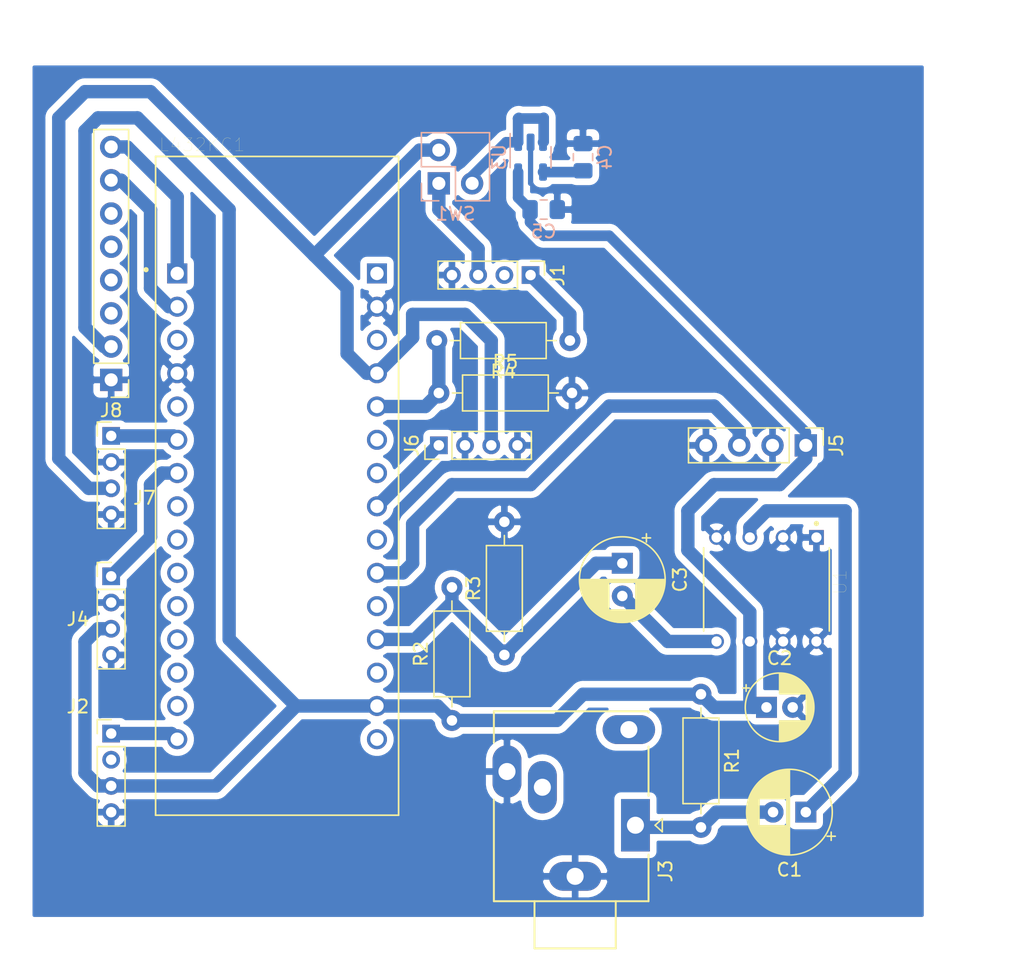
<source format=kicad_pcb>
(kicad_pcb (version 20171130) (host pcbnew 5.1.8)

  (general
    (thickness 1.6)
    (drawings 11)
    (tracks 122)
    (zones 0)
    (modules 22)
    (nets 42)
  )

  (page A4)
  (layers
    (0 F.Cu signal)
    (31 B.Cu signal)
    (32 B.Adhes user)
    (33 F.Adhes user)
    (34 B.Paste user)
    (35 F.Paste user)
    (36 B.SilkS user)
    (37 F.SilkS user)
    (38 B.Mask user)
    (39 F.Mask user)
    (40 Dwgs.User user)
    (41 Cmts.User user)
    (42 Eco1.User user)
    (43 Eco2.User user)
    (44 Edge.Cuts user)
    (45 Margin user)
    (46 B.CrtYd user)
    (47 F.CrtYd user)
    (48 B.Fab user)
    (49 F.Fab user)
  )

  (setup
    (last_trace_width 1.02)
    (user_trace_width 0.4)
    (user_trace_width 0.81)
    (user_trace_width 1.02)
    (trace_clearance 0.2)
    (zone_clearance 0.508)
    (zone_45_only no)
    (trace_min 0.2)
    (via_size 0.8)
    (via_drill 0.4)
    (via_min_size 0.4)
    (via_min_drill 0.3)
    (uvia_size 0.3)
    (uvia_drill 0.1)
    (uvias_allowed no)
    (uvia_min_size 0.2)
    (uvia_min_drill 0.1)
    (edge_width 0.05)
    (segment_width 0.2)
    (pcb_text_width 0.3)
    (pcb_text_size 1.5 1.5)
    (mod_edge_width 0.12)
    (mod_text_size 1 1)
    (mod_text_width 0.15)
    (pad_size 1.524 1.524)
    (pad_drill 0.762)
    (pad_to_mask_clearance 0)
    (aux_axis_origin 0 0)
    (visible_elements FFFFFFFF)
    (pcbplotparams
      (layerselection 0x010fc_ffffffff)
      (usegerberextensions false)
      (usegerberattributes true)
      (usegerberadvancedattributes true)
      (creategerberjobfile true)
      (excludeedgelayer true)
      (linewidth 0.100000)
      (plotframeref false)
      (viasonmask false)
      (mode 1)
      (useauxorigin false)
      (hpglpennumber 1)
      (hpglpenspeed 20)
      (hpglpendiameter 15.000000)
      (psnegative false)
      (psa4output false)
      (plotreference true)
      (plotvalue true)
      (plotinvisibletext false)
      (padsonsilk false)
      (subtractmaskfromsilk false)
      (outputformat 1)
      (mirror false)
      (drillshape 1)
      (scaleselection 1)
      (outputdirectory ""))
  )

  (net 0 "")
  (net 1 GND)
  (net 2 /+5V)
  (net 3 "Net-(J1-Pad2)")
  (net 4 /A7)
  (net 5 /+3V3)
  (net 6 "Net-(J2-Pad2)")
  (net 7 /D12)
  (net 8 "Net-(C1-Pad2)")
  (net 9 /D4)
  (net 10 /A2)
  (net 11 /D3)
  (net 12 "Net-(C3-Pad2)")
  (net 13 "Net-(C1-Pad1)")
  (net 14 /A0)
  (net 15 "Net-(L432KC1-PadVIN)")
  (net 16 "Net-(L432KC1-PadNRST)")
  (net 17 "Net-(L432KC1-PadPA7)")
  (net 18 "Net-(L432KC1-PadPA6)")
  (net 19 "Net-(L432KC1-PadPA4)")
  (net 20 "Net-(L432KC1-PadAREF)")
  (net 21 "Net-(L432KC1-PadPB3)")
  (net 22 "Net-(L432KC1-PadPA12)")
  (net 23 "Net-(L432KC1-PadPB6)")
  (net 24 "Net-(L432KC1-PadPB1)")
  (net 25 "Net-(L432KC1-PadPC14)")
  (net 26 "Net-(L432KC1-PadPC15)")
  (net 27 "Net-(L432KC1-PadPA8)")
  (net 28 "Net-(L432KC1-PadPA11)")
  (net 29 "Net-(L432KC1-PadPB5)")
  (net 30 /A4)
  (net 31 "Net-(L432KC1-PadPA1)")
  (net 32 /D1)
  (net 33 "Net-(J1-Pad1)")
  (net 34 "Net-(J8-Pad6)")
  (net 35 "Net-(J8-Pad5)")
  (net 36 "Net-(J8-Pad4)")
  (net 37 "Net-(J8-Pad3)")
  (net 38 /V_alim)
  (net 39 /D0)
  (net 40 "Net-(SW1-Pad3)")
  (net 41 "Net-(C4-Pad1)")

  (net_class Default "This is the default net class."
    (clearance 0.2)
    (trace_width 0.25)
    (via_dia 0.8)
    (via_drill 0.4)
    (uvia_dia 0.3)
    (uvia_drill 0.1)
    (add_net /+3V3)
    (add_net /+5V)
    (add_net /A0)
    (add_net /A2)
    (add_net /A4)
    (add_net /A7)
    (add_net /D0)
    (add_net /D1)
    (add_net /D12)
    (add_net /D3)
    (add_net /D4)
    (add_net /V_alim)
    (add_net GND)
    (add_net "Net-(C1-Pad1)")
    (add_net "Net-(C1-Pad2)")
    (add_net "Net-(C3-Pad2)")
    (add_net "Net-(C4-Pad1)")
    (add_net "Net-(J1-Pad1)")
    (add_net "Net-(J1-Pad2)")
    (add_net "Net-(J2-Pad2)")
    (add_net "Net-(J8-Pad3)")
    (add_net "Net-(J8-Pad4)")
    (add_net "Net-(J8-Pad5)")
    (add_net "Net-(J8-Pad6)")
    (add_net "Net-(L432KC1-PadAREF)")
    (add_net "Net-(L432KC1-PadNRST)")
    (add_net "Net-(L432KC1-PadPA1)")
    (add_net "Net-(L432KC1-PadPA11)")
    (add_net "Net-(L432KC1-PadPA12)")
    (add_net "Net-(L432KC1-PadPA4)")
    (add_net "Net-(L432KC1-PadPA6)")
    (add_net "Net-(L432KC1-PadPA7)")
    (add_net "Net-(L432KC1-PadPA8)")
    (add_net "Net-(L432KC1-PadPB1)")
    (add_net "Net-(L432KC1-PadPB3)")
    (add_net "Net-(L432KC1-PadPB5)")
    (add_net "Net-(L432KC1-PadPB6)")
    (add_net "Net-(L432KC1-PadPC14)")
    (add_net "Net-(L432KC1-PadPC15)")
    (add_net "Net-(L432KC1-PadVIN)")
    (add_net "Net-(SW1-Pad3)")
  )

  (module Resistor_THT:R_Axial_DIN0207_L6.3mm_D2.5mm_P10.16mm_Horizontal (layer F.Cu) (tedit 5AE5139B) (tstamp 5FBB95A0)
    (at 148 79)
    (descr "Resistor, Axial_DIN0207 series, Axial, Horizontal, pin pitch=10.16mm, 0.25W = 1/4W, length*diameter=6.3*2.5mm^2, http://cdn-reichelt.de/documents/datenblatt/B400/1_4W%23YAG.pdf")
    (tags "Resistor Axial_DIN0207 series Axial Horizontal pin pitch 10.16mm 0.25W = 1/4W length 6.3mm diameter 2.5mm")
    (path /5FBBD807)
    (fp_text reference R5 (at 5.08 -2.37) (layer F.SilkS)
      (effects (font (size 1 1) (thickness 0.15)))
    )
    (fp_text value 2k (at 5.08 2.37) (layer F.Fab)
      (effects (font (size 1 1) (thickness 0.15)))
    )
    (fp_text user %R (at 5.08 0) (layer F.Fab)
      (effects (font (size 1 1) (thickness 0.15)))
    )
    (fp_line (start 1.93 -1.25) (end 1.93 1.25) (layer F.Fab) (width 0.1))
    (fp_line (start 1.93 1.25) (end 8.23 1.25) (layer F.Fab) (width 0.1))
    (fp_line (start 8.23 1.25) (end 8.23 -1.25) (layer F.Fab) (width 0.1))
    (fp_line (start 8.23 -1.25) (end 1.93 -1.25) (layer F.Fab) (width 0.1))
    (fp_line (start 0 0) (end 1.93 0) (layer F.Fab) (width 0.1))
    (fp_line (start 10.16 0) (end 8.23 0) (layer F.Fab) (width 0.1))
    (fp_line (start 1.81 -1.37) (end 1.81 1.37) (layer F.SilkS) (width 0.12))
    (fp_line (start 1.81 1.37) (end 8.35 1.37) (layer F.SilkS) (width 0.12))
    (fp_line (start 8.35 1.37) (end 8.35 -1.37) (layer F.SilkS) (width 0.12))
    (fp_line (start 8.35 -1.37) (end 1.81 -1.37) (layer F.SilkS) (width 0.12))
    (fp_line (start 1.04 0) (end 1.81 0) (layer F.SilkS) (width 0.12))
    (fp_line (start 9.12 0) (end 8.35 0) (layer F.SilkS) (width 0.12))
    (fp_line (start -1.05 -1.5) (end -1.05 1.5) (layer F.CrtYd) (width 0.05))
    (fp_line (start -1.05 1.5) (end 11.21 1.5) (layer F.CrtYd) (width 0.05))
    (fp_line (start 11.21 1.5) (end 11.21 -1.5) (layer F.CrtYd) (width 0.05))
    (fp_line (start 11.21 -1.5) (end -1.05 -1.5) (layer F.CrtYd) (width 0.05))
    (pad 2 thru_hole oval (at 10.16 0) (size 1.6 1.6) (drill 0.8) (layers *.Cu *.Mask)
      (net 1 GND))
    (pad 1 thru_hole circle (at 0 0) (size 1.6 1.6) (drill 0.8) (layers *.Cu *.Mask)
      (net 4 /A7))
    (model ${KISYS3DMOD}/Resistor_THT.3dshapes/R_Axial_DIN0207_L6.3mm_D2.5mm_P10.16mm_Horizontal.wrl
      (at (xyz 0 0 0))
      (scale (xyz 1 1 1))
      (rotate (xyz 0 0 0))
    )
  )

  (module Resistor_THT:R_Axial_DIN0207_L6.3mm_D2.5mm_P10.16mm_Horizontal (layer F.Cu) (tedit 5AE5139B) (tstamp 5FC67F28)
    (at 158 75 180)
    (descr "Resistor, Axial_DIN0207 series, Axial, Horizontal, pin pitch=10.16mm, 0.25W = 1/4W, length*diameter=6.3*2.5mm^2, http://cdn-reichelt.de/documents/datenblatt/B400/1_4W%23YAG.pdf")
    (tags "Resistor Axial_DIN0207 series Axial Horizontal pin pitch 10.16mm 0.25W = 1/4W length 6.3mm diameter 2.5mm")
    (path /5FBBD368)
    (fp_text reference R4 (at 5.08 -2.37) (layer F.SilkS)
      (effects (font (size 1 1) (thickness 0.15)))
    )
    (fp_text value 1K (at 5.08 2.37) (layer F.Fab)
      (effects (font (size 1 1) (thickness 0.15)))
    )
    (fp_text user %R (at 5.08 0) (layer F.Fab)
      (effects (font (size 1 1) (thickness 0.15)))
    )
    (fp_line (start 1.93 -1.25) (end 1.93 1.25) (layer F.Fab) (width 0.1))
    (fp_line (start 1.93 1.25) (end 8.23 1.25) (layer F.Fab) (width 0.1))
    (fp_line (start 8.23 1.25) (end 8.23 -1.25) (layer F.Fab) (width 0.1))
    (fp_line (start 8.23 -1.25) (end 1.93 -1.25) (layer F.Fab) (width 0.1))
    (fp_line (start 0 0) (end 1.93 0) (layer F.Fab) (width 0.1))
    (fp_line (start 10.16 0) (end 8.23 0) (layer F.Fab) (width 0.1))
    (fp_line (start 1.81 -1.37) (end 1.81 1.37) (layer F.SilkS) (width 0.12))
    (fp_line (start 1.81 1.37) (end 8.35 1.37) (layer F.SilkS) (width 0.12))
    (fp_line (start 8.35 1.37) (end 8.35 -1.37) (layer F.SilkS) (width 0.12))
    (fp_line (start 8.35 -1.37) (end 1.81 -1.37) (layer F.SilkS) (width 0.12))
    (fp_line (start 1.04 0) (end 1.81 0) (layer F.SilkS) (width 0.12))
    (fp_line (start 9.12 0) (end 8.35 0) (layer F.SilkS) (width 0.12))
    (fp_line (start -1.05 -1.5) (end -1.05 1.5) (layer F.CrtYd) (width 0.05))
    (fp_line (start -1.05 1.5) (end 11.21 1.5) (layer F.CrtYd) (width 0.05))
    (fp_line (start 11.21 1.5) (end 11.21 -1.5) (layer F.CrtYd) (width 0.05))
    (fp_line (start 11.21 -1.5) (end -1.05 -1.5) (layer F.CrtYd) (width 0.05))
    (pad 2 thru_hole oval (at 10.16 0 180) (size 1.6 1.6) (drill 0.8) (layers *.Cu *.Mask)
      (net 4 /A7))
    (pad 1 thru_hole circle (at 0 0 180) (size 1.6 1.6) (drill 0.8) (layers *.Cu *.Mask)
      (net 33 "Net-(J1-Pad1)"))
    (model ${KISYS3DMOD}/Resistor_THT.3dshapes/R_Axial_DIN0207_L6.3mm_D2.5mm_P10.16mm_Horizontal.wrl
      (at (xyz 0 0 0))
      (scale (xyz 1 1 1))
      (rotate (xyz 0 0 0))
    )
  )

  (module Resistor_THT:R_Axial_DIN0207_L6.3mm_D2.5mm_P10.16mm_Horizontal (layer F.Cu) (tedit 5AE5139B) (tstamp 5FBB7483)
    (at 153 99 90)
    (descr "Resistor, Axial_DIN0207 series, Axial, Horizontal, pin pitch=10.16mm, 0.25W = 1/4W, length*diameter=6.3*2.5mm^2, http://cdn-reichelt.de/documents/datenblatt/B400/1_4W%23YAG.pdf")
    (tags "Resistor Axial_DIN0207 series Axial Horizontal pin pitch 10.16mm 0.25W = 1/4W length 6.3mm diameter 2.5mm")
    (path /5FB7379A)
    (fp_text reference R3 (at 5.08 -2.37 90) (layer F.SilkS)
      (effects (font (size 1 1) (thickness 0.15)))
    )
    (fp_text value 10k (at 5.08 2.37 90) (layer F.Fab)
      (effects (font (size 1 1) (thickness 0.15)))
    )
    (fp_text user %R (at 5.08 0 90) (layer F.Fab)
      (effects (font (size 1 1) (thickness 0.15)))
    )
    (fp_line (start 1.93 -1.25) (end 1.93 1.25) (layer F.Fab) (width 0.1))
    (fp_line (start 1.93 1.25) (end 8.23 1.25) (layer F.Fab) (width 0.1))
    (fp_line (start 8.23 1.25) (end 8.23 -1.25) (layer F.Fab) (width 0.1))
    (fp_line (start 8.23 -1.25) (end 1.93 -1.25) (layer F.Fab) (width 0.1))
    (fp_line (start 0 0) (end 1.93 0) (layer F.Fab) (width 0.1))
    (fp_line (start 10.16 0) (end 8.23 0) (layer F.Fab) (width 0.1))
    (fp_line (start 1.81 -1.37) (end 1.81 1.37) (layer F.SilkS) (width 0.12))
    (fp_line (start 1.81 1.37) (end 8.35 1.37) (layer F.SilkS) (width 0.12))
    (fp_line (start 8.35 1.37) (end 8.35 -1.37) (layer F.SilkS) (width 0.12))
    (fp_line (start 8.35 -1.37) (end 1.81 -1.37) (layer F.SilkS) (width 0.12))
    (fp_line (start 1.04 0) (end 1.81 0) (layer F.SilkS) (width 0.12))
    (fp_line (start 9.12 0) (end 8.35 0) (layer F.SilkS) (width 0.12))
    (fp_line (start -1.05 -1.5) (end -1.05 1.5) (layer F.CrtYd) (width 0.05))
    (fp_line (start -1.05 1.5) (end 11.21 1.5) (layer F.CrtYd) (width 0.05))
    (fp_line (start 11.21 1.5) (end 11.21 -1.5) (layer F.CrtYd) (width 0.05))
    (fp_line (start 11.21 -1.5) (end -1.05 -1.5) (layer F.CrtYd) (width 0.05))
    (pad 2 thru_hole oval (at 10.16 0 90) (size 1.6 1.6) (drill 0.8) (layers *.Cu *.Mask)
      (net 1 GND))
    (pad 1 thru_hole circle (at 0 0 90) (size 1.6 1.6) (drill 0.8) (layers *.Cu *.Mask)
      (net 14 /A0))
    (model ${KISYS3DMOD}/Resistor_THT.3dshapes/R_Axial_DIN0207_L6.3mm_D2.5mm_P10.16mm_Horizontal.wrl
      (at (xyz 0 0 0))
      (scale (xyz 1 1 1))
      (rotate (xyz 0 0 0))
    )
  )

  (module Resistor_THT:R_Axial_DIN0207_L6.3mm_D2.5mm_P10.16mm_Horizontal (layer F.Cu) (tedit 5AE5139B) (tstamp 5FBB6D7B)
    (at 149 104 90)
    (descr "Resistor, Axial_DIN0207 series, Axial, Horizontal, pin pitch=10.16mm, 0.25W = 1/4W, length*diameter=6.3*2.5mm^2, http://cdn-reichelt.de/documents/datenblatt/B400/1_4W%23YAG.pdf")
    (tags "Resistor Axial_DIN0207 series Axial Horizontal pin pitch 10.16mm 0.25W = 1/4W length 6.3mm diameter 2.5mm")
    (path /5FB72DF3)
    (fp_text reference R2 (at 5.08 -2.37 90) (layer F.SilkS)
      (effects (font (size 1 1) (thickness 0.15)))
    )
    (fp_text value 10k (at 5.08 2.37 90) (layer F.Fab)
      (effects (font (size 1 1) (thickness 0.15)))
    )
    (fp_text user %R (at 5.08 0 90) (layer F.Fab)
      (effects (font (size 1 1) (thickness 0.15)))
    )
    (fp_line (start 1.93 -1.25) (end 1.93 1.25) (layer F.Fab) (width 0.1))
    (fp_line (start 1.93 1.25) (end 8.23 1.25) (layer F.Fab) (width 0.1))
    (fp_line (start 8.23 1.25) (end 8.23 -1.25) (layer F.Fab) (width 0.1))
    (fp_line (start 8.23 -1.25) (end 1.93 -1.25) (layer F.Fab) (width 0.1))
    (fp_line (start 0 0) (end 1.93 0) (layer F.Fab) (width 0.1))
    (fp_line (start 10.16 0) (end 8.23 0) (layer F.Fab) (width 0.1))
    (fp_line (start 1.81 -1.37) (end 1.81 1.37) (layer F.SilkS) (width 0.12))
    (fp_line (start 1.81 1.37) (end 8.35 1.37) (layer F.SilkS) (width 0.12))
    (fp_line (start 8.35 1.37) (end 8.35 -1.37) (layer F.SilkS) (width 0.12))
    (fp_line (start 8.35 -1.37) (end 1.81 -1.37) (layer F.SilkS) (width 0.12))
    (fp_line (start 1.04 0) (end 1.81 0) (layer F.SilkS) (width 0.12))
    (fp_line (start 9.12 0) (end 8.35 0) (layer F.SilkS) (width 0.12))
    (fp_line (start -1.05 -1.5) (end -1.05 1.5) (layer F.CrtYd) (width 0.05))
    (fp_line (start -1.05 1.5) (end 11.21 1.5) (layer F.CrtYd) (width 0.05))
    (fp_line (start 11.21 1.5) (end 11.21 -1.5) (layer F.CrtYd) (width 0.05))
    (fp_line (start 11.21 -1.5) (end -1.05 -1.5) (layer F.CrtYd) (width 0.05))
    (pad 2 thru_hole oval (at 10.16 0 90) (size 1.6 1.6) (drill 0.8) (layers *.Cu *.Mask)
      (net 14 /A0))
    (pad 1 thru_hole circle (at 0 0 90) (size 1.6 1.6) (drill 0.8) (layers *.Cu *.Mask)
      (net 5 /+3V3))
    (model ${KISYS3DMOD}/Resistor_THT.3dshapes/R_Axial_DIN0207_L6.3mm_D2.5mm_P10.16mm_Horizontal.wrl
      (at (xyz 0 0 0))
      (scale (xyz 1 1 1))
      (rotate (xyz 0 0 0))
    )
  )

  (module Resistor_THT:R_Axial_DIN0207_L6.3mm_D2.5mm_P10.16mm_Horizontal (layer F.Cu) (tedit 5AE5139B) (tstamp 5FBB6C52)
    (at 168 102 270)
    (descr "Resistor, Axial_DIN0207 series, Axial, Horizontal, pin pitch=10.16mm, 0.25W = 1/4W, length*diameter=6.3*2.5mm^2, http://cdn-reichelt.de/documents/datenblatt/B400/1_4W%23YAG.pdf")
    (tags "Resistor Axial_DIN0207 series Axial Horizontal pin pitch 10.16mm 0.25W = 1/4W length 6.3mm diameter 2.5mm")
    (path /5FB4411A)
    (fp_text reference R1 (at 5.08 -2.37 90) (layer F.SilkS)
      (effects (font (size 1 1) (thickness 0.15)))
    )
    (fp_text value 4.7k (at 5.08 2.37 90) (layer F.Fab)
      (effects (font (size 1 1) (thickness 0.15)))
    )
    (fp_text user %R (at 5.08 0 90) (layer F.Fab)
      (effects (font (size 1 1) (thickness 0.15)))
    )
    (fp_line (start 1.93 -1.25) (end 1.93 1.25) (layer F.Fab) (width 0.1))
    (fp_line (start 1.93 1.25) (end 8.23 1.25) (layer F.Fab) (width 0.1))
    (fp_line (start 8.23 1.25) (end 8.23 -1.25) (layer F.Fab) (width 0.1))
    (fp_line (start 8.23 -1.25) (end 1.93 -1.25) (layer F.Fab) (width 0.1))
    (fp_line (start 0 0) (end 1.93 0) (layer F.Fab) (width 0.1))
    (fp_line (start 10.16 0) (end 8.23 0) (layer F.Fab) (width 0.1))
    (fp_line (start 1.81 -1.37) (end 1.81 1.37) (layer F.SilkS) (width 0.12))
    (fp_line (start 1.81 1.37) (end 8.35 1.37) (layer F.SilkS) (width 0.12))
    (fp_line (start 8.35 1.37) (end 8.35 -1.37) (layer F.SilkS) (width 0.12))
    (fp_line (start 8.35 -1.37) (end 1.81 -1.37) (layer F.SilkS) (width 0.12))
    (fp_line (start 1.04 0) (end 1.81 0) (layer F.SilkS) (width 0.12))
    (fp_line (start 9.12 0) (end 8.35 0) (layer F.SilkS) (width 0.12))
    (fp_line (start -1.05 -1.5) (end -1.05 1.5) (layer F.CrtYd) (width 0.05))
    (fp_line (start -1.05 1.5) (end 11.21 1.5) (layer F.CrtYd) (width 0.05))
    (fp_line (start 11.21 1.5) (end 11.21 -1.5) (layer F.CrtYd) (width 0.05))
    (fp_line (start 11.21 -1.5) (end -1.05 -1.5) (layer F.CrtYd) (width 0.05))
    (pad 2 thru_hole oval (at 10.16 0 270) (size 1.6 1.6) (drill 0.8) (layers *.Cu *.Mask)
      (net 8 "Net-(C1-Pad2)"))
    (pad 1 thru_hole circle (at 0 0 270) (size 1.6 1.6) (drill 0.8) (layers *.Cu *.Mask)
      (net 5 /+3V3))
    (model ${KISYS3DMOD}/Resistor_THT.3dshapes/R_Axial_DIN0207_L6.3mm_D2.5mm_P10.16mm_Horizontal.wrl
      (at (xyz 0 0 0))
      (scale (xyz 1 1 1))
      (rotate (xyz 0 0 0))
    )
  )

  (module Connector_PinHeader_2.54mm:PinHeader_1x08_P2.54mm_Vertical (layer F.Cu) (tedit 59FED5CC) (tstamp 5FBBA00B)
    (at 123 78 180)
    (descr "Through hole straight pin header, 1x08, 2.54mm pitch, single row")
    (tags "Through hole pin header THT 1x08 2.54mm single row")
    (path /5FBC63C9)
    (fp_text reference J8 (at 0 -2.33) (layer F.SilkS)
      (effects (font (size 1 1) (thickness 0.15)))
    )
    (fp_text value Conn_01x08 (at 0 20.11) (layer F.Fab)
      (effects (font (size 1 1) (thickness 0.15)))
    )
    (fp_text user %R (at 0 8.89 90) (layer F.Fab)
      (effects (font (size 1 1) (thickness 0.15)))
    )
    (fp_line (start -0.635 -1.27) (end 1.27 -1.27) (layer F.Fab) (width 0.1))
    (fp_line (start 1.27 -1.27) (end 1.27 19.05) (layer F.Fab) (width 0.1))
    (fp_line (start 1.27 19.05) (end -1.27 19.05) (layer F.Fab) (width 0.1))
    (fp_line (start -1.27 19.05) (end -1.27 -0.635) (layer F.Fab) (width 0.1))
    (fp_line (start -1.27 -0.635) (end -0.635 -1.27) (layer F.Fab) (width 0.1))
    (fp_line (start -1.33 19.11) (end 1.33 19.11) (layer F.SilkS) (width 0.12))
    (fp_line (start -1.33 1.27) (end -1.33 19.11) (layer F.SilkS) (width 0.12))
    (fp_line (start 1.33 1.27) (end 1.33 19.11) (layer F.SilkS) (width 0.12))
    (fp_line (start -1.33 1.27) (end 1.33 1.27) (layer F.SilkS) (width 0.12))
    (fp_line (start -1.33 0) (end -1.33 -1.33) (layer F.SilkS) (width 0.12))
    (fp_line (start -1.33 -1.33) (end 0 -1.33) (layer F.SilkS) (width 0.12))
    (fp_line (start -1.8 -1.8) (end -1.8 19.55) (layer F.CrtYd) (width 0.05))
    (fp_line (start -1.8 19.55) (end 1.8 19.55) (layer F.CrtYd) (width 0.05))
    (fp_line (start 1.8 19.55) (end 1.8 -1.8) (layer F.CrtYd) (width 0.05))
    (fp_line (start 1.8 -1.8) (end -1.8 -1.8) (layer F.CrtYd) (width 0.05))
    (pad 8 thru_hole oval (at 0 17.78 180) (size 1.7 1.7) (drill 1) (layers *.Cu *.Mask)
      (net 32 /D1))
    (pad 7 thru_hole oval (at 0 15.24 180) (size 1.7 1.7) (drill 1) (layers *.Cu *.Mask)
      (net 39 /D0))
    (pad 6 thru_hole oval (at 0 12.7 180) (size 1.7 1.7) (drill 1) (layers *.Cu *.Mask)
      (net 34 "Net-(J8-Pad6)"))
    (pad 5 thru_hole oval (at 0 10.16 180) (size 1.7 1.7) (drill 1) (layers *.Cu *.Mask)
      (net 35 "Net-(J8-Pad5)"))
    (pad 4 thru_hole oval (at 0 7.62 180) (size 1.7 1.7) (drill 1) (layers *.Cu *.Mask)
      (net 36 "Net-(J8-Pad4)"))
    (pad 3 thru_hole oval (at 0 5.08 180) (size 1.7 1.7) (drill 1) (layers *.Cu *.Mask)
      (net 37 "Net-(J8-Pad3)"))
    (pad 2 thru_hole oval (at 0 2.54 180) (size 1.7 1.7) (drill 1) (layers *.Cu *.Mask)
      (net 5 /+3V3))
    (pad 1 thru_hole rect (at 0 0 180) (size 1.7 1.7) (drill 1) (layers *.Cu *.Mask)
      (net 1 GND))
    (model ${KISYS3DMOD}/Connector_PinHeader_2.54mm.3dshapes/PinHeader_1x08_P2.54mm_Vertical.wrl
      (at (xyz 0 0 0))
      (scale (xyz 1 1 1))
      (rotate (xyz 0 0 0))
    )
  )

  (module Connector_PinHeader_2.54mm:PinHeader_1x04_P2.54mm_Vertical (layer F.Cu) (tedit 59FED5CC) (tstamp 5FC67D92)
    (at 176 83 270)
    (descr "Through hole straight pin header, 1x04, 2.54mm pitch, single row")
    (tags "Through hole pin header THT 1x04 2.54mm single row")
    (path /5FB2C9F7)
    (fp_text reference J5 (at 0 -2.33 90) (layer F.SilkS)
      (effects (font (size 1 1) (thickness 0.15)))
    )
    (fp_text value HX711 (at 0 9.95 90) (layer F.Fab)
      (effects (font (size 1 1) (thickness 0.15)))
    )
    (fp_text user %R (at 0 3.81) (layer F.Fab)
      (effects (font (size 1 1) (thickness 0.15)))
    )
    (fp_line (start -0.635 -1.27) (end 1.27 -1.27) (layer F.Fab) (width 0.1))
    (fp_line (start 1.27 -1.27) (end 1.27 8.89) (layer F.Fab) (width 0.1))
    (fp_line (start 1.27 8.89) (end -1.27 8.89) (layer F.Fab) (width 0.1))
    (fp_line (start -1.27 8.89) (end -1.27 -0.635) (layer F.Fab) (width 0.1))
    (fp_line (start -1.27 -0.635) (end -0.635 -1.27) (layer F.Fab) (width 0.1))
    (fp_line (start -1.33 8.95) (end 1.33 8.95) (layer F.SilkS) (width 0.12))
    (fp_line (start -1.33 1.27) (end -1.33 8.95) (layer F.SilkS) (width 0.12))
    (fp_line (start 1.33 1.27) (end 1.33 8.95) (layer F.SilkS) (width 0.12))
    (fp_line (start -1.33 1.27) (end 1.33 1.27) (layer F.SilkS) (width 0.12))
    (fp_line (start -1.33 0) (end -1.33 -1.33) (layer F.SilkS) (width 0.12))
    (fp_line (start -1.33 -1.33) (end 0 -1.33) (layer F.SilkS) (width 0.12))
    (fp_line (start -1.8 -1.8) (end -1.8 9.4) (layer F.CrtYd) (width 0.05))
    (fp_line (start -1.8 9.4) (end 1.8 9.4) (layer F.CrtYd) (width 0.05))
    (fp_line (start 1.8 9.4) (end 1.8 -1.8) (layer F.CrtYd) (width 0.05))
    (fp_line (start 1.8 -1.8) (end -1.8 -1.8) (layer F.CrtYd) (width 0.05))
    (pad 4 thru_hole oval (at 0 7.62 270) (size 1.7 1.7) (drill 1) (layers *.Cu *.Mask)
      (net 1 GND))
    (pad 3 thru_hole oval (at 0 5.08 270) (size 1.7 1.7) (drill 1) (layers *.Cu *.Mask)
      (net 10 /A2))
    (pad 2 thru_hole oval (at 0 2.54 270) (size 1.7 1.7) (drill 1) (layers *.Cu *.Mask)
      (net 1 GND))
    (pad 1 thru_hole rect (at 0 0 270) (size 1.7 1.7) (drill 1) (layers *.Cu *.Mask)
      (net 5 /+3V3))
    (model ${KISYS3DMOD}/Connector_PinHeader_2.54mm.3dshapes/PinHeader_1x04_P2.54mm_Vertical.wrl
      (at (xyz 0 0 0))
      (scale (xyz 1 1 1))
      (rotate (xyz 0 0 0))
    )
  )

  (module Capacitor_THT:CP_Radial_D6.3mm_P2.50mm (layer F.Cu) (tedit 5AE50EF0) (tstamp 5FBB72C8)
    (at 162 92 270)
    (descr "CP, Radial series, Radial, pin pitch=2.50mm, , diameter=6.3mm, Electrolytic Capacitor")
    (tags "CP Radial series Radial pin pitch 2.50mm  diameter 6.3mm Electrolytic Capacitor")
    (path /5FB6D333)
    (fp_text reference C3 (at 1.25 -4.4 90) (layer F.SilkS)
      (effects (font (size 1 1) (thickness 0.15)))
    )
    (fp_text value 1u (at 1.25 4.4 90) (layer F.Fab)
      (effects (font (size 1 1) (thickness 0.15)))
    )
    (fp_text user %R (at 1.25 0 90) (layer F.Fab)
      (effects (font (size 1 1) (thickness 0.15)))
    )
    (fp_circle (center 1.25 0) (end 4.4 0) (layer F.Fab) (width 0.1))
    (fp_circle (center 1.25 0) (end 4.52 0) (layer F.SilkS) (width 0.12))
    (fp_circle (center 1.25 0) (end 4.65 0) (layer F.CrtYd) (width 0.05))
    (fp_line (start -1.443972 -1.3735) (end -0.813972 -1.3735) (layer F.Fab) (width 0.1))
    (fp_line (start -1.128972 -1.6885) (end -1.128972 -1.0585) (layer F.Fab) (width 0.1))
    (fp_line (start 1.25 -3.23) (end 1.25 3.23) (layer F.SilkS) (width 0.12))
    (fp_line (start 1.29 -3.23) (end 1.29 3.23) (layer F.SilkS) (width 0.12))
    (fp_line (start 1.33 -3.23) (end 1.33 3.23) (layer F.SilkS) (width 0.12))
    (fp_line (start 1.37 -3.228) (end 1.37 3.228) (layer F.SilkS) (width 0.12))
    (fp_line (start 1.41 -3.227) (end 1.41 3.227) (layer F.SilkS) (width 0.12))
    (fp_line (start 1.45 -3.224) (end 1.45 3.224) (layer F.SilkS) (width 0.12))
    (fp_line (start 1.49 -3.222) (end 1.49 -1.04) (layer F.SilkS) (width 0.12))
    (fp_line (start 1.49 1.04) (end 1.49 3.222) (layer F.SilkS) (width 0.12))
    (fp_line (start 1.53 -3.218) (end 1.53 -1.04) (layer F.SilkS) (width 0.12))
    (fp_line (start 1.53 1.04) (end 1.53 3.218) (layer F.SilkS) (width 0.12))
    (fp_line (start 1.57 -3.215) (end 1.57 -1.04) (layer F.SilkS) (width 0.12))
    (fp_line (start 1.57 1.04) (end 1.57 3.215) (layer F.SilkS) (width 0.12))
    (fp_line (start 1.61 -3.211) (end 1.61 -1.04) (layer F.SilkS) (width 0.12))
    (fp_line (start 1.61 1.04) (end 1.61 3.211) (layer F.SilkS) (width 0.12))
    (fp_line (start 1.65 -3.206) (end 1.65 -1.04) (layer F.SilkS) (width 0.12))
    (fp_line (start 1.65 1.04) (end 1.65 3.206) (layer F.SilkS) (width 0.12))
    (fp_line (start 1.69 -3.201) (end 1.69 -1.04) (layer F.SilkS) (width 0.12))
    (fp_line (start 1.69 1.04) (end 1.69 3.201) (layer F.SilkS) (width 0.12))
    (fp_line (start 1.73 -3.195) (end 1.73 -1.04) (layer F.SilkS) (width 0.12))
    (fp_line (start 1.73 1.04) (end 1.73 3.195) (layer F.SilkS) (width 0.12))
    (fp_line (start 1.77 -3.189) (end 1.77 -1.04) (layer F.SilkS) (width 0.12))
    (fp_line (start 1.77 1.04) (end 1.77 3.189) (layer F.SilkS) (width 0.12))
    (fp_line (start 1.81 -3.182) (end 1.81 -1.04) (layer F.SilkS) (width 0.12))
    (fp_line (start 1.81 1.04) (end 1.81 3.182) (layer F.SilkS) (width 0.12))
    (fp_line (start 1.85 -3.175) (end 1.85 -1.04) (layer F.SilkS) (width 0.12))
    (fp_line (start 1.85 1.04) (end 1.85 3.175) (layer F.SilkS) (width 0.12))
    (fp_line (start 1.89 -3.167) (end 1.89 -1.04) (layer F.SilkS) (width 0.12))
    (fp_line (start 1.89 1.04) (end 1.89 3.167) (layer F.SilkS) (width 0.12))
    (fp_line (start 1.93 -3.159) (end 1.93 -1.04) (layer F.SilkS) (width 0.12))
    (fp_line (start 1.93 1.04) (end 1.93 3.159) (layer F.SilkS) (width 0.12))
    (fp_line (start 1.971 -3.15) (end 1.971 -1.04) (layer F.SilkS) (width 0.12))
    (fp_line (start 1.971 1.04) (end 1.971 3.15) (layer F.SilkS) (width 0.12))
    (fp_line (start 2.011 -3.141) (end 2.011 -1.04) (layer F.SilkS) (width 0.12))
    (fp_line (start 2.011 1.04) (end 2.011 3.141) (layer F.SilkS) (width 0.12))
    (fp_line (start 2.051 -3.131) (end 2.051 -1.04) (layer F.SilkS) (width 0.12))
    (fp_line (start 2.051 1.04) (end 2.051 3.131) (layer F.SilkS) (width 0.12))
    (fp_line (start 2.091 -3.121) (end 2.091 -1.04) (layer F.SilkS) (width 0.12))
    (fp_line (start 2.091 1.04) (end 2.091 3.121) (layer F.SilkS) (width 0.12))
    (fp_line (start 2.131 -3.11) (end 2.131 -1.04) (layer F.SilkS) (width 0.12))
    (fp_line (start 2.131 1.04) (end 2.131 3.11) (layer F.SilkS) (width 0.12))
    (fp_line (start 2.171 -3.098) (end 2.171 -1.04) (layer F.SilkS) (width 0.12))
    (fp_line (start 2.171 1.04) (end 2.171 3.098) (layer F.SilkS) (width 0.12))
    (fp_line (start 2.211 -3.086) (end 2.211 -1.04) (layer F.SilkS) (width 0.12))
    (fp_line (start 2.211 1.04) (end 2.211 3.086) (layer F.SilkS) (width 0.12))
    (fp_line (start 2.251 -3.074) (end 2.251 -1.04) (layer F.SilkS) (width 0.12))
    (fp_line (start 2.251 1.04) (end 2.251 3.074) (layer F.SilkS) (width 0.12))
    (fp_line (start 2.291 -3.061) (end 2.291 -1.04) (layer F.SilkS) (width 0.12))
    (fp_line (start 2.291 1.04) (end 2.291 3.061) (layer F.SilkS) (width 0.12))
    (fp_line (start 2.331 -3.047) (end 2.331 -1.04) (layer F.SilkS) (width 0.12))
    (fp_line (start 2.331 1.04) (end 2.331 3.047) (layer F.SilkS) (width 0.12))
    (fp_line (start 2.371 -3.033) (end 2.371 -1.04) (layer F.SilkS) (width 0.12))
    (fp_line (start 2.371 1.04) (end 2.371 3.033) (layer F.SilkS) (width 0.12))
    (fp_line (start 2.411 -3.018) (end 2.411 -1.04) (layer F.SilkS) (width 0.12))
    (fp_line (start 2.411 1.04) (end 2.411 3.018) (layer F.SilkS) (width 0.12))
    (fp_line (start 2.451 -3.002) (end 2.451 -1.04) (layer F.SilkS) (width 0.12))
    (fp_line (start 2.451 1.04) (end 2.451 3.002) (layer F.SilkS) (width 0.12))
    (fp_line (start 2.491 -2.986) (end 2.491 -1.04) (layer F.SilkS) (width 0.12))
    (fp_line (start 2.491 1.04) (end 2.491 2.986) (layer F.SilkS) (width 0.12))
    (fp_line (start 2.531 -2.97) (end 2.531 -1.04) (layer F.SilkS) (width 0.12))
    (fp_line (start 2.531 1.04) (end 2.531 2.97) (layer F.SilkS) (width 0.12))
    (fp_line (start 2.571 -2.952) (end 2.571 -1.04) (layer F.SilkS) (width 0.12))
    (fp_line (start 2.571 1.04) (end 2.571 2.952) (layer F.SilkS) (width 0.12))
    (fp_line (start 2.611 -2.934) (end 2.611 -1.04) (layer F.SilkS) (width 0.12))
    (fp_line (start 2.611 1.04) (end 2.611 2.934) (layer F.SilkS) (width 0.12))
    (fp_line (start 2.651 -2.916) (end 2.651 -1.04) (layer F.SilkS) (width 0.12))
    (fp_line (start 2.651 1.04) (end 2.651 2.916) (layer F.SilkS) (width 0.12))
    (fp_line (start 2.691 -2.896) (end 2.691 -1.04) (layer F.SilkS) (width 0.12))
    (fp_line (start 2.691 1.04) (end 2.691 2.896) (layer F.SilkS) (width 0.12))
    (fp_line (start 2.731 -2.876) (end 2.731 -1.04) (layer F.SilkS) (width 0.12))
    (fp_line (start 2.731 1.04) (end 2.731 2.876) (layer F.SilkS) (width 0.12))
    (fp_line (start 2.771 -2.856) (end 2.771 -1.04) (layer F.SilkS) (width 0.12))
    (fp_line (start 2.771 1.04) (end 2.771 2.856) (layer F.SilkS) (width 0.12))
    (fp_line (start 2.811 -2.834) (end 2.811 -1.04) (layer F.SilkS) (width 0.12))
    (fp_line (start 2.811 1.04) (end 2.811 2.834) (layer F.SilkS) (width 0.12))
    (fp_line (start 2.851 -2.812) (end 2.851 -1.04) (layer F.SilkS) (width 0.12))
    (fp_line (start 2.851 1.04) (end 2.851 2.812) (layer F.SilkS) (width 0.12))
    (fp_line (start 2.891 -2.79) (end 2.891 -1.04) (layer F.SilkS) (width 0.12))
    (fp_line (start 2.891 1.04) (end 2.891 2.79) (layer F.SilkS) (width 0.12))
    (fp_line (start 2.931 -2.766) (end 2.931 -1.04) (layer F.SilkS) (width 0.12))
    (fp_line (start 2.931 1.04) (end 2.931 2.766) (layer F.SilkS) (width 0.12))
    (fp_line (start 2.971 -2.742) (end 2.971 -1.04) (layer F.SilkS) (width 0.12))
    (fp_line (start 2.971 1.04) (end 2.971 2.742) (layer F.SilkS) (width 0.12))
    (fp_line (start 3.011 -2.716) (end 3.011 -1.04) (layer F.SilkS) (width 0.12))
    (fp_line (start 3.011 1.04) (end 3.011 2.716) (layer F.SilkS) (width 0.12))
    (fp_line (start 3.051 -2.69) (end 3.051 -1.04) (layer F.SilkS) (width 0.12))
    (fp_line (start 3.051 1.04) (end 3.051 2.69) (layer F.SilkS) (width 0.12))
    (fp_line (start 3.091 -2.664) (end 3.091 -1.04) (layer F.SilkS) (width 0.12))
    (fp_line (start 3.091 1.04) (end 3.091 2.664) (layer F.SilkS) (width 0.12))
    (fp_line (start 3.131 -2.636) (end 3.131 -1.04) (layer F.SilkS) (width 0.12))
    (fp_line (start 3.131 1.04) (end 3.131 2.636) (layer F.SilkS) (width 0.12))
    (fp_line (start 3.171 -2.607) (end 3.171 -1.04) (layer F.SilkS) (width 0.12))
    (fp_line (start 3.171 1.04) (end 3.171 2.607) (layer F.SilkS) (width 0.12))
    (fp_line (start 3.211 -2.578) (end 3.211 -1.04) (layer F.SilkS) (width 0.12))
    (fp_line (start 3.211 1.04) (end 3.211 2.578) (layer F.SilkS) (width 0.12))
    (fp_line (start 3.251 -2.548) (end 3.251 -1.04) (layer F.SilkS) (width 0.12))
    (fp_line (start 3.251 1.04) (end 3.251 2.548) (layer F.SilkS) (width 0.12))
    (fp_line (start 3.291 -2.516) (end 3.291 -1.04) (layer F.SilkS) (width 0.12))
    (fp_line (start 3.291 1.04) (end 3.291 2.516) (layer F.SilkS) (width 0.12))
    (fp_line (start 3.331 -2.484) (end 3.331 -1.04) (layer F.SilkS) (width 0.12))
    (fp_line (start 3.331 1.04) (end 3.331 2.484) (layer F.SilkS) (width 0.12))
    (fp_line (start 3.371 -2.45) (end 3.371 -1.04) (layer F.SilkS) (width 0.12))
    (fp_line (start 3.371 1.04) (end 3.371 2.45) (layer F.SilkS) (width 0.12))
    (fp_line (start 3.411 -2.416) (end 3.411 -1.04) (layer F.SilkS) (width 0.12))
    (fp_line (start 3.411 1.04) (end 3.411 2.416) (layer F.SilkS) (width 0.12))
    (fp_line (start 3.451 -2.38) (end 3.451 -1.04) (layer F.SilkS) (width 0.12))
    (fp_line (start 3.451 1.04) (end 3.451 2.38) (layer F.SilkS) (width 0.12))
    (fp_line (start 3.491 -2.343) (end 3.491 -1.04) (layer F.SilkS) (width 0.12))
    (fp_line (start 3.491 1.04) (end 3.491 2.343) (layer F.SilkS) (width 0.12))
    (fp_line (start 3.531 -2.305) (end 3.531 -1.04) (layer F.SilkS) (width 0.12))
    (fp_line (start 3.531 1.04) (end 3.531 2.305) (layer F.SilkS) (width 0.12))
    (fp_line (start 3.571 -2.265) (end 3.571 2.265) (layer F.SilkS) (width 0.12))
    (fp_line (start 3.611 -2.224) (end 3.611 2.224) (layer F.SilkS) (width 0.12))
    (fp_line (start 3.651 -2.182) (end 3.651 2.182) (layer F.SilkS) (width 0.12))
    (fp_line (start 3.691 -2.137) (end 3.691 2.137) (layer F.SilkS) (width 0.12))
    (fp_line (start 3.731 -2.092) (end 3.731 2.092) (layer F.SilkS) (width 0.12))
    (fp_line (start 3.771 -2.044) (end 3.771 2.044) (layer F.SilkS) (width 0.12))
    (fp_line (start 3.811 -1.995) (end 3.811 1.995) (layer F.SilkS) (width 0.12))
    (fp_line (start 3.851 -1.944) (end 3.851 1.944) (layer F.SilkS) (width 0.12))
    (fp_line (start 3.891 -1.89) (end 3.891 1.89) (layer F.SilkS) (width 0.12))
    (fp_line (start 3.931 -1.834) (end 3.931 1.834) (layer F.SilkS) (width 0.12))
    (fp_line (start 3.971 -1.776) (end 3.971 1.776) (layer F.SilkS) (width 0.12))
    (fp_line (start 4.011 -1.714) (end 4.011 1.714) (layer F.SilkS) (width 0.12))
    (fp_line (start 4.051 -1.65) (end 4.051 1.65) (layer F.SilkS) (width 0.12))
    (fp_line (start 4.091 -1.581) (end 4.091 1.581) (layer F.SilkS) (width 0.12))
    (fp_line (start 4.131 -1.509) (end 4.131 1.509) (layer F.SilkS) (width 0.12))
    (fp_line (start 4.171 -1.432) (end 4.171 1.432) (layer F.SilkS) (width 0.12))
    (fp_line (start 4.211 -1.35) (end 4.211 1.35) (layer F.SilkS) (width 0.12))
    (fp_line (start 4.251 -1.262) (end 4.251 1.262) (layer F.SilkS) (width 0.12))
    (fp_line (start 4.291 -1.165) (end 4.291 1.165) (layer F.SilkS) (width 0.12))
    (fp_line (start 4.331 -1.059) (end 4.331 1.059) (layer F.SilkS) (width 0.12))
    (fp_line (start 4.371 -0.94) (end 4.371 0.94) (layer F.SilkS) (width 0.12))
    (fp_line (start 4.411 -0.802) (end 4.411 0.802) (layer F.SilkS) (width 0.12))
    (fp_line (start 4.451 -0.633) (end 4.451 0.633) (layer F.SilkS) (width 0.12))
    (fp_line (start 4.491 -0.402) (end 4.491 0.402) (layer F.SilkS) (width 0.12))
    (fp_line (start -2.250241 -1.839) (end -1.620241 -1.839) (layer F.SilkS) (width 0.12))
    (fp_line (start -1.935241 -2.154) (end -1.935241 -1.524) (layer F.SilkS) (width 0.12))
    (pad 2 thru_hole circle (at 2.5 0 270) (size 1.6 1.6) (drill 0.8) (layers *.Cu *.Mask)
      (net 12 "Net-(C3-Pad2)"))
    (pad 1 thru_hole rect (at 0 0 270) (size 1.6 1.6) (drill 0.8) (layers *.Cu *.Mask)
      (net 14 /A0))
    (model ${KISYS3DMOD}/Capacitor_THT.3dshapes/CP_Radial_D6.3mm_P2.50mm.wrl
      (at (xyz 0 0 0))
      (scale (xyz 1 1 1))
      (rotate (xyz 0 0 0))
    )
  )

  (module Capacitor_THT:CP_Radial_D6.3mm_P2.50mm (layer F.Cu) (tedit 5AE50EF0) (tstamp 5FBB6FD4)
    (at 176 111 180)
    (descr "CP, Radial series, Radial, pin pitch=2.50mm, , diameter=6.3mm, Electrolytic Capacitor")
    (tags "CP Radial series Radial pin pitch 2.50mm  diameter 6.3mm Electrolytic Capacitor")
    (path /5FB519CF)
    (fp_text reference C1 (at 1.25 -4.4) (layer F.SilkS)
      (effects (font (size 1 1) (thickness 0.15)))
    )
    (fp_text value 1u (at 1.25 4.4) (layer F.Fab)
      (effects (font (size 1 1) (thickness 0.15)))
    )
    (fp_text user %R (at 1.25 0) (layer F.Fab)
      (effects (font (size 1 1) (thickness 0.15)))
    )
    (fp_circle (center 1.25 0) (end 4.4 0) (layer F.Fab) (width 0.1))
    (fp_circle (center 1.25 0) (end 4.52 0) (layer F.SilkS) (width 0.12))
    (fp_circle (center 1.25 0) (end 4.65 0) (layer F.CrtYd) (width 0.05))
    (fp_line (start -1.443972 -1.3735) (end -0.813972 -1.3735) (layer F.Fab) (width 0.1))
    (fp_line (start -1.128972 -1.6885) (end -1.128972 -1.0585) (layer F.Fab) (width 0.1))
    (fp_line (start 1.25 -3.23) (end 1.25 3.23) (layer F.SilkS) (width 0.12))
    (fp_line (start 1.29 -3.23) (end 1.29 3.23) (layer F.SilkS) (width 0.12))
    (fp_line (start 1.33 -3.23) (end 1.33 3.23) (layer F.SilkS) (width 0.12))
    (fp_line (start 1.37 -3.228) (end 1.37 3.228) (layer F.SilkS) (width 0.12))
    (fp_line (start 1.41 -3.227) (end 1.41 3.227) (layer F.SilkS) (width 0.12))
    (fp_line (start 1.45 -3.224) (end 1.45 3.224) (layer F.SilkS) (width 0.12))
    (fp_line (start 1.49 -3.222) (end 1.49 -1.04) (layer F.SilkS) (width 0.12))
    (fp_line (start 1.49 1.04) (end 1.49 3.222) (layer F.SilkS) (width 0.12))
    (fp_line (start 1.53 -3.218) (end 1.53 -1.04) (layer F.SilkS) (width 0.12))
    (fp_line (start 1.53 1.04) (end 1.53 3.218) (layer F.SilkS) (width 0.12))
    (fp_line (start 1.57 -3.215) (end 1.57 -1.04) (layer F.SilkS) (width 0.12))
    (fp_line (start 1.57 1.04) (end 1.57 3.215) (layer F.SilkS) (width 0.12))
    (fp_line (start 1.61 -3.211) (end 1.61 -1.04) (layer F.SilkS) (width 0.12))
    (fp_line (start 1.61 1.04) (end 1.61 3.211) (layer F.SilkS) (width 0.12))
    (fp_line (start 1.65 -3.206) (end 1.65 -1.04) (layer F.SilkS) (width 0.12))
    (fp_line (start 1.65 1.04) (end 1.65 3.206) (layer F.SilkS) (width 0.12))
    (fp_line (start 1.69 -3.201) (end 1.69 -1.04) (layer F.SilkS) (width 0.12))
    (fp_line (start 1.69 1.04) (end 1.69 3.201) (layer F.SilkS) (width 0.12))
    (fp_line (start 1.73 -3.195) (end 1.73 -1.04) (layer F.SilkS) (width 0.12))
    (fp_line (start 1.73 1.04) (end 1.73 3.195) (layer F.SilkS) (width 0.12))
    (fp_line (start 1.77 -3.189) (end 1.77 -1.04) (layer F.SilkS) (width 0.12))
    (fp_line (start 1.77 1.04) (end 1.77 3.189) (layer F.SilkS) (width 0.12))
    (fp_line (start 1.81 -3.182) (end 1.81 -1.04) (layer F.SilkS) (width 0.12))
    (fp_line (start 1.81 1.04) (end 1.81 3.182) (layer F.SilkS) (width 0.12))
    (fp_line (start 1.85 -3.175) (end 1.85 -1.04) (layer F.SilkS) (width 0.12))
    (fp_line (start 1.85 1.04) (end 1.85 3.175) (layer F.SilkS) (width 0.12))
    (fp_line (start 1.89 -3.167) (end 1.89 -1.04) (layer F.SilkS) (width 0.12))
    (fp_line (start 1.89 1.04) (end 1.89 3.167) (layer F.SilkS) (width 0.12))
    (fp_line (start 1.93 -3.159) (end 1.93 -1.04) (layer F.SilkS) (width 0.12))
    (fp_line (start 1.93 1.04) (end 1.93 3.159) (layer F.SilkS) (width 0.12))
    (fp_line (start 1.971 -3.15) (end 1.971 -1.04) (layer F.SilkS) (width 0.12))
    (fp_line (start 1.971 1.04) (end 1.971 3.15) (layer F.SilkS) (width 0.12))
    (fp_line (start 2.011 -3.141) (end 2.011 -1.04) (layer F.SilkS) (width 0.12))
    (fp_line (start 2.011 1.04) (end 2.011 3.141) (layer F.SilkS) (width 0.12))
    (fp_line (start 2.051 -3.131) (end 2.051 -1.04) (layer F.SilkS) (width 0.12))
    (fp_line (start 2.051 1.04) (end 2.051 3.131) (layer F.SilkS) (width 0.12))
    (fp_line (start 2.091 -3.121) (end 2.091 -1.04) (layer F.SilkS) (width 0.12))
    (fp_line (start 2.091 1.04) (end 2.091 3.121) (layer F.SilkS) (width 0.12))
    (fp_line (start 2.131 -3.11) (end 2.131 -1.04) (layer F.SilkS) (width 0.12))
    (fp_line (start 2.131 1.04) (end 2.131 3.11) (layer F.SilkS) (width 0.12))
    (fp_line (start 2.171 -3.098) (end 2.171 -1.04) (layer F.SilkS) (width 0.12))
    (fp_line (start 2.171 1.04) (end 2.171 3.098) (layer F.SilkS) (width 0.12))
    (fp_line (start 2.211 -3.086) (end 2.211 -1.04) (layer F.SilkS) (width 0.12))
    (fp_line (start 2.211 1.04) (end 2.211 3.086) (layer F.SilkS) (width 0.12))
    (fp_line (start 2.251 -3.074) (end 2.251 -1.04) (layer F.SilkS) (width 0.12))
    (fp_line (start 2.251 1.04) (end 2.251 3.074) (layer F.SilkS) (width 0.12))
    (fp_line (start 2.291 -3.061) (end 2.291 -1.04) (layer F.SilkS) (width 0.12))
    (fp_line (start 2.291 1.04) (end 2.291 3.061) (layer F.SilkS) (width 0.12))
    (fp_line (start 2.331 -3.047) (end 2.331 -1.04) (layer F.SilkS) (width 0.12))
    (fp_line (start 2.331 1.04) (end 2.331 3.047) (layer F.SilkS) (width 0.12))
    (fp_line (start 2.371 -3.033) (end 2.371 -1.04) (layer F.SilkS) (width 0.12))
    (fp_line (start 2.371 1.04) (end 2.371 3.033) (layer F.SilkS) (width 0.12))
    (fp_line (start 2.411 -3.018) (end 2.411 -1.04) (layer F.SilkS) (width 0.12))
    (fp_line (start 2.411 1.04) (end 2.411 3.018) (layer F.SilkS) (width 0.12))
    (fp_line (start 2.451 -3.002) (end 2.451 -1.04) (layer F.SilkS) (width 0.12))
    (fp_line (start 2.451 1.04) (end 2.451 3.002) (layer F.SilkS) (width 0.12))
    (fp_line (start 2.491 -2.986) (end 2.491 -1.04) (layer F.SilkS) (width 0.12))
    (fp_line (start 2.491 1.04) (end 2.491 2.986) (layer F.SilkS) (width 0.12))
    (fp_line (start 2.531 -2.97) (end 2.531 -1.04) (layer F.SilkS) (width 0.12))
    (fp_line (start 2.531 1.04) (end 2.531 2.97) (layer F.SilkS) (width 0.12))
    (fp_line (start 2.571 -2.952) (end 2.571 -1.04) (layer F.SilkS) (width 0.12))
    (fp_line (start 2.571 1.04) (end 2.571 2.952) (layer F.SilkS) (width 0.12))
    (fp_line (start 2.611 -2.934) (end 2.611 -1.04) (layer F.SilkS) (width 0.12))
    (fp_line (start 2.611 1.04) (end 2.611 2.934) (layer F.SilkS) (width 0.12))
    (fp_line (start 2.651 -2.916) (end 2.651 -1.04) (layer F.SilkS) (width 0.12))
    (fp_line (start 2.651 1.04) (end 2.651 2.916) (layer F.SilkS) (width 0.12))
    (fp_line (start 2.691 -2.896) (end 2.691 -1.04) (layer F.SilkS) (width 0.12))
    (fp_line (start 2.691 1.04) (end 2.691 2.896) (layer F.SilkS) (width 0.12))
    (fp_line (start 2.731 -2.876) (end 2.731 -1.04) (layer F.SilkS) (width 0.12))
    (fp_line (start 2.731 1.04) (end 2.731 2.876) (layer F.SilkS) (width 0.12))
    (fp_line (start 2.771 -2.856) (end 2.771 -1.04) (layer F.SilkS) (width 0.12))
    (fp_line (start 2.771 1.04) (end 2.771 2.856) (layer F.SilkS) (width 0.12))
    (fp_line (start 2.811 -2.834) (end 2.811 -1.04) (layer F.SilkS) (width 0.12))
    (fp_line (start 2.811 1.04) (end 2.811 2.834) (layer F.SilkS) (width 0.12))
    (fp_line (start 2.851 -2.812) (end 2.851 -1.04) (layer F.SilkS) (width 0.12))
    (fp_line (start 2.851 1.04) (end 2.851 2.812) (layer F.SilkS) (width 0.12))
    (fp_line (start 2.891 -2.79) (end 2.891 -1.04) (layer F.SilkS) (width 0.12))
    (fp_line (start 2.891 1.04) (end 2.891 2.79) (layer F.SilkS) (width 0.12))
    (fp_line (start 2.931 -2.766) (end 2.931 -1.04) (layer F.SilkS) (width 0.12))
    (fp_line (start 2.931 1.04) (end 2.931 2.766) (layer F.SilkS) (width 0.12))
    (fp_line (start 2.971 -2.742) (end 2.971 -1.04) (layer F.SilkS) (width 0.12))
    (fp_line (start 2.971 1.04) (end 2.971 2.742) (layer F.SilkS) (width 0.12))
    (fp_line (start 3.011 -2.716) (end 3.011 -1.04) (layer F.SilkS) (width 0.12))
    (fp_line (start 3.011 1.04) (end 3.011 2.716) (layer F.SilkS) (width 0.12))
    (fp_line (start 3.051 -2.69) (end 3.051 -1.04) (layer F.SilkS) (width 0.12))
    (fp_line (start 3.051 1.04) (end 3.051 2.69) (layer F.SilkS) (width 0.12))
    (fp_line (start 3.091 -2.664) (end 3.091 -1.04) (layer F.SilkS) (width 0.12))
    (fp_line (start 3.091 1.04) (end 3.091 2.664) (layer F.SilkS) (width 0.12))
    (fp_line (start 3.131 -2.636) (end 3.131 -1.04) (layer F.SilkS) (width 0.12))
    (fp_line (start 3.131 1.04) (end 3.131 2.636) (layer F.SilkS) (width 0.12))
    (fp_line (start 3.171 -2.607) (end 3.171 -1.04) (layer F.SilkS) (width 0.12))
    (fp_line (start 3.171 1.04) (end 3.171 2.607) (layer F.SilkS) (width 0.12))
    (fp_line (start 3.211 -2.578) (end 3.211 -1.04) (layer F.SilkS) (width 0.12))
    (fp_line (start 3.211 1.04) (end 3.211 2.578) (layer F.SilkS) (width 0.12))
    (fp_line (start 3.251 -2.548) (end 3.251 -1.04) (layer F.SilkS) (width 0.12))
    (fp_line (start 3.251 1.04) (end 3.251 2.548) (layer F.SilkS) (width 0.12))
    (fp_line (start 3.291 -2.516) (end 3.291 -1.04) (layer F.SilkS) (width 0.12))
    (fp_line (start 3.291 1.04) (end 3.291 2.516) (layer F.SilkS) (width 0.12))
    (fp_line (start 3.331 -2.484) (end 3.331 -1.04) (layer F.SilkS) (width 0.12))
    (fp_line (start 3.331 1.04) (end 3.331 2.484) (layer F.SilkS) (width 0.12))
    (fp_line (start 3.371 -2.45) (end 3.371 -1.04) (layer F.SilkS) (width 0.12))
    (fp_line (start 3.371 1.04) (end 3.371 2.45) (layer F.SilkS) (width 0.12))
    (fp_line (start 3.411 -2.416) (end 3.411 -1.04) (layer F.SilkS) (width 0.12))
    (fp_line (start 3.411 1.04) (end 3.411 2.416) (layer F.SilkS) (width 0.12))
    (fp_line (start 3.451 -2.38) (end 3.451 -1.04) (layer F.SilkS) (width 0.12))
    (fp_line (start 3.451 1.04) (end 3.451 2.38) (layer F.SilkS) (width 0.12))
    (fp_line (start 3.491 -2.343) (end 3.491 -1.04) (layer F.SilkS) (width 0.12))
    (fp_line (start 3.491 1.04) (end 3.491 2.343) (layer F.SilkS) (width 0.12))
    (fp_line (start 3.531 -2.305) (end 3.531 -1.04) (layer F.SilkS) (width 0.12))
    (fp_line (start 3.531 1.04) (end 3.531 2.305) (layer F.SilkS) (width 0.12))
    (fp_line (start 3.571 -2.265) (end 3.571 2.265) (layer F.SilkS) (width 0.12))
    (fp_line (start 3.611 -2.224) (end 3.611 2.224) (layer F.SilkS) (width 0.12))
    (fp_line (start 3.651 -2.182) (end 3.651 2.182) (layer F.SilkS) (width 0.12))
    (fp_line (start 3.691 -2.137) (end 3.691 2.137) (layer F.SilkS) (width 0.12))
    (fp_line (start 3.731 -2.092) (end 3.731 2.092) (layer F.SilkS) (width 0.12))
    (fp_line (start 3.771 -2.044) (end 3.771 2.044) (layer F.SilkS) (width 0.12))
    (fp_line (start 3.811 -1.995) (end 3.811 1.995) (layer F.SilkS) (width 0.12))
    (fp_line (start 3.851 -1.944) (end 3.851 1.944) (layer F.SilkS) (width 0.12))
    (fp_line (start 3.891 -1.89) (end 3.891 1.89) (layer F.SilkS) (width 0.12))
    (fp_line (start 3.931 -1.834) (end 3.931 1.834) (layer F.SilkS) (width 0.12))
    (fp_line (start 3.971 -1.776) (end 3.971 1.776) (layer F.SilkS) (width 0.12))
    (fp_line (start 4.011 -1.714) (end 4.011 1.714) (layer F.SilkS) (width 0.12))
    (fp_line (start 4.051 -1.65) (end 4.051 1.65) (layer F.SilkS) (width 0.12))
    (fp_line (start 4.091 -1.581) (end 4.091 1.581) (layer F.SilkS) (width 0.12))
    (fp_line (start 4.131 -1.509) (end 4.131 1.509) (layer F.SilkS) (width 0.12))
    (fp_line (start 4.171 -1.432) (end 4.171 1.432) (layer F.SilkS) (width 0.12))
    (fp_line (start 4.211 -1.35) (end 4.211 1.35) (layer F.SilkS) (width 0.12))
    (fp_line (start 4.251 -1.262) (end 4.251 1.262) (layer F.SilkS) (width 0.12))
    (fp_line (start 4.291 -1.165) (end 4.291 1.165) (layer F.SilkS) (width 0.12))
    (fp_line (start 4.331 -1.059) (end 4.331 1.059) (layer F.SilkS) (width 0.12))
    (fp_line (start 4.371 -0.94) (end 4.371 0.94) (layer F.SilkS) (width 0.12))
    (fp_line (start 4.411 -0.802) (end 4.411 0.802) (layer F.SilkS) (width 0.12))
    (fp_line (start 4.451 -0.633) (end 4.451 0.633) (layer F.SilkS) (width 0.12))
    (fp_line (start 4.491 -0.402) (end 4.491 0.402) (layer F.SilkS) (width 0.12))
    (fp_line (start -2.250241 -1.839) (end -1.620241 -1.839) (layer F.SilkS) (width 0.12))
    (fp_line (start -1.935241 -2.154) (end -1.935241 -1.524) (layer F.SilkS) (width 0.12))
    (pad 2 thru_hole circle (at 2.5 0 180) (size 1.6 1.6) (drill 0.8) (layers *.Cu *.Mask)
      (net 8 "Net-(C1-Pad2)"))
    (pad 1 thru_hole rect (at 0 0 180) (size 1.6 1.6) (drill 0.8) (layers *.Cu *.Mask)
      (net 13 "Net-(C1-Pad1)"))
    (model ${KISYS3DMOD}/Capacitor_THT.3dshapes/CP_Radial_D6.3mm_P2.50mm.wrl
      (at (xyz 0 0 0))
      (scale (xyz 1 1 1))
      (rotate (xyz 0 0 0))
    )
  )

  (module Capacitor_SMD:C_0805_2012Metric_Pad1.18x1.45mm_HandSolder (layer B.Cu) (tedit 5F68FEEF) (tstamp 5FBD585F)
    (at 156 65)
    (descr "Capacitor SMD 0805 (2012 Metric), square (rectangular) end terminal, IPC_7351 nominal with elongated pad for handsoldering. (Body size source: IPC-SM-782 page 76, https://www.pcb-3d.com/wordpress/wp-content/uploads/ipc-sm-782a_amendment_1_and_2.pdf, https://docs.google.com/spreadsheets/d/1BsfQQcO9C6DZCsRaXUlFlo91Tg2WpOkGARC1WS5S8t0/edit?usp=sharing), generated with kicad-footprint-generator")
    (tags "capacitor handsolder")
    (path /5FC01AAB)
    (attr smd)
    (fp_text reference C5 (at 0 1.68) (layer B.SilkS)
      (effects (font (size 1 1) (thickness 0.15)) (justify mirror))
    )
    (fp_text value 2.2u (at 0 -1.68) (layer B.Fab)
      (effects (font (size 1 1) (thickness 0.15)) (justify mirror))
    )
    (fp_line (start -1 -0.625) (end -1 0.625) (layer B.Fab) (width 0.1))
    (fp_line (start -1 0.625) (end 1 0.625) (layer B.Fab) (width 0.1))
    (fp_line (start 1 0.625) (end 1 -0.625) (layer B.Fab) (width 0.1))
    (fp_line (start 1 -0.625) (end -1 -0.625) (layer B.Fab) (width 0.1))
    (fp_line (start -0.261252 0.735) (end 0.261252 0.735) (layer B.SilkS) (width 0.12))
    (fp_line (start -0.261252 -0.735) (end 0.261252 -0.735) (layer B.SilkS) (width 0.12))
    (fp_line (start -1.88 -0.98) (end -1.88 0.98) (layer B.CrtYd) (width 0.05))
    (fp_line (start -1.88 0.98) (end 1.88 0.98) (layer B.CrtYd) (width 0.05))
    (fp_line (start 1.88 0.98) (end 1.88 -0.98) (layer B.CrtYd) (width 0.05))
    (fp_line (start 1.88 -0.98) (end -1.88 -0.98) (layer B.CrtYd) (width 0.05))
    (fp_text user %R (at 0 0) (layer B.Fab)
      (effects (font (size 0.5 0.5) (thickness 0.08)) (justify mirror))
    )
    (pad 2 smd roundrect (at 1.0375 0) (size 1.175 1.45) (layers B.Cu B.Paste B.Mask) (roundrect_rratio 0.212766)
      (net 1 GND))
    (pad 1 smd roundrect (at -1.0375 0) (size 1.175 1.45) (layers B.Cu B.Paste B.Mask) (roundrect_rratio 0.212766)
      (net 5 /+3V3))
    (model ${KISYS3DMOD}/Capacitor_SMD.3dshapes/C_0805_2012Metric.wrl
      (at (xyz 0 0 0))
      (scale (xyz 1 1 1))
      (rotate (xyz 0 0 0))
    )
  )

  (module Capacitor_SMD:C_0805_2012Metric_Pad1.18x1.45mm_HandSolder (layer B.Cu) (tedit 5F68FEEF) (tstamp 5FBD5592)
    (at 159 61 90)
    (descr "Capacitor SMD 0805 (2012 Metric), square (rectangular) end terminal, IPC_7351 nominal with elongated pad for handsoldering. (Body size source: IPC-SM-782 page 76, https://www.pcb-3d.com/wordpress/wp-content/uploads/ipc-sm-782a_amendment_1_and_2.pdf, https://docs.google.com/spreadsheets/d/1BsfQQcO9C6DZCsRaXUlFlo91Tg2WpOkGARC1WS5S8t0/edit?usp=sharing), generated with kicad-footprint-generator")
    (tags "capacitor handsolder")
    (path /5FBFE6BC)
    (attr smd)
    (fp_text reference C4 (at 0 1.68 270) (layer B.SilkS)
      (effects (font (size 1 1) (thickness 0.15)) (justify mirror))
    )
    (fp_text value 470p (at 0 -1.68 270) (layer B.Fab)
      (effects (font (size 1 1) (thickness 0.15)) (justify mirror))
    )
    (fp_line (start -1 -0.625) (end -1 0.625) (layer B.Fab) (width 0.1))
    (fp_line (start -1 0.625) (end 1 0.625) (layer B.Fab) (width 0.1))
    (fp_line (start 1 0.625) (end 1 -0.625) (layer B.Fab) (width 0.1))
    (fp_line (start 1 -0.625) (end -1 -0.625) (layer B.Fab) (width 0.1))
    (fp_line (start -0.261252 0.735) (end 0.261252 0.735) (layer B.SilkS) (width 0.12))
    (fp_line (start -0.261252 -0.735) (end 0.261252 -0.735) (layer B.SilkS) (width 0.12))
    (fp_line (start -1.88 -0.98) (end -1.88 0.98) (layer B.CrtYd) (width 0.05))
    (fp_line (start -1.88 0.98) (end 1.88 0.98) (layer B.CrtYd) (width 0.05))
    (fp_line (start 1.88 0.98) (end 1.88 -0.98) (layer B.CrtYd) (width 0.05))
    (fp_line (start 1.88 -0.98) (end -1.88 -0.98) (layer B.CrtYd) (width 0.05))
    (fp_text user %R (at 0 0 270) (layer B.Fab)
      (effects (font (size 0.5 0.5) (thickness 0.08)) (justify mirror))
    )
    (pad 2 smd roundrect (at 1.0375 0 90) (size 1.175 1.45) (layers B.Cu B.Paste B.Mask) (roundrect_rratio 0.212766)
      (net 1 GND))
    (pad 1 smd roundrect (at -1.0375 0 90) (size 1.175 1.45) (layers B.Cu B.Paste B.Mask) (roundrect_rratio 0.212766)
      (net 41 "Net-(C4-Pad1)"))
    (model ${KISYS3DMOD}/Capacitor_SMD.3dshapes/C_0805_2012Metric.wrl
      (at (xyz 0 0 0))
      (scale (xyz 1 1 1))
      (rotate (xyz 0 0 0))
    )
  )

  (module Connector_PinHeader_2.54mm:PinHeader_2x02_P2.54mm_Vertical (layer B.Cu) (tedit 5FBD0DE5) (tstamp 5FBBC70C)
    (at 148 63)
    (descr "Through hole straight pin header, 2x02, 2.54mm pitch, double rows")
    (tags "Through hole pin header THT 2x02 2.54mm double row")
    (path /5FBD3E89)
    (fp_text reference SW1 (at 1.27 2.33 180) (layer B.SilkS)
      (effects (font (size 1 1) (thickness 0.15)) (justify mirror))
    )
    (fp_text value SW_DPDT_x2 (at 1.27 -4.87 180) (layer B.Fab)
      (effects (font (size 1 1) (thickness 0.15)) (justify mirror))
    )
    (fp_line (start 0 1.27) (end 3.81 1.27) (layer B.Fab) (width 0.1))
    (fp_line (start 3.81 1.27) (end 3.81 -3.81) (layer B.Fab) (width 0.1))
    (fp_line (start 3.81 -3.81) (end -1.27 -3.81) (layer B.Fab) (width 0.1))
    (fp_line (start -1.27 -3.81) (end -1.27 0) (layer B.Fab) (width 0.1))
    (fp_line (start -1.27 0) (end 0 1.27) (layer B.Fab) (width 0.1))
    (fp_line (start -1.33 -3.87) (end 3.87 -3.87) (layer B.SilkS) (width 0.12))
    (fp_line (start -1.33 -1.27) (end -1.33 -3.87) (layer B.SilkS) (width 0.12))
    (fp_line (start 3.87 1.33) (end 3.87 -3.87) (layer B.SilkS) (width 0.12))
    (fp_line (start -1.33 -1.27) (end 1.27 -1.27) (layer B.SilkS) (width 0.12))
    (fp_line (start 1.27 -1.27) (end 1.27 1.33) (layer B.SilkS) (width 0.12))
    (fp_line (start 1.27 1.33) (end 3.87 1.33) (layer B.SilkS) (width 0.12))
    (fp_line (start -1.33 0) (end -1.33 1.33) (layer B.SilkS) (width 0.12))
    (fp_line (start -1.33 1.33) (end 0 1.33) (layer B.SilkS) (width 0.12))
    (fp_line (start -1.8 1.8) (end -1.8 -4.35) (layer B.CrtYd) (width 0.05))
    (fp_line (start -1.8 -4.35) (end 4.35 -4.35) (layer B.CrtYd) (width 0.05))
    (fp_line (start 4.35 -4.35) (end 4.35 1.8) (layer B.CrtYd) (width 0.05))
    (fp_line (start 4.35 1.8) (end -1.8 1.8) (layer B.CrtYd) (width 0.05))
    (fp_text user %R (at 1.27 -1.27 270) (layer B.Fab)
      (effects (font (size 1 1) (thickness 0.15)) (justify mirror))
    )
    (pad 1 thru_hole oval (at 0 -2.54) (size 1.7 1.7) (drill 1) (layers *.Cu *.Mask)
      (net 2 /+5V))
    (pad 3 thru_hole oval (at 2.54 0) (size 1.7 1.7) (drill 1) (layers *.Cu *.Mask)
      (net 40 "Net-(SW1-Pad3)"))
    (pad 2 thru_hole rect (at 0 0) (size 1.7 1.7) (drill 1) (layers *.Cu *.Mask)
      (net 38 /V_alim))
    (model ${KISYS3DMOD}/Connector_PinHeader_2.54mm.3dshapes/PinHeader_2x02_P2.54mm_Vertical.wrl
      (at (xyz 0 0 0))
      (scale (xyz 1 1 1))
      (rotate (xyz 0 0 0))
    )
  )

  (module Package_TO_SOT_SMD:SOT-23-5 (layer B.Cu) (tedit 5F6F9B37) (tstamp 5FBD1AED)
    (at 155 61 270)
    (descr "SOT, 5 Pin (https://www.jedec.org/sites/default/files/docs/Mo-178c.PDF variant AA), generated with kicad-footprint-generator ipc_gullwing_generator.py")
    (tags "SOT TO_SOT_SMD")
    (path /5FBD2C2A)
    (attr smd)
    (fp_text reference U3 (at 0 2.4 90) (layer B.SilkS)
      (effects (font (size 1 1) (thickness 0.15)) (justify mirror))
    )
    (fp_text value TS5205CX533 (at 0 -2.4 90) (layer B.Fab)
      (effects (font (size 1 1) (thickness 0.15)) (justify mirror))
    )
    (fp_line (start 0 -1.56) (end 0.8 -1.56) (layer B.SilkS) (width 0.12))
    (fp_line (start 0 -1.56) (end -0.8 -1.56) (layer B.SilkS) (width 0.12))
    (fp_line (start 0 1.56) (end 0.8 1.56) (layer B.SilkS) (width 0.12))
    (fp_line (start 0 1.56) (end -1.8 1.56) (layer B.SilkS) (width 0.12))
    (fp_line (start -0.4 1.45) (end 0.8 1.45) (layer B.Fab) (width 0.1))
    (fp_line (start 0.8 1.45) (end 0.8 -1.45) (layer B.Fab) (width 0.1))
    (fp_line (start 0.8 -1.45) (end -0.8 -1.45) (layer B.Fab) (width 0.1))
    (fp_line (start -0.8 -1.45) (end -0.8 1.05) (layer B.Fab) (width 0.1))
    (fp_line (start -0.8 1.05) (end -0.4 1.45) (layer B.Fab) (width 0.1))
    (fp_line (start -2.05 1.7) (end -2.05 -1.7) (layer B.CrtYd) (width 0.05))
    (fp_line (start -2.05 -1.7) (end 2.05 -1.7) (layer B.CrtYd) (width 0.05))
    (fp_line (start 2.05 -1.7) (end 2.05 1.7) (layer B.CrtYd) (width 0.05))
    (fp_line (start 2.05 1.7) (end -2.05 1.7) (layer B.CrtYd) (width 0.05))
    (fp_text user %R (at 0 0 90) (layer B.Fab)
      (effects (font (size 0.4 0.4) (thickness 0.06)) (justify mirror))
    )
    (pad 5 smd roundrect (at 1.1375 0.95 270) (size 1.325 0.6) (layers B.Cu B.Paste B.Mask) (roundrect_rratio 0.25)
      (net 5 /+3V3))
    (pad 4 smd roundrect (at 1.1375 -0.95 270) (size 1.325 0.6) (layers B.Cu B.Paste B.Mask) (roundrect_rratio 0.25)
      (net 41 "Net-(C4-Pad1)"))
    (pad 3 smd roundrect (at -1.1375 -0.95 270) (size 1.325 0.6) (layers B.Cu B.Paste B.Mask) (roundrect_rratio 0.25)
      (net 40 "Net-(SW1-Pad3)"))
    (pad 2 smd roundrect (at -1.1375 0 270) (size 1.325 0.6) (layers B.Cu B.Paste B.Mask) (roundrect_rratio 0.25)
      (net 1 GND))
    (pad 1 smd roundrect (at -1.1375 0.95 270) (size 1.325 0.6) (layers B.Cu B.Paste B.Mask) (roundrect_rratio 0.25)
      (net 40 "Net-(SW1-Pad3)"))
    (model ${KISYS3DMOD}/Package_TO_SOT_SMD.3dshapes/SOT-23-5.wrl
      (at (xyz 0 0 0))
      (scale (xyz 1 1 1))
      (rotate (xyz 0 0 0))
    )
  )

  (module Capacitor_THT:CP_Radial_D5.0mm_P2.00mm (layer F.Cu) (tedit 5AE50EF0) (tstamp 5FC686D0)
    (at 173 103)
    (descr "CP, Radial series, Radial, pin pitch=2.00mm, , diameter=5mm, Electrolytic Capacitor")
    (tags "CP Radial series Radial pin pitch 2.00mm  diameter 5mm Electrolytic Capacitor")
    (path /5FB6AB22)
    (fp_text reference C2 (at 1 -3.75) (layer F.SilkS)
      (effects (font (size 1 1) (thickness 0.15)))
    )
    (fp_text value 10u (at 1 3.75) (layer F.Fab)
      (effects (font (size 1 1) (thickness 0.15)))
    )
    (fp_circle (center 1 0) (end 3.5 0) (layer F.Fab) (width 0.1))
    (fp_circle (center 1 0) (end 3.62 0) (layer F.SilkS) (width 0.12))
    (fp_circle (center 1 0) (end 3.75 0) (layer F.CrtYd) (width 0.05))
    (fp_line (start -1.133605 -1.0875) (end -0.633605 -1.0875) (layer F.Fab) (width 0.1))
    (fp_line (start -0.883605 -1.3375) (end -0.883605 -0.8375) (layer F.Fab) (width 0.1))
    (fp_line (start 1 1.04) (end 1 2.58) (layer F.SilkS) (width 0.12))
    (fp_line (start 1 -2.58) (end 1 -1.04) (layer F.SilkS) (width 0.12))
    (fp_line (start 1.04 1.04) (end 1.04 2.58) (layer F.SilkS) (width 0.12))
    (fp_line (start 1.04 -2.58) (end 1.04 -1.04) (layer F.SilkS) (width 0.12))
    (fp_line (start 1.08 -2.579) (end 1.08 -1.04) (layer F.SilkS) (width 0.12))
    (fp_line (start 1.08 1.04) (end 1.08 2.579) (layer F.SilkS) (width 0.12))
    (fp_line (start 1.12 -2.578) (end 1.12 -1.04) (layer F.SilkS) (width 0.12))
    (fp_line (start 1.12 1.04) (end 1.12 2.578) (layer F.SilkS) (width 0.12))
    (fp_line (start 1.16 -2.576) (end 1.16 -1.04) (layer F.SilkS) (width 0.12))
    (fp_line (start 1.16 1.04) (end 1.16 2.576) (layer F.SilkS) (width 0.12))
    (fp_line (start 1.2 -2.573) (end 1.2 -1.04) (layer F.SilkS) (width 0.12))
    (fp_line (start 1.2 1.04) (end 1.2 2.573) (layer F.SilkS) (width 0.12))
    (fp_line (start 1.24 -2.569) (end 1.24 -1.04) (layer F.SilkS) (width 0.12))
    (fp_line (start 1.24 1.04) (end 1.24 2.569) (layer F.SilkS) (width 0.12))
    (fp_line (start 1.28 -2.565) (end 1.28 -1.04) (layer F.SilkS) (width 0.12))
    (fp_line (start 1.28 1.04) (end 1.28 2.565) (layer F.SilkS) (width 0.12))
    (fp_line (start 1.32 -2.561) (end 1.32 -1.04) (layer F.SilkS) (width 0.12))
    (fp_line (start 1.32 1.04) (end 1.32 2.561) (layer F.SilkS) (width 0.12))
    (fp_line (start 1.36 -2.556) (end 1.36 -1.04) (layer F.SilkS) (width 0.12))
    (fp_line (start 1.36 1.04) (end 1.36 2.556) (layer F.SilkS) (width 0.12))
    (fp_line (start 1.4 -2.55) (end 1.4 -1.04) (layer F.SilkS) (width 0.12))
    (fp_line (start 1.4 1.04) (end 1.4 2.55) (layer F.SilkS) (width 0.12))
    (fp_line (start 1.44 -2.543) (end 1.44 -1.04) (layer F.SilkS) (width 0.12))
    (fp_line (start 1.44 1.04) (end 1.44 2.543) (layer F.SilkS) (width 0.12))
    (fp_line (start 1.48 -2.536) (end 1.48 -1.04) (layer F.SilkS) (width 0.12))
    (fp_line (start 1.48 1.04) (end 1.48 2.536) (layer F.SilkS) (width 0.12))
    (fp_line (start 1.52 -2.528) (end 1.52 -1.04) (layer F.SilkS) (width 0.12))
    (fp_line (start 1.52 1.04) (end 1.52 2.528) (layer F.SilkS) (width 0.12))
    (fp_line (start 1.56 -2.52) (end 1.56 -1.04) (layer F.SilkS) (width 0.12))
    (fp_line (start 1.56 1.04) (end 1.56 2.52) (layer F.SilkS) (width 0.12))
    (fp_line (start 1.6 -2.511) (end 1.6 -1.04) (layer F.SilkS) (width 0.12))
    (fp_line (start 1.6 1.04) (end 1.6 2.511) (layer F.SilkS) (width 0.12))
    (fp_line (start 1.64 -2.501) (end 1.64 -1.04) (layer F.SilkS) (width 0.12))
    (fp_line (start 1.64 1.04) (end 1.64 2.501) (layer F.SilkS) (width 0.12))
    (fp_line (start 1.68 -2.491) (end 1.68 -1.04) (layer F.SilkS) (width 0.12))
    (fp_line (start 1.68 1.04) (end 1.68 2.491) (layer F.SilkS) (width 0.12))
    (fp_line (start 1.721 -2.48) (end 1.721 -1.04) (layer F.SilkS) (width 0.12))
    (fp_line (start 1.721 1.04) (end 1.721 2.48) (layer F.SilkS) (width 0.12))
    (fp_line (start 1.761 -2.468) (end 1.761 -1.04) (layer F.SilkS) (width 0.12))
    (fp_line (start 1.761 1.04) (end 1.761 2.468) (layer F.SilkS) (width 0.12))
    (fp_line (start 1.801 -2.455) (end 1.801 -1.04) (layer F.SilkS) (width 0.12))
    (fp_line (start 1.801 1.04) (end 1.801 2.455) (layer F.SilkS) (width 0.12))
    (fp_line (start 1.841 -2.442) (end 1.841 -1.04) (layer F.SilkS) (width 0.12))
    (fp_line (start 1.841 1.04) (end 1.841 2.442) (layer F.SilkS) (width 0.12))
    (fp_line (start 1.881 -2.428) (end 1.881 -1.04) (layer F.SilkS) (width 0.12))
    (fp_line (start 1.881 1.04) (end 1.881 2.428) (layer F.SilkS) (width 0.12))
    (fp_line (start 1.921 -2.414) (end 1.921 -1.04) (layer F.SilkS) (width 0.12))
    (fp_line (start 1.921 1.04) (end 1.921 2.414) (layer F.SilkS) (width 0.12))
    (fp_line (start 1.961 -2.398) (end 1.961 -1.04) (layer F.SilkS) (width 0.12))
    (fp_line (start 1.961 1.04) (end 1.961 2.398) (layer F.SilkS) (width 0.12))
    (fp_line (start 2.001 -2.382) (end 2.001 -1.04) (layer F.SilkS) (width 0.12))
    (fp_line (start 2.001 1.04) (end 2.001 2.382) (layer F.SilkS) (width 0.12))
    (fp_line (start 2.041 -2.365) (end 2.041 -1.04) (layer F.SilkS) (width 0.12))
    (fp_line (start 2.041 1.04) (end 2.041 2.365) (layer F.SilkS) (width 0.12))
    (fp_line (start 2.081 -2.348) (end 2.081 -1.04) (layer F.SilkS) (width 0.12))
    (fp_line (start 2.081 1.04) (end 2.081 2.348) (layer F.SilkS) (width 0.12))
    (fp_line (start 2.121 -2.329) (end 2.121 -1.04) (layer F.SilkS) (width 0.12))
    (fp_line (start 2.121 1.04) (end 2.121 2.329) (layer F.SilkS) (width 0.12))
    (fp_line (start 2.161 -2.31) (end 2.161 -1.04) (layer F.SilkS) (width 0.12))
    (fp_line (start 2.161 1.04) (end 2.161 2.31) (layer F.SilkS) (width 0.12))
    (fp_line (start 2.201 -2.29) (end 2.201 -1.04) (layer F.SilkS) (width 0.12))
    (fp_line (start 2.201 1.04) (end 2.201 2.29) (layer F.SilkS) (width 0.12))
    (fp_line (start 2.241 -2.268) (end 2.241 -1.04) (layer F.SilkS) (width 0.12))
    (fp_line (start 2.241 1.04) (end 2.241 2.268) (layer F.SilkS) (width 0.12))
    (fp_line (start 2.281 -2.247) (end 2.281 -1.04) (layer F.SilkS) (width 0.12))
    (fp_line (start 2.281 1.04) (end 2.281 2.247) (layer F.SilkS) (width 0.12))
    (fp_line (start 2.321 -2.224) (end 2.321 -1.04) (layer F.SilkS) (width 0.12))
    (fp_line (start 2.321 1.04) (end 2.321 2.224) (layer F.SilkS) (width 0.12))
    (fp_line (start 2.361 -2.2) (end 2.361 -1.04) (layer F.SilkS) (width 0.12))
    (fp_line (start 2.361 1.04) (end 2.361 2.2) (layer F.SilkS) (width 0.12))
    (fp_line (start 2.401 -2.175) (end 2.401 -1.04) (layer F.SilkS) (width 0.12))
    (fp_line (start 2.401 1.04) (end 2.401 2.175) (layer F.SilkS) (width 0.12))
    (fp_line (start 2.441 -2.149) (end 2.441 -1.04) (layer F.SilkS) (width 0.12))
    (fp_line (start 2.441 1.04) (end 2.441 2.149) (layer F.SilkS) (width 0.12))
    (fp_line (start 2.481 -2.122) (end 2.481 -1.04) (layer F.SilkS) (width 0.12))
    (fp_line (start 2.481 1.04) (end 2.481 2.122) (layer F.SilkS) (width 0.12))
    (fp_line (start 2.521 -2.095) (end 2.521 -1.04) (layer F.SilkS) (width 0.12))
    (fp_line (start 2.521 1.04) (end 2.521 2.095) (layer F.SilkS) (width 0.12))
    (fp_line (start 2.561 -2.065) (end 2.561 -1.04) (layer F.SilkS) (width 0.12))
    (fp_line (start 2.561 1.04) (end 2.561 2.065) (layer F.SilkS) (width 0.12))
    (fp_line (start 2.601 -2.035) (end 2.601 -1.04) (layer F.SilkS) (width 0.12))
    (fp_line (start 2.601 1.04) (end 2.601 2.035) (layer F.SilkS) (width 0.12))
    (fp_line (start 2.641 -2.004) (end 2.641 -1.04) (layer F.SilkS) (width 0.12))
    (fp_line (start 2.641 1.04) (end 2.641 2.004) (layer F.SilkS) (width 0.12))
    (fp_line (start 2.681 -1.971) (end 2.681 -1.04) (layer F.SilkS) (width 0.12))
    (fp_line (start 2.681 1.04) (end 2.681 1.971) (layer F.SilkS) (width 0.12))
    (fp_line (start 2.721 -1.937) (end 2.721 -1.04) (layer F.SilkS) (width 0.12))
    (fp_line (start 2.721 1.04) (end 2.721 1.937) (layer F.SilkS) (width 0.12))
    (fp_line (start 2.761 -1.901) (end 2.761 -1.04) (layer F.SilkS) (width 0.12))
    (fp_line (start 2.761 1.04) (end 2.761 1.901) (layer F.SilkS) (width 0.12))
    (fp_line (start 2.801 -1.864) (end 2.801 -1.04) (layer F.SilkS) (width 0.12))
    (fp_line (start 2.801 1.04) (end 2.801 1.864) (layer F.SilkS) (width 0.12))
    (fp_line (start 2.841 -1.826) (end 2.841 -1.04) (layer F.SilkS) (width 0.12))
    (fp_line (start 2.841 1.04) (end 2.841 1.826) (layer F.SilkS) (width 0.12))
    (fp_line (start 2.881 -1.785) (end 2.881 -1.04) (layer F.SilkS) (width 0.12))
    (fp_line (start 2.881 1.04) (end 2.881 1.785) (layer F.SilkS) (width 0.12))
    (fp_line (start 2.921 -1.743) (end 2.921 -1.04) (layer F.SilkS) (width 0.12))
    (fp_line (start 2.921 1.04) (end 2.921 1.743) (layer F.SilkS) (width 0.12))
    (fp_line (start 2.961 -1.699) (end 2.961 -1.04) (layer F.SilkS) (width 0.12))
    (fp_line (start 2.961 1.04) (end 2.961 1.699) (layer F.SilkS) (width 0.12))
    (fp_line (start 3.001 -1.653) (end 3.001 -1.04) (layer F.SilkS) (width 0.12))
    (fp_line (start 3.001 1.04) (end 3.001 1.653) (layer F.SilkS) (width 0.12))
    (fp_line (start 3.041 -1.605) (end 3.041 1.605) (layer F.SilkS) (width 0.12))
    (fp_line (start 3.081 -1.554) (end 3.081 1.554) (layer F.SilkS) (width 0.12))
    (fp_line (start 3.121 -1.5) (end 3.121 1.5) (layer F.SilkS) (width 0.12))
    (fp_line (start 3.161 -1.443) (end 3.161 1.443) (layer F.SilkS) (width 0.12))
    (fp_line (start 3.201 -1.383) (end 3.201 1.383) (layer F.SilkS) (width 0.12))
    (fp_line (start 3.241 -1.319) (end 3.241 1.319) (layer F.SilkS) (width 0.12))
    (fp_line (start 3.281 -1.251) (end 3.281 1.251) (layer F.SilkS) (width 0.12))
    (fp_line (start 3.321 -1.178) (end 3.321 1.178) (layer F.SilkS) (width 0.12))
    (fp_line (start 3.361 -1.098) (end 3.361 1.098) (layer F.SilkS) (width 0.12))
    (fp_line (start 3.401 -1.011) (end 3.401 1.011) (layer F.SilkS) (width 0.12))
    (fp_line (start 3.441 -0.915) (end 3.441 0.915) (layer F.SilkS) (width 0.12))
    (fp_line (start 3.481 -0.805) (end 3.481 0.805) (layer F.SilkS) (width 0.12))
    (fp_line (start 3.521 -0.677) (end 3.521 0.677) (layer F.SilkS) (width 0.12))
    (fp_line (start 3.561 -0.518) (end 3.561 0.518) (layer F.SilkS) (width 0.12))
    (fp_line (start 3.601 -0.284) (end 3.601 0.284) (layer F.SilkS) (width 0.12))
    (fp_line (start -1.804775 -1.475) (end -1.304775 -1.475) (layer F.SilkS) (width 0.12))
    (fp_line (start -1.554775 -1.725) (end -1.554775 -1.225) (layer F.SilkS) (width 0.12))
    (fp_text user %R (at 1 0) (layer F.Fab)
      (effects (font (size 1 1) (thickness 0.15)))
    )
    (pad 2 thru_hole circle (at 2 0) (size 1.6 1.6) (drill 0.8) (layers *.Cu *.Mask)
      (net 1 GND))
    (pad 1 thru_hole rect (at 0 0) (size 1.6 1.6) (drill 0.8) (layers *.Cu *.Mask)
      (net 5 /+3V3))
    (model ${KISYS3DMOD}/Capacitor_THT.3dshapes/CP_Radial_D5.0mm_P2.00mm.wrl
      (at (xyz 0 0 0))
      (scale (xyz 1 1 1))
      (rotate (xyz 0 0 0))
    )
  )

  (module Connector_Audio:Jack_3.5mm_Ledino_KB3SPRS_Horizontal (layer F.Cu) (tedit 5BC12D58) (tstamp 5FBB73BE)
    (at 163 112 90)
    (descr https://www.reichelt.de/index.html?ACTION=7&LA=3&OPEN=0&INDEX=0&FILENAME=C160%252FKB3SPRS.pdf)
    (tags "jack stereo TRS")
    (path /5FA07097)
    (fp_text reference J3 (at -3.5 2.3 90) (layer F.SilkS)
      (effects (font (size 1 1) (thickness 0.15)))
    )
    (fp_text value AudioJack3 (at 2.3 -12.2 90) (layer F.Fab)
      (effects (font (size 1 1) (thickness 0.15)))
    )
    (fp_line (start 0.5 2.05) (end 0 1.5) (layer F.SilkS) (width 0.12))
    (fp_line (start -0.5 2.05) (end 0.5 2.05) (layer F.SilkS) (width 0.12))
    (fp_line (start 0 1.5) (end -0.5 2.05) (layer F.SilkS) (width 0.12))
    (fp_line (start -9.3 -7.6) (end -9.3 -1.6) (layer F.Fab) (width 0.1))
    (fp_line (start -9.3 -1.6) (end -5.7 -1.6) (layer F.Fab) (width 0.1))
    (fp_line (start -9.3 -7.6) (end -5.7 -7.6) (layer F.Fab) (width 0.1))
    (fp_line (start -5.7 -10.7) (end -5.7 0.9) (layer F.Fab) (width 0.1))
    (fp_line (start -5.7 0.9) (end 8.6 0.9) (layer F.Fab) (width 0.1))
    (fp_line (start 8.6 0.9) (end 8.6 -10.7) (layer F.Fab) (width 0.1))
    (fp_line (start 8.6 -10.7) (end -5.7 -10.7) (layer F.Fab) (width 0.1))
    (fp_line (start -9.8 2) (end 9.1 2) (layer F.CrtYd) (width 0.05))
    (fp_line (start 9.1 -11.4) (end -9.8 -11.4) (layer F.CrtYd) (width 0.05))
    (fp_line (start -5.8 -10.8) (end 1.95 -10.8) (layer F.SilkS) (width 0.15))
    (fp_line (start 6.3 -10.8) (end 8.7 -10.8) (layer F.SilkS) (width 0.15))
    (fp_line (start 8.7 -10.8) (end 8.7 1) (layer F.SilkS) (width 0.15))
    (fp_line (start 8.7 1) (end 8.6 1) (layer F.SilkS) (width 0.15))
    (fp_line (start 6 1) (end 2.25 1) (layer F.SilkS) (width 0.15))
    (fp_line (start -2.25 1) (end -5.8 1) (layer F.SilkS) (width 0.15))
    (fp_line (start -5.8 1) (end -5.8 -10.8) (layer F.SilkS) (width 0.15))
    (fp_line (start -5.8 -7.7) (end -9.4 -7.7) (layer F.SilkS) (width 0.15))
    (fp_line (start -9.4 -7.7) (end -9.4 -1.5) (layer F.SilkS) (width 0.15))
    (fp_line (start -9.4 -1.5) (end -5.8 -1.5) (layer F.SilkS) (width 0.15))
    (fp_line (start -9.8 -11.4) (end -9.8 2) (layer F.CrtYd) (width 0.05))
    (fp_line (start 9.1 2) (end 9.1 -11.4) (layer F.CrtYd) (width 0.05))
    (fp_circle (center 0.1 -1.75) (end 0.4 -1.55) (layer F.Fab) (width 0.12))
    (fp_text user %R (at 2.7 -4.6 90) (layer F.Fab)
      (effects (font (size 1 1) (thickness 0.15)))
    )
    (pad S thru_hole oval (at -3.9 -4.6 90) (size 2.2 4) (drill 1.3) (layers *.Cu *.Mask)
      (net 1 GND))
    (pad R thru_hole oval (at 4.1 -9.8 90) (size 4 2.2) (drill 1.3) (layers *.Cu *.Mask)
      (net 1 GND))
    (pad RN thru_hole oval (at 2.9 -7.1 90) (size 4 2.2) (drill 1.3) (layers *.Cu *.Mask))
    (pad TN thru_hole oval (at 7.3 -0.5 180) (size 4 2.2) (drill 1.3) (layers *.Cu *.Mask))
    (pad T thru_hole rect (at 0 0 90) (size 4 2.2) (drill 1.3) (layers *.Cu *.Mask)
      (net 8 "Net-(C1-Pad2)"))
    (model ${KISYS3DMOD}/Connector_Audio.3dshapes/Jack_3.5mm_Ledino_KB3SPRS_Horizontal.wrl
      (at (xyz 0 0 0))
      (scale (xyz 1 1 1))
      (rotate (xyz 0 0 0))
    )
  )

  (module NUCLEO-L432KC:MODULE_NUCLEO-L432KC (layer F.Cu) (tedit 5FB3E4D7) (tstamp 5FBB6BE2)
    (at 135.66 86.09)
    (path /5F98491B)
    (fp_text reference L432KC1 (at -5.715 -26.035) (layer F.SilkS)
      (effects (font (size 1 1) (thickness 0.015)))
    )
    (fp_text value NUCLEO_L432KC (at 3.81 26.035) (layer F.Fab)
      (effects (font (size 1 1) (thickness 0.015)))
    )
    (fp_line (start -9.52 25.395) (end -9.52 -25.395) (layer F.CrtYd) (width 0.05))
    (fp_line (start 9.52 25.395) (end -9.52 25.395) (layer F.CrtYd) (width 0.05))
    (fp_line (start 9.52 -25.395) (end 9.52 25.395) (layer F.CrtYd) (width 0.05))
    (fp_line (start -9.52 -25.395) (end 9.52 -25.395) (layer F.CrtYd) (width 0.05))
    (fp_circle (center -10 -16.5) (end -9.9 -16.5) (layer F.Fab) (width 0.2))
    (fp_circle (center -10 -16.5) (end -9.9 -16.5) (layer F.SilkS) (width 0.2))
    (fp_line (start 9.27 25.145) (end -9.27 25.145) (layer F.SilkS) (width 0.127))
    (fp_line (start 9.27 -25.145) (end 9.27 25.145) (layer F.SilkS) (width 0.127))
    (fp_line (start -9.27 25.145) (end -9.27 -25.145) (layer F.SilkS) (width 0.127))
    (fp_line (start -9.27 -25.145) (end 9.27 -25.145) (layer F.SilkS) (width 0.127))
    (fp_line (start -9.27 25.145) (end -9.27 -25.145) (layer F.Fab) (width 0.127))
    (fp_line (start 9.27 25.145) (end -9.27 25.145) (layer F.Fab) (width 0.127))
    (fp_line (start 9.27 -25.145) (end 9.27 25.145) (layer F.Fab) (width 0.127))
    (fp_line (start -9.27 -25.145) (end 9.27 -25.145) (layer F.Fab) (width 0.127))
    (pad VIN thru_hole rect (at 7.62 -16.215) (size 1.53 1.53) (drill 1.02) (layers *.Cu *.Mask)
      (net 15 "Net-(L432KC1-PadVIN)"))
    (pad GND thru_hole circle (at 7.62 -13.675) (size 1.53 1.53) (drill 1.02) (layers *.Cu *.Mask)
      (net 1 GND))
    (pad NRST thru_hole circle (at 7.62 -11.135) (size 1.53 1.53) (drill 1.02) (layers *.Cu *.Mask)
      (net 16 "Net-(L432KC1-PadNRST)"))
    (pad +5V thru_hole circle (at 7.62 -8.595) (size 1.53 1.53) (drill 1.02) (layers *.Cu *.Mask)
      (net 2 /+5V))
    (pad PA2 thru_hole circle (at 7.62 -6.055) (size 1.53 1.53) (drill 1.02) (layers *.Cu *.Mask)
      (net 4 /A7))
    (pad PA7 thru_hole circle (at 7.62 -3.515) (size 1.53 1.53) (drill 1.02) (layers *.Cu *.Mask)
      (net 17 "Net-(L432KC1-PadPA7)"))
    (pad PA6 thru_hole circle (at 7.62 -0.975) (size 1.53 1.53) (drill 1.02) (layers *.Cu *.Mask)
      (net 18 "Net-(L432KC1-PadPA6)"))
    (pad PA5 thru_hole circle (at 7.62 1.565) (size 1.53 1.53) (drill 1.02) (layers *.Cu *.Mask)
      (net 30 /A4))
    (pad PA4 thru_hole circle (at 7.62 4.105) (size 1.53 1.53) (drill 1.02) (layers *.Cu *.Mask)
      (net 19 "Net-(L432KC1-PadPA4)"))
    (pad PA3 thru_hole circle (at 7.62 6.645) (size 1.53 1.53) (drill 1.02) (layers *.Cu *.Mask)
      (net 10 /A2))
    (pad PA1 thru_hole circle (at 7.62 9.185) (size 1.53 1.53) (drill 1.02) (layers *.Cu *.Mask)
      (net 31 "Net-(L432KC1-PadPA1)"))
    (pad PA0 thru_hole circle (at 7.62 11.725) (size 1.53 1.53) (drill 1.02) (layers *.Cu *.Mask)
      (net 14 /A0))
    (pad AREF thru_hole circle (at 7.62 14.265) (size 1.53 1.53) (drill 1.02) (layers *.Cu *.Mask)
      (net 20 "Net-(L432KC1-PadAREF)"))
    (pad +3V3 thru_hole circle (at 7.62 16.805) (size 1.53 1.53) (drill 1.02) (layers *.Cu *.Mask)
      (net 5 /+3V3))
    (pad PB3 thru_hole circle (at 7.62 19.345) (size 1.53 1.53) (drill 1.02) (layers *.Cu *.Mask)
      (net 21 "Net-(L432KC1-PadPB3)"))
    (pad PA9 thru_hole rect (at -7.62 -16.215) (size 1.53 1.53) (drill 1.02) (layers *.Cu *.Mask)
      (net 32 /D1))
    (pad PA10 thru_hole circle (at -7.62 -13.675) (size 1.53 1.53) (drill 1.02) (layers *.Cu *.Mask)
      (net 39 /D0))
    (pad NRST thru_hole circle (at -7.62 -11.135) (size 1.53 1.53) (drill 1.02) (layers *.Cu *.Mask)
      (net 16 "Net-(L432KC1-PadNRST)"))
    (pad GND thru_hole circle (at -7.62 -8.595) (size 1.53 1.53) (drill 1.02) (layers *.Cu *.Mask)
      (net 1 GND))
    (pad PA12 thru_hole circle (at -7.62 -6.055) (size 1.53 1.53) (drill 1.02) (layers *.Cu *.Mask)
      (net 22 "Net-(L432KC1-PadPA12)"))
    (pad PB0 thru_hole circle (at -7.62 -3.515) (size 1.53 1.53) (drill 1.02) (layers *.Cu *.Mask)
      (net 11 /D3))
    (pad PB7 thru_hole circle (at -7.62 -0.975) (size 1.53 1.53) (drill 1.02) (layers *.Cu *.Mask)
      (net 9 /D4))
    (pad PB6 thru_hole circle (at -7.62 1.565) (size 1.53 1.53) (drill 1.02) (layers *.Cu *.Mask)
      (net 23 "Net-(L432KC1-PadPB6)"))
    (pad PB1 thru_hole circle (at -7.62 4.105) (size 1.53 1.53) (drill 1.02) (layers *.Cu *.Mask)
      (net 24 "Net-(L432KC1-PadPB1)"))
    (pad PC14 thru_hole circle (at -7.62 6.645) (size 1.53 1.53) (drill 1.02) (layers *.Cu *.Mask)
      (net 25 "Net-(L432KC1-PadPC14)"))
    (pad PC15 thru_hole circle (at -7.62 9.185) (size 1.53 1.53) (drill 1.02) (layers *.Cu *.Mask)
      (net 26 "Net-(L432KC1-PadPC15)"))
    (pad PA8 thru_hole circle (at -7.62 11.725) (size 1.53 1.53) (drill 1.02) (layers *.Cu *.Mask)
      (net 27 "Net-(L432KC1-PadPA8)"))
    (pad PA11 thru_hole circle (at -7.62 14.265) (size 1.53 1.53) (drill 1.02) (layers *.Cu *.Mask)
      (net 28 "Net-(L432KC1-PadPA11)"))
    (pad PB5 thru_hole circle (at -7.62 16.805) (size 1.53 1.53) (drill 1.02) (layers *.Cu *.Mask)
      (net 29 "Net-(L432KC1-PadPB5)"))
    (pad PB4 thru_hole circle (at -7.62 19.345) (size 1.53 1.53) (drill 1.02) (layers *.Cu *.Mask)
      (net 7 /D12))
  )

  (module LM386N-4_NOPB:DIP794W45P254L959H508Q8 (layer F.Cu) (tedit 5FB3D906) (tstamp 5FBB6F24)
    (at 173 94 270)
    (path /5FA08727)
    (fp_text reference U1 (at -0.565 -5.607 90) (layer F.SilkS)
      (effects (font (size 1 1) (thickness 0.015)))
    )
    (fp_text value LM386 (at 10.865 5.607 90) (layer F.Fab)
      (effects (font (size 1 1) (thickness 0.015)))
    )
    (fp_line (start -4.785 -5.045) (end -4.785 5.045) (layer F.CrtYd) (width 0.05))
    (fp_line (start 4.785 -5.045) (end 4.785 5.045) (layer F.CrtYd) (width 0.05))
    (fp_line (start 4.785 5.045) (end -4.785 5.045) (layer F.CrtYd) (width 0.05))
    (fp_line (start 4.785 -5.045) (end -4.785 -5.045) (layer F.CrtYd) (width 0.05))
    (fp_line (start 3.175 -4.795) (end 3.175 4.795) (layer F.Fab) (width 0.127))
    (fp_line (start -3.175 -4.795) (end -3.175 4.795) (layer F.Fab) (width 0.127))
    (fp_line (start -3.175 4.795) (end 3.175 4.795) (layer F.SilkS) (width 0.127))
    (fp_line (start -3.175 -4.795) (end 3.175 -4.795) (layer F.SilkS) (width 0.127))
    (fp_line (start -3.175 4.795) (end 3.175 4.795) (layer F.Fab) (width 0.127))
    (fp_line (start -3.175 -4.795) (end 3.175 -4.795) (layer F.Fab) (width 0.127))
    (fp_circle (center -5.035 -3.81) (end -4.935 -3.81) (layer F.Fab) (width 0.2))
    (fp_circle (center -5.035 -3.81) (end -4.935 -3.81) (layer F.SilkS) (width 0.2))
    (pad 8 thru_hole circle (at 3.97 -3.81 270) (size 1.13 1.13) (drill 0.78) (layers *.Cu *.Mask)
      (net 1 GND))
    (pad 7 thru_hole circle (at 3.97 -1.27 270) (size 1.13 1.13) (drill 0.78) (layers *.Cu *.Mask)
      (net 1 GND))
    (pad 6 thru_hole circle (at 3.97 1.27 270) (size 1.13 1.13) (drill 0.78) (layers *.Cu *.Mask)
      (net 5 /+3V3))
    (pad 5 thru_hole circle (at 3.97 3.81 270) (size 1.13 1.13) (drill 0.78) (layers *.Cu *.Mask)
      (net 12 "Net-(C3-Pad2)"))
    (pad 4 thru_hole circle (at -3.97 3.81 270) (size 1.13 1.13) (drill 0.78) (layers *.Cu *.Mask)
      (net 1 GND))
    (pad 3 thru_hole circle (at -3.97 1.27 270) (size 1.13 1.13) (drill 0.78) (layers *.Cu *.Mask)
      (net 13 "Net-(C1-Pad1)"))
    (pad 2 thru_hole circle (at -3.97 -1.27 270) (size 1.13 1.13) (drill 0.78) (layers *.Cu *.Mask)
      (net 1 GND))
    (pad 1 thru_hole rect (at -3.97 -3.81 270) (size 1.13 1.13) (drill 0.78) (layers *.Cu *.Mask)
      (net 1 GND))
  )

  (module Connector_PinHeader_2.00mm:PinHeader_1x04_P2.00mm_Vertical (layer F.Cu) (tedit 59FED667) (tstamp 5FBB6DE3)
    (at 123 82.28)
    (descr "Through hole straight pin header, 1x04, 2.00mm pitch, single row")
    (tags "Through hole pin header THT 1x04 2.00mm single row")
    (path /5FB7C20B)
    (fp_text reference J7 (at 2.54 4.73) (layer F.SilkS)
      (effects (font (size 1 1) (thickness 0.15)))
    )
    (fp_text value Conn_01x04 (at 3.81 8.54) (layer F.Fab)
      (effects (font (size 1 1) (thickness 0.15)))
    )
    (fp_line (start 1.5 -1.5) (end -1.5 -1.5) (layer F.CrtYd) (width 0.05))
    (fp_line (start 1.5 7.5) (end 1.5 -1.5) (layer F.CrtYd) (width 0.05))
    (fp_line (start -1.5 7.5) (end 1.5 7.5) (layer F.CrtYd) (width 0.05))
    (fp_line (start -1.5 -1.5) (end -1.5 7.5) (layer F.CrtYd) (width 0.05))
    (fp_line (start -1.06 -1.06) (end 0 -1.06) (layer F.SilkS) (width 0.12))
    (fp_line (start -1.06 0) (end -1.06 -1.06) (layer F.SilkS) (width 0.12))
    (fp_line (start -1.06 1) (end 1.06 1) (layer F.SilkS) (width 0.12))
    (fp_line (start 1.06 1) (end 1.06 7.06) (layer F.SilkS) (width 0.12))
    (fp_line (start -1.06 1) (end -1.06 7.06) (layer F.SilkS) (width 0.12))
    (fp_line (start -1.06 7.06) (end 1.06 7.06) (layer F.SilkS) (width 0.12))
    (fp_line (start -1 -0.5) (end -0.5 -1) (layer F.Fab) (width 0.1))
    (fp_line (start -1 7) (end -1 -0.5) (layer F.Fab) (width 0.1))
    (fp_line (start 1 7) (end -1 7) (layer F.Fab) (width 0.1))
    (fp_line (start 1 -1) (end 1 7) (layer F.Fab) (width 0.1))
    (fp_line (start -0.5 -1) (end 1 -1) (layer F.Fab) (width 0.1))
    (fp_text user %R (at 0 3 90) (layer F.Fab)
      (effects (font (size 1 1) (thickness 0.15)))
    )
    (pad 4 thru_hole oval (at 0 6) (size 1.35 1.35) (drill 0.8) (layers *.Cu *.Mask)
      (net 1 GND))
    (pad 3 thru_hole oval (at 0 4) (size 1.35 1.35) (drill 0.8) (layers *.Cu *.Mask)
      (net 2 /+5V))
    (pad 2 thru_hole oval (at 0 2) (size 1.35 1.35) (drill 0.8) (layers *.Cu *.Mask)
      (net 1 GND))
    (pad 1 thru_hole rect (at 0 0) (size 1.35 1.35) (drill 0.8) (layers *.Cu *.Mask)
      (net 11 /D3))
    (model ${KISYS3DMOD}/Connector_PinHeader_2.00mm.3dshapes/PinHeader_1x04_P2.00mm_Vertical.wrl
      (at (xyz 0 0 0))
      (scale (xyz 1 1 1))
      (rotate (xyz 0 0 0))
    )
  )

  (module Connector_PinHeader_2.00mm:PinHeader_1x04_P2.00mm_Vertical (layer F.Cu) (tedit 59FED667) (tstamp 5FBB6E2B)
    (at 148 83 90)
    (descr "Through hole straight pin header, 1x04, 2.00mm pitch, single row")
    (tags "Through hole pin header THT 1x04 2.00mm single row")
    (path /5FB7B2C8)
    (fp_text reference J6 (at 0 -2.06 90) (layer F.SilkS)
      (effects (font (size 1 1) (thickness 0.15)))
    )
    (fp_text value Conn_01x04 (at 0 8.06 90) (layer F.Fab)
      (effects (font (size 1 1) (thickness 0.15)))
    )
    (fp_line (start 1.5 -1.5) (end -1.5 -1.5) (layer F.CrtYd) (width 0.05))
    (fp_line (start 1.5 7.5) (end 1.5 -1.5) (layer F.CrtYd) (width 0.05))
    (fp_line (start -1.5 7.5) (end 1.5 7.5) (layer F.CrtYd) (width 0.05))
    (fp_line (start -1.5 -1.5) (end -1.5 7.5) (layer F.CrtYd) (width 0.05))
    (fp_line (start -1.06 -1.06) (end 0 -1.06) (layer F.SilkS) (width 0.12))
    (fp_line (start -1.06 0) (end -1.06 -1.06) (layer F.SilkS) (width 0.12))
    (fp_line (start -1.06 1) (end 1.06 1) (layer F.SilkS) (width 0.12))
    (fp_line (start 1.06 1) (end 1.06 7.06) (layer F.SilkS) (width 0.12))
    (fp_line (start -1.06 1) (end -1.06 7.06) (layer F.SilkS) (width 0.12))
    (fp_line (start -1.06 7.06) (end 1.06 7.06) (layer F.SilkS) (width 0.12))
    (fp_line (start -1 -0.5) (end -0.5 -1) (layer F.Fab) (width 0.1))
    (fp_line (start -1 7) (end -1 -0.5) (layer F.Fab) (width 0.1))
    (fp_line (start 1 7) (end -1 7) (layer F.Fab) (width 0.1))
    (fp_line (start 1 -1) (end 1 7) (layer F.Fab) (width 0.1))
    (fp_line (start -0.5 -1) (end 1 -1) (layer F.Fab) (width 0.1))
    (fp_text user %R (at 0 3) (layer F.Fab)
      (effects (font (size 1 1) (thickness 0.15)))
    )
    (pad 4 thru_hole oval (at 0 6 90) (size 1.35 1.35) (drill 0.8) (layers *.Cu *.Mask)
      (net 1 GND))
    (pad 3 thru_hole oval (at 0 4 90) (size 1.35 1.35) (drill 0.8) (layers *.Cu *.Mask)
      (net 2 /+5V))
    (pad 2 thru_hole oval (at 0 2 90) (size 1.35 1.35) (drill 0.8) (layers *.Cu *.Mask)
      (net 1 GND))
    (pad 1 thru_hole rect (at 0 0 90) (size 1.35 1.35) (drill 0.8) (layers *.Cu *.Mask)
      (net 30 /A4))
    (model ${KISYS3DMOD}/Connector_PinHeader_2.00mm.3dshapes/PinHeader_1x04_P2.00mm_Vertical.wrl
      (at (xyz 0 0 0))
      (scale (xyz 1 1 1))
      (rotate (xyz 0 0 0))
    )
  )

  (module Connector_PinHeader_2.00mm:PinHeader_1x04_P2.00mm_Vertical (layer F.Cu) (tedit 59FED667) (tstamp 5FBB6E70)
    (at 123 93)
    (descr "Through hole straight pin header, 1x04, 2.00mm pitch, single row")
    (tags "Through hole pin header THT 1x04 2.00mm single row")
    (path /5FB88C39)
    (fp_text reference J4 (at -2.54 3.27) (layer F.SilkS)
      (effects (font (size 1 1) (thickness 0.15)))
    )
    (fp_text value Conn_01x04 (at -3.81 8.35) (layer F.Fab)
      (effects (font (size 1 1) (thickness 0.15)))
    )
    (fp_line (start 1.5 -1.5) (end -1.5 -1.5) (layer F.CrtYd) (width 0.05))
    (fp_line (start 1.5 7.5) (end 1.5 -1.5) (layer F.CrtYd) (width 0.05))
    (fp_line (start -1.5 7.5) (end 1.5 7.5) (layer F.CrtYd) (width 0.05))
    (fp_line (start -1.5 -1.5) (end -1.5 7.5) (layer F.CrtYd) (width 0.05))
    (fp_line (start -1.06 -1.06) (end 0 -1.06) (layer F.SilkS) (width 0.12))
    (fp_line (start -1.06 0) (end -1.06 -1.06) (layer F.SilkS) (width 0.12))
    (fp_line (start -1.06 1) (end 1.06 1) (layer F.SilkS) (width 0.12))
    (fp_line (start 1.06 1) (end 1.06 7.06) (layer F.SilkS) (width 0.12))
    (fp_line (start -1.06 1) (end -1.06 7.06) (layer F.SilkS) (width 0.12))
    (fp_line (start -1.06 7.06) (end 1.06 7.06) (layer F.SilkS) (width 0.12))
    (fp_line (start -1 -0.5) (end -0.5 -1) (layer F.Fab) (width 0.1))
    (fp_line (start -1 7) (end -1 -0.5) (layer F.Fab) (width 0.1))
    (fp_line (start 1 7) (end -1 7) (layer F.Fab) (width 0.1))
    (fp_line (start 1 -1) (end 1 7) (layer F.Fab) (width 0.1))
    (fp_line (start -0.5 -1) (end 1 -1) (layer F.Fab) (width 0.1))
    (fp_text user %R (at 0 3 90) (layer F.Fab)
      (effects (font (size 1 1) (thickness 0.15)))
    )
    (pad 4 thru_hole oval (at 0 6) (size 1.35 1.35) (drill 0.8) (layers *.Cu *.Mask)
      (net 1 GND))
    (pad 3 thru_hole oval (at 0 4) (size 1.35 1.35) (drill 0.8) (layers *.Cu *.Mask)
      (net 5 /+3V3))
    (pad 2 thru_hole oval (at 0 2) (size 1.35 1.35) (drill 0.8) (layers *.Cu *.Mask)
      (net 1 GND))
    (pad 1 thru_hole rect (at 0 0) (size 1.35 1.35) (drill 0.8) (layers *.Cu *.Mask)
      (net 9 /D4))
    (model ${KISYS3DMOD}/Connector_PinHeader_2.00mm.3dshapes/PinHeader_1x04_P2.00mm_Vertical.wrl
      (at (xyz 0 0 0))
      (scale (xyz 1 1 1))
      (rotate (xyz 0 0 0))
    )
  )

  (module Connector_PinHeader_2.00mm:PinHeader_1x04_P2.00mm_Vertical (layer F.Cu) (tedit 59FED667) (tstamp 5FBB6EB5)
    (at 123 105)
    (descr "Through hole straight pin header, 1x04, 2.00mm pitch, single row")
    (tags "Through hole pin header THT 1x04 2.00mm single row")
    (path /5FB3CD71)
    (fp_text reference J2 (at -2.54 -2.06) (layer F.SilkS)
      (effects (font (size 1 1) (thickness 0.15)))
    )
    (fp_text value Conn_01x04 (at -3.81 8.89) (layer F.Fab)
      (effects (font (size 1 1) (thickness 0.15)))
    )
    (fp_line (start 1.5 -1.5) (end -1.5 -1.5) (layer F.CrtYd) (width 0.05))
    (fp_line (start 1.5 7.5) (end 1.5 -1.5) (layer F.CrtYd) (width 0.05))
    (fp_line (start -1.5 7.5) (end 1.5 7.5) (layer F.CrtYd) (width 0.05))
    (fp_line (start -1.5 -1.5) (end -1.5 7.5) (layer F.CrtYd) (width 0.05))
    (fp_line (start -1.06 -1.06) (end 0 -1.06) (layer F.SilkS) (width 0.12))
    (fp_line (start -1.06 0) (end -1.06 -1.06) (layer F.SilkS) (width 0.12))
    (fp_line (start -1.06 1) (end 1.06 1) (layer F.SilkS) (width 0.12))
    (fp_line (start 1.06 1) (end 1.06 7.06) (layer F.SilkS) (width 0.12))
    (fp_line (start -1.06 1) (end -1.06 7.06) (layer F.SilkS) (width 0.12))
    (fp_line (start -1.06 7.06) (end 1.06 7.06) (layer F.SilkS) (width 0.12))
    (fp_line (start -1 -0.5) (end -0.5 -1) (layer F.Fab) (width 0.1))
    (fp_line (start -1 7) (end -1 -0.5) (layer F.Fab) (width 0.1))
    (fp_line (start 1 7) (end -1 7) (layer F.Fab) (width 0.1))
    (fp_line (start 1 -1) (end 1 7) (layer F.Fab) (width 0.1))
    (fp_line (start -0.5 -1) (end 1 -1) (layer F.Fab) (width 0.1))
    (fp_text user %R (at 0 3 90) (layer F.Fab)
      (effects (font (size 1 1) (thickness 0.15)))
    )
    (pad 4 thru_hole oval (at 0 6) (size 1.35 1.35) (drill 0.8) (layers *.Cu *.Mask)
      (net 1 GND))
    (pad 3 thru_hole oval (at 0 4) (size 1.35 1.35) (drill 0.8) (layers *.Cu *.Mask)
      (net 5 /+3V3))
    (pad 2 thru_hole oval (at 0 2) (size 1.35 1.35) (drill 0.8) (layers *.Cu *.Mask)
      (net 6 "Net-(J2-Pad2)"))
    (pad 1 thru_hole rect (at 0 0) (size 1.35 1.35) (drill 0.8) (layers *.Cu *.Mask)
      (net 7 /D12))
    (model ${KISYS3DMOD}/Connector_PinHeader_2.00mm.3dshapes/PinHeader_1x04_P2.00mm_Vertical.wrl
      (at (xyz 0 0 0))
      (scale (xyz 1 1 1))
      (rotate (xyz 0 0 0))
    )
  )

  (module Connector_PinHeader_2.00mm:PinHeader_1x04_P2.00mm_Vertical (layer F.Cu) (tedit 59FED667) (tstamp 5FBB6C8D)
    (at 155 70 270)
    (descr "Through hole straight pin header, 1x04, 2.00mm pitch, single row")
    (tags "Through hole pin header THT 1x04 2.00mm single row")
    (path /5FB8A15E)
    (fp_text reference J1 (at 0 -2.06 90) (layer F.SilkS)
      (effects (font (size 1 1) (thickness 0.15)))
    )
    (fp_text value "VIN VBAT" (at 0 8.06 90) (layer F.Fab)
      (effects (font (size 1 1) (thickness 0.15)))
    )
    (fp_line (start 1.5 -1.5) (end -1.5 -1.5) (layer F.CrtYd) (width 0.05))
    (fp_line (start 1.5 7.5) (end 1.5 -1.5) (layer F.CrtYd) (width 0.05))
    (fp_line (start -1.5 7.5) (end 1.5 7.5) (layer F.CrtYd) (width 0.05))
    (fp_line (start -1.5 -1.5) (end -1.5 7.5) (layer F.CrtYd) (width 0.05))
    (fp_line (start -1.06 -1.06) (end 0 -1.06) (layer F.SilkS) (width 0.12))
    (fp_line (start -1.06 0) (end -1.06 -1.06) (layer F.SilkS) (width 0.12))
    (fp_line (start -1.06 1) (end 1.06 1) (layer F.SilkS) (width 0.12))
    (fp_line (start 1.06 1) (end 1.06 7.06) (layer F.SilkS) (width 0.12))
    (fp_line (start -1.06 1) (end -1.06 7.06) (layer F.SilkS) (width 0.12))
    (fp_line (start -1.06 7.06) (end 1.06 7.06) (layer F.SilkS) (width 0.12))
    (fp_line (start -1 -0.5) (end -0.5 -1) (layer F.Fab) (width 0.1))
    (fp_line (start -1 7) (end -1 -0.5) (layer F.Fab) (width 0.1))
    (fp_line (start 1 7) (end -1 7) (layer F.Fab) (width 0.1))
    (fp_line (start 1 -1) (end 1 7) (layer F.Fab) (width 0.1))
    (fp_line (start -0.5 -1) (end 1 -1) (layer F.Fab) (width 0.1))
    (fp_text user %R (at 0 3) (layer F.Fab)
      (effects (font (size 1 1) (thickness 0.15)))
    )
    (pad 4 thru_hole oval (at 0 6 270) (size 1.35 1.35) (drill 0.8) (layers *.Cu *.Mask)
      (net 1 GND))
    (pad 3 thru_hole oval (at 0 4 270) (size 1.35 1.35) (drill 0.8) (layers *.Cu *.Mask)
      (net 38 /V_alim))
    (pad 2 thru_hole oval (at 0 2 270) (size 1.35 1.35) (drill 0.8) (layers *.Cu *.Mask)
      (net 3 "Net-(J1-Pad2)"))
    (pad 1 thru_hole rect (at 0 0 270) (size 1.35 1.35) (drill 0.8) (layers *.Cu *.Mask)
      (net 33 "Net-(J1-Pad1)"))
    (model ${KISYS3DMOD}/Connector_PinHeader_2.00mm.3dshapes/PinHeader_1x04_P2.00mm_Vertical.wrl
      (at (xyz 0 0 0))
      (scale (xyz 1 1 1))
      (rotate (xyz 0 0 0))
    )
  )

  (dimension 65 (width 0.15) (layer Dwgs.User)
    (gr_text "65,000 mm" (at 191.3 86.5 270) (layer Dwgs.User)
      (effects (font (size 1 1) (thickness 0.15)))
    )
    (feature1 (pts (xy 185 119) (xy 190.586421 119)))
    (feature2 (pts (xy 185 54) (xy 190.586421 54)))
    (crossbar (pts (xy 190 54) (xy 190 119)))
    (arrow1a (pts (xy 190 119) (xy 189.413579 117.873496)))
    (arrow1b (pts (xy 190 119) (xy 190.586421 117.873496)))
    (arrow2a (pts (xy 190 54) (xy 189.413579 55.126504)))
    (arrow2b (pts (xy 190 54) (xy 190.586421 55.126504)))
  )
  (dimension 68 (width 0.15) (layer Dwgs.User)
    (gr_text "68,000 mm" (at 151 49.7) (layer Dwgs.User)
      (effects (font (size 1 1) (thickness 0.15)))
    )
    (feature1 (pts (xy 185 54) (xy 185 50.413579)))
    (feature2 (pts (xy 117 54) (xy 117 50.413579)))
    (crossbar (pts (xy 117 51) (xy 185 51)))
    (arrow1a (pts (xy 185 51) (xy 183.873496 51.586421)))
    (arrow1b (pts (xy 185 51) (xy 183.873496 50.413579)))
    (arrow2a (pts (xy 117 51) (xy 118.126504 51.586421)))
    (arrow2b (pts (xy 117 51) (xy 118.126504 50.413579)))
  )
  (gr_line (start 185 119) (end 185 54) (layer Dwgs.User) (width 0.15) (tstamp 5FC689A4))
  (gr_line (start 117 119) (end 185 119) (layer Dwgs.User) (width 0.15))
  (gr_line (start 117 54) (end 117 119) (layer Dwgs.User) (width 0.15))
  (gr_line (start 185 54) (end 117 54) (layer Dwgs.User) (width 0.15))
  (gr_line (start 160 55) (end 160 86) (layer F.CrtYd) (width 0.05) (tstamp 5FBB741E))
  (gr_line (start 160 86) (end 184 86) (layer F.CrtYd) (width 0.05) (tstamp 5FC67DC1))
  (gr_line (start 184 86) (end 184 55) (layer F.CrtYd) (width 0.05) (tstamp 5FC67CC7))
  (gr_text HX711 (at 172 70) (layer F.CrtYd) (tstamp 5FBB7415)
    (effects (font (size 1 1) (thickness 0.15)))
  )
  (gr_line (start 184 55) (end 160 55) (layer F.CrtYd) (width 0.05) (tstamp 5FC67CC4))

  (segment (start 155 59.8625) (end 155 63) (width 0.4) (layer B.Cu) (net 1))
  (segment (start 121.28 86.28) (end 123 86.28) (width 1.02) (layer B.Cu) (net 2))
  (segment (start 119 84) (end 121.28 86.28) (width 1.02) (layer B.Cu) (net 2))
  (segment (start 126 56) (end 121 56) (width 1.02) (layer B.Cu) (net 2))
  (segment (start 121 56) (end 119 58) (width 1.02) (layer B.Cu) (net 2))
  (segment (start 141 76) (end 141 71) (width 1.02) (layer B.Cu) (net 2))
  (segment (start 142.495 77.495) (end 141 76) (width 1.02) (layer B.Cu) (net 2))
  (segment (start 119 58) (end 119 84) (width 1.02) (layer B.Cu) (net 2))
  (segment (start 143.28 77.495) (end 142.495 77.495) (width 1.02) (layer B.Cu) (net 2))
  (segment (start 146.54 60.46) (end 138.5 68.5) (width 1.02) (layer B.Cu) (net 2))
  (segment (start 148 60.46) (end 146.54 60.46) (width 1.02) (layer B.Cu) (net 2))
  (segment (start 138.5 68.5) (end 126 56) (width 1.02) (layer B.Cu) (net 2))
  (segment (start 141 71) (end 138.5 68.5) (width 1.02) (layer B.Cu) (net 2))
  (segment (start 146 74.775) (end 143.28 77.495) (width 1.02) (layer B.Cu) (net 2))
  (segment (start 146 73) (end 146 74.775) (width 1.02) (layer B.Cu) (net 2))
  (segment (start 150 73) (end 146 73) (width 1.02) (layer B.Cu) (net 2))
  (segment (start 152 75) (end 150 73) (width 1.02) (layer B.Cu) (net 2))
  (segment (start 152 83) (end 152 75) (width 1.02) (layer B.Cu) (net 2))
  (segment (start 146.965 80.035) (end 148 79) (width 1.02) (layer B.Cu) (net 4))
  (segment (start 143.28 80.035) (end 146.965 80.035) (width 1.02) (layer B.Cu) (net 4))
  (segment (start 148 75.16) (end 147.84 75) (width 1.02) (layer B.Cu) (net 4))
  (segment (start 148 79) (end 148 75.16) (width 1.02) (layer B.Cu) (net 4))
  (segment (start 154.05 64.0875) (end 154.9625 65) (width 0.81) (layer B.Cu) (net 5))
  (segment (start 154.05 62.1375) (end 154.05 64.0875) (width 0.81) (layer B.Cu) (net 5))
  (segment (start 123 109) (end 131 109) (width 1.02) (layer B.Cu) (net 5))
  (segment (start 137.105 102.895) (end 143.28 102.895) (width 1.02) (layer B.Cu) (net 5))
  (segment (start 131 109) (end 137.105 102.895) (width 1.02) (layer B.Cu) (net 5))
  (segment (start 132 97.79) (end 137.105 102.895) (width 1.02) (layer B.Cu) (net 5))
  (segment (start 132 65) (end 132 97.79) (width 1.02) (layer B.Cu) (net 5))
  (segment (start 125 58) (end 132 65) (width 1.02) (layer B.Cu) (net 5))
  (segment (start 122 58) (end 125 58) (width 1.02) (layer B.Cu) (net 5))
  (segment (start 121 59) (end 122 58) (width 1.02) (layer B.Cu) (net 5))
  (segment (start 121 74) (end 121 59) (width 1.02) (layer B.Cu) (net 5))
  (segment (start 122.46 75.46) (end 121 74) (width 1.02) (layer B.Cu) (net 5))
  (segment (start 123 75.46) (end 122.46 75.46) (width 1.02) (layer B.Cu) (net 5))
  (segment (start 123 109) (end 122 109) (width 1.02) (layer B.Cu) (net 5))
  (segment (start 122 109) (end 121 108) (width 1.02) (layer B.Cu) (net 5))
  (segment (start 121 108) (end 121 98) (width 1.02) (layer B.Cu) (net 5))
  (segment (start 122 97) (end 123 97) (width 1.02) (layer B.Cu) (net 5))
  (segment (start 121 98) (end 122 97) (width 1.02) (layer B.Cu) (net 5))
  (segment (start 154.9625 65) (end 154.9625 65.9625) (width 0.81) (layer B.Cu) (net 5))
  (segment (start 156 67) (end 161 67) (width 0.81) (layer B.Cu) (net 5))
  (segment (start 154.9625 65.9625) (end 156 67) (width 0.81) (layer B.Cu) (net 5))
  (segment (start 147.895 102.895) (end 149 104) (width 1.02) (layer B.Cu) (net 5))
  (segment (start 143.28 102.895) (end 147.895 102.895) (width 1.02) (layer B.Cu) (net 5))
  (segment (start 149 104) (end 157 104) (width 1.02) (layer B.Cu) (net 5))
  (segment (start 159 102) (end 168 102) (width 1.02) (layer B.Cu) (net 5))
  (segment (start 157 104) (end 159 102) (width 1.02) (layer B.Cu) (net 5))
  (segment (start 169 103) (end 168 102) (width 1.02) (layer B.Cu) (net 5))
  (segment (start 171.73 102.73) (end 172 103) (width 1.02) (layer B.Cu) (net 5))
  (segment (start 171.73 97.97) (end 171.73 102.73) (width 1.02) (layer B.Cu) (net 5))
  (segment (start 172 103) (end 169 103) (width 1.02) (layer B.Cu) (net 5))
  (segment (start 173 103) (end 172 103) (width 1.02) (layer B.Cu) (net 5))
  (segment (start 161 67) (end 176 82) (width 0.81) (layer B.Cu) (net 5))
  (segment (start 176 82) (end 176 83) (width 0.81) (layer B.Cu) (net 5))
  (segment (start 176 84) (end 176 83) (width 1.02) (layer B.Cu) (net 5))
  (segment (start 174 86) (end 176 84) (width 1.02) (layer B.Cu) (net 5))
  (segment (start 169 86) (end 174 86) (width 1.02) (layer B.Cu) (net 5))
  (segment (start 167 88) (end 169 86) (width 1.02) (layer B.Cu) (net 5))
  (segment (start 167 91) (end 167 88) (width 1.02) (layer B.Cu) (net 5))
  (segment (start 171.73 95.73) (end 167 91) (width 1.02) (layer B.Cu) (net 5))
  (segment (start 171.73 97.97) (end 171.73 95.73) (width 1.02) (layer B.Cu) (net 5))
  (segment (start 127.605 105) (end 128.04 105.435) (width 1.02) (layer B.Cu) (net 7))
  (segment (start 123 105) (end 127.605 105) (width 1.02) (layer B.Cu) (net 7))
  (segment (start 163.16 112.16) (end 163 112) (width 1.02) (layer B.Cu) (net 8))
  (segment (start 168 112.16) (end 163.16 112.16) (width 1.02) (layer B.Cu) (net 8))
  (segment (start 169.16 111) (end 168 112.16) (width 1.02) (layer B.Cu) (net 8))
  (segment (start 173.5 111) (end 169.16 111) (width 1.02) (layer B.Cu) (net 8))
  (segment (start 128.04 85.115) (end 126.885 85.115) (width 1.02) (layer B.Cu) (net 9))
  (segment (start 126.885 85.115) (end 126 86) (width 1.02) (layer B.Cu) (net 9))
  (segment (start 126 90) (end 123 93) (width 1.02) (layer B.Cu) (net 9))
  (segment (start 126 86) (end 126 90) (width 1.02) (layer B.Cu) (net 9))
  (segment (start 170.92 81.92) (end 170.92 83) (width 1.02) (layer B.Cu) (net 10))
  (segment (start 169 80) (end 170.92 81.92) (width 1.02) (layer B.Cu) (net 10))
  (segment (start 155 86) (end 161 80) (width 1.02) (layer B.Cu) (net 10))
  (segment (start 161 80) (end 169 80) (width 1.02) (layer B.Cu) (net 10))
  (segment (start 149 86) (end 155 86) (width 1.02) (layer B.Cu) (net 10))
  (segment (start 146 89) (end 149 86) (width 1.02) (layer B.Cu) (net 10))
  (segment (start 146 92) (end 146 89) (width 1.02) (layer B.Cu) (net 10))
  (segment (start 145.265 92.735) (end 146 92) (width 1.02) (layer B.Cu) (net 10))
  (segment (start 143.28 92.735) (end 145.265 92.735) (width 1.02) (layer B.Cu) (net 10))
  (segment (start 127.745 82.28) (end 128.04 82.575) (width 1.02) (layer B.Cu) (net 11))
  (segment (start 123 82.28) (end 127.745 82.28) (width 1.02) (layer B.Cu) (net 11))
  (segment (start 165.47 97.97) (end 162 94.5) (width 1.02) (layer B.Cu) (net 12))
  (segment (start 169.19 97.97) (end 165.47 97.97) (width 1.02) (layer B.Cu) (net 12))
  (segment (start 179 108) (end 176 111) (width 1.02) (layer B.Cu) (net 13))
  (segment (start 179 88) (end 179 108) (width 1.02) (layer B.Cu) (net 13))
  (segment (start 173 88) (end 179 88) (width 1.02) (layer B.Cu) (net 13))
  (segment (start 171.73 89.27) (end 173 88) (width 1.02) (layer B.Cu) (net 13))
  (segment (start 171.73 90.03) (end 171.73 89.27) (width 1.02) (layer B.Cu) (net 13))
  (segment (start 162 92) (end 160 92) (width 1.02) (layer B.Cu) (net 14))
  (segment (start 160 92) (end 153 99) (width 1.02) (layer B.Cu) (net 14))
  (segment (start 149 95) (end 153 99) (width 1.02) (layer B.Cu) (net 14))
  (segment (start 149 93.84) (end 149 95) (width 1.02) (layer B.Cu) (net 14))
  (segment (start 146.185 97.815) (end 149 95) (width 1.02) (layer B.Cu) (net 14))
  (segment (start 143.28 97.815) (end 146.185 97.815) (width 1.02) (layer B.Cu) (net 14))
  (segment (start 147.935 83) (end 143.28 87.655) (width 1.02) (layer B.Cu) (net 30))
  (segment (start 148 83) (end 147.935 83) (width 1.02) (layer B.Cu) (net 30))
  (segment (start 123 60.22) (end 124.22 60.22) (width 1.02) (layer B.Cu) (net 32))
  (segment (start 128.04 64.04) (end 128.04 69.875) (width 1.02) (layer B.Cu) (net 32))
  (segment (start 124.22 60.22) (end 128.04 64.04) (width 1.02) (layer B.Cu) (net 32))
  (segment (start 158 73) (end 155 70) (width 1.02) (layer B.Cu) (net 33))
  (segment (start 158 75) (end 158 73) (width 1.02) (layer B.Cu) (net 33))
  (segment (start 151 70) (end 151 68) (width 1.02) (layer B.Cu) (net 38))
  (segment (start 148 65) (end 148 63) (width 1.02) (layer B.Cu) (net 38))
  (segment (start 151 68) (end 148 65) (width 1.02) (layer B.Cu) (net 38))
  (segment (start 128.04 72.415) (end 127.415 72.415) (width 1.02) (layer B.Cu) (net 39))
  (segment (start 127.415 72.415) (end 126 71) (width 1.02) (layer B.Cu) (net 39))
  (segment (start 123 62.76) (end 123.76 62.76) (width 1.02) (layer B.Cu) (net 39))
  (segment (start 126 65) (end 126 71) (width 1.02) (layer B.Cu) (net 39))
  (segment (start 123.76 62.76) (end 126 65) (width 1.02) (layer B.Cu) (net 39))
  (segment (start 154.05 59.8625) (end 153.1375 59.8625) (width 0.81) (layer B.Cu) (net 40))
  (segment (start 150.54 62.46) (end 150.54 63) (width 0.81) (layer B.Cu) (net 40))
  (segment (start 153.1375 59.8625) (end 150.54 62.46) (width 0.81) (layer B.Cu) (net 40))
  (segment (start 156 59.8125) (end 155.95 59.8625) (width 0.81) (layer B.Cu) (net 40))
  (segment (start 156 58) (end 156 59.8125) (width 0.81) (layer B.Cu) (net 40))
  (segment (start 154.05 58.05) (end 154.1 58) (width 0.81) (layer B.Cu) (net 40))
  (segment (start 154.05 59.8625) (end 154.05 58.05) (width 0.81) (layer B.Cu) (net 40))
  (segment (start 155.95 58.05) (end 156 58) (width 0.81) (layer B.Cu) (net 40))
  (segment (start 154.05 58.05) (end 155.95 58.05) (width 0.81) (layer B.Cu) (net 40))
  (segment (start 158.9 62.1375) (end 159 62.0375) (width 0.81) (layer B.Cu) (net 41))
  (segment (start 155.95 62.1375) (end 158.9 62.1375) (width 0.81) (layer B.Cu) (net 41))

  (zone (net 1) (net_name GND) (layer B.Cu) (tstamp 5FC68B4D) (hatch edge 0.508)
    (connect_pads (clearance 0.508))
    (min_thickness 0.254)
    (fill yes (arc_segments 32) (thermal_gap 0.508) (thermal_bridge_width 0.508))
    (polygon
      (pts
        (xy 185 119) (xy 117 119) (xy 117 54) (xy 185 54)
      )
    )
    (filled_polygon
      (pts
        (xy 184.873 118.873) (xy 117.127 118.873) (xy 117.127 116.296122) (xy 155.810825 116.296122) (xy 155.848469 116.446622)
        (xy 155.986843 116.758317) (xy 156.183367 117.037027) (xy 156.430489 117.272042) (xy 156.718712 117.45433) (xy 157.036959 117.576886)
        (xy 157.373 117.635) (xy 158.273 117.635) (xy 158.273 116.027) (xy 158.527 116.027) (xy 158.527 117.635)
        (xy 159.427 117.635) (xy 159.763041 117.576886) (xy 160.081288 117.45433) (xy 160.369511 117.272042) (xy 160.616633 117.037027)
        (xy 160.813157 116.758317) (xy 160.951531 116.446622) (xy 160.989175 116.296122) (xy 160.871125 116.027) (xy 158.527 116.027)
        (xy 158.273 116.027) (xy 155.928875 116.027) (xy 155.810825 116.296122) (xy 117.127 116.296122) (xy 117.127 115.503878)
        (xy 155.810825 115.503878) (xy 155.928875 115.773) (xy 158.273 115.773) (xy 158.273 114.165) (xy 158.527 114.165)
        (xy 158.527 115.773) (xy 160.871125 115.773) (xy 160.989175 115.503878) (xy 160.951531 115.353378) (xy 160.813157 115.041683)
        (xy 160.616633 114.762973) (xy 160.369511 114.527958) (xy 160.081288 114.34567) (xy 159.763041 114.223114) (xy 159.427 114.165)
        (xy 158.527 114.165) (xy 158.273 114.165) (xy 157.373 114.165) (xy 157.036959 114.223114) (xy 156.718712 114.34567)
        (xy 156.430489 114.527958) (xy 156.183367 114.762973) (xy 155.986843 115.041683) (xy 155.848469 115.353378) (xy 155.810825 115.503878)
        (xy 117.127 115.503878) (xy 117.127 111.3294) (xy 121.73209 111.3294) (xy 121.762762 111.430528) (xy 121.870527 111.663629)
        (xy 122.021697 111.871227) (xy 122.210463 112.045344) (xy 122.42957 112.179289) (xy 122.670599 112.267915) (xy 122.873 112.145085)
        (xy 122.873 111.127) (xy 123.127 111.127) (xy 123.127 112.145085) (xy 123.329401 112.267915) (xy 123.57043 112.179289)
        (xy 123.789537 112.045344) (xy 123.978303 111.871227) (xy 124.129473 111.663629) (xy 124.237238 111.430528) (xy 124.26791 111.3294)
        (xy 124.144224 111.127) (xy 123.127 111.127) (xy 122.873 111.127) (xy 121.855776 111.127) (xy 121.73209 111.3294)
        (xy 117.127 111.3294) (xy 117.127 88.6094) (xy 121.73209 88.6094) (xy 121.762762 88.710528) (xy 121.870527 88.943629)
        (xy 122.021697 89.151227) (xy 122.210463 89.325344) (xy 122.42957 89.459289) (xy 122.670599 89.547915) (xy 122.873 89.425085)
        (xy 122.873 88.407) (xy 123.127 88.407) (xy 123.127 89.425085) (xy 123.329401 89.547915) (xy 123.57043 89.459289)
        (xy 123.789537 89.325344) (xy 123.978303 89.151227) (xy 124.129473 88.943629) (xy 124.237238 88.710528) (xy 124.26791 88.6094)
        (xy 124.144224 88.407) (xy 123.127 88.407) (xy 122.873 88.407) (xy 121.855776 88.407) (xy 121.73209 88.6094)
        (xy 117.127 88.6094) (xy 117.127 58) (xy 117.84946 58) (xy 117.855 58.056247) (xy 117.855001 83.943743)
        (xy 117.84946 84) (xy 117.871568 84.224459) (xy 117.93704 84.440292) (xy 118.043361 84.639206) (xy 118.098699 84.706635)
        (xy 118.186446 84.813555) (xy 118.230138 84.849412) (xy 120.430588 87.049863) (xy 120.466445 87.093555) (xy 120.529131 87.145)
        (xy 120.640793 87.236639) (xy 120.754739 87.297544) (xy 120.839707 87.34296) (xy 121.055541 87.408433) (xy 121.223751 87.425)
        (xy 121.223753 87.425) (xy 121.28 87.43054) (xy 121.336247 87.425) (xy 122.009881 87.425) (xy 121.870527 87.616371)
        (xy 121.762762 87.849472) (xy 121.73209 87.9506) (xy 121.855776 88.153) (xy 122.873 88.153) (xy 122.873 88.133)
        (xy 123.127 88.133) (xy 123.127 88.153) (xy 124.144224 88.153) (xy 124.26791 87.9506) (xy 124.237238 87.849472)
        (xy 124.129473 87.616371) (xy 123.978303 87.408773) (xy 123.84594 87.286681) (xy 124.017544 87.115077) (xy 124.160907 86.900518)
        (xy 124.259658 86.662113) (xy 124.31 86.409024) (xy 124.31 86.150976) (xy 124.259658 85.897887) (xy 124.160907 85.659482)
        (xy 124.017544 85.444923) (xy 123.84594 85.273319) (xy 123.978303 85.151227) (xy 124.129473 84.943629) (xy 124.237238 84.710528)
        (xy 124.26791 84.6094) (xy 124.144224 84.407) (xy 123.127 84.407) (xy 123.127 84.427) (xy 122.873 84.427)
        (xy 122.873 84.407) (xy 121.855776 84.407) (xy 121.73209 84.6094) (xy 121.762762 84.710528) (xy 121.870527 84.943629)
        (xy 122.009881 85.135) (xy 121.754275 85.135) (xy 120.145 83.525726) (xy 120.145 78.85) (xy 121.511928 78.85)
        (xy 121.524188 78.974482) (xy 121.560498 79.09418) (xy 121.619463 79.204494) (xy 121.698815 79.301185) (xy 121.795506 79.380537)
        (xy 121.90582 79.439502) (xy 122.025518 79.475812) (xy 122.15 79.488072) (xy 122.71425 79.485) (xy 122.873 79.32625)
        (xy 122.873 78.127) (xy 123.127 78.127) (xy 123.127 79.32625) (xy 123.28575 79.485) (xy 123.85 79.488072)
        (xy 123.974482 79.475812) (xy 124.09418 79.439502) (xy 124.204494 79.380537) (xy 124.301185 79.301185) (xy 124.380537 79.204494)
        (xy 124.439502 79.09418) (xy 124.475812 78.974482) (xy 124.488072 78.85) (xy 124.485 78.28575) (xy 124.32625 78.127)
        (xy 123.127 78.127) (xy 122.873 78.127) (xy 121.67375 78.127) (xy 121.515 78.28575) (xy 121.511928 78.85)
        (xy 120.145 78.85) (xy 120.145 74.763054) (xy 120.186445 74.813555) (xy 120.230142 74.849416) (xy 121.610588 76.229863)
        (xy 121.646445 76.273555) (xy 121.690136 76.309411) (xy 121.820793 76.416639) (xy 121.897569 76.457676) (xy 121.97838 76.538487)
        (xy 121.90582 76.560498) (xy 121.795506 76.619463) (xy 121.698815 76.698815) (xy 121.619463 76.795506) (xy 121.560498 76.90582)
        (xy 121.524188 77.025518) (xy 121.511928 77.15) (xy 121.515 77.71425) (xy 121.67375 77.873) (xy 122.873 77.873)
        (xy 122.873 77.853) (xy 123.127 77.853) (xy 123.127 77.873) (xy 124.32625 77.873) (xy 124.485 77.71425)
        (xy 124.485802 77.566899) (xy 126.635064 77.566899) (xy 126.676086 77.839607) (xy 126.769522 78.099072) (xy 126.831894 78.21576)
        (xy 127.072293 78.283102) (xy 127.860395 77.495) (xy 128.219605 77.495) (xy 129.007707 78.283102) (xy 129.248106 78.21576)
        (xy 129.365506 77.96622) (xy 129.431967 77.698573) (xy 129.444936 77.423101) (xy 129.403914 77.150393) (xy 129.310478 76.890928)
        (xy 129.248106 76.77424) (xy 129.007707 76.706898) (xy 128.219605 77.495) (xy 127.860395 77.495) (xy 127.072293 76.706898)
        (xy 126.831894 76.77424) (xy 126.714494 77.02378) (xy 126.648033 77.291427) (xy 126.635064 77.566899) (xy 124.485802 77.566899)
        (xy 124.488072 77.15) (xy 124.475812 77.025518) (xy 124.439502 76.90582) (xy 124.380537 76.795506) (xy 124.301185 76.698815)
        (xy 124.204494 76.619463) (xy 124.09418 76.560498) (xy 124.02162 76.538487) (xy 124.153475 76.406632) (xy 124.31599 76.163411)
        (xy 124.427932 75.893158) (xy 124.485 75.60626) (xy 124.485 75.31374) (xy 124.427932 75.026842) (xy 124.31599 74.756589)
        (xy 124.153475 74.513368) (xy 123.946632 74.306525) (xy 123.77224 74.19) (xy 123.946632 74.073475) (xy 124.153475 73.866632)
        (xy 124.31599 73.623411) (xy 124.427932 73.353158) (xy 124.485 73.06626) (xy 124.485 72.77374) (xy 124.427932 72.486842)
        (xy 124.31599 72.216589) (xy 124.153475 71.973368) (xy 123.946632 71.766525) (xy 123.77224 71.65) (xy 123.946632 71.533475)
        (xy 124.153475 71.326632) (xy 124.31599 71.083411) (xy 124.427932 70.813158) (xy 124.485 70.52626) (xy 124.485 70.23374)
        (xy 124.427932 69.946842) (xy 124.31599 69.676589) (xy 124.153475 69.433368) (xy 123.946632 69.226525) (xy 123.77224 69.11)
        (xy 123.946632 68.993475) (xy 124.153475 68.786632) (xy 124.31599 68.543411) (xy 124.427932 68.273158) (xy 124.485 67.98626)
        (xy 124.485 67.69374) (xy 124.427932 67.406842) (xy 124.31599 67.136589) (xy 124.153475 66.893368) (xy 123.946632 66.686525)
        (xy 123.77224 66.57) (xy 123.946632 66.453475) (xy 124.153475 66.246632) (xy 124.31599 66.003411) (xy 124.427932 65.733158)
        (xy 124.485 65.44626) (xy 124.485 65.15374) (xy 124.472717 65.091992) (xy 124.855 65.474275) (xy 124.855001 70.943743)
        (xy 124.84946 71) (xy 124.871568 71.224459) (xy 124.93704 71.440292) (xy 125.043361 71.639206) (xy 125.089963 71.69599)
        (xy 125.186446 71.813555) (xy 125.230137 71.849411) (xy 126.565588 73.184863) (xy 126.601445 73.228555) (xy 126.775794 73.371639)
        (xy 126.974707 73.47796) (xy 127.190541 73.543433) (xy 127.212057 73.545552) (xy 127.376851 73.655664) (xy 127.447674 73.685)
        (xy 127.376851 73.714336) (xy 127.147552 73.867549) (xy 126.952549 74.062552) (xy 126.799336 74.291851) (xy 126.693801 74.546635)
        (xy 126.64 74.817112) (xy 126.64 75.092888) (xy 126.693801 75.363365) (xy 126.799336 75.618149) (xy 126.952549 75.847448)
        (xy 127.147552 76.042451) (xy 127.376851 76.195664) (xy 127.441594 76.222482) (xy 127.435928 76.224522) (xy 127.31924 76.286894)
        (xy 127.251898 76.527293) (xy 128.04 77.315395) (xy 128.828102 76.527293) (xy 128.76076 76.286894) (xy 128.630664 76.225688)
        (xy 128.703149 76.195664) (xy 128.932448 76.042451) (xy 129.127451 75.847448) (xy 129.280664 75.618149) (xy 129.386199 75.363365)
        (xy 129.44 75.092888) (xy 129.44 74.817112) (xy 129.386199 74.546635) (xy 129.280664 74.291851) (xy 129.127451 74.062552)
        (xy 128.932448 73.867549) (xy 128.703149 73.714336) (xy 128.632326 73.685) (xy 128.703149 73.655664) (xy 128.932448 73.502451)
        (xy 129.127451 73.307448) (xy 129.280664 73.078149) (xy 129.386199 72.823365) (xy 129.44 72.552888) (xy 129.44 72.277112)
        (xy 129.386199 72.006635) (xy 129.280664 71.751851) (xy 129.127451 71.522552) (xy 128.932448 71.327549) (xy 128.851541 71.273488)
        (xy 128.929482 71.265812) (xy 129.04918 71.229502) (xy 129.159494 71.170537) (xy 129.256185 71.091185) (xy 129.335537 70.994494)
        (xy 129.394502 70.88418) (xy 129.430812 70.764482) (xy 129.443072 70.64) (xy 129.443072 69.11) (xy 129.430812 68.985518)
        (xy 129.394502 68.86582) (xy 129.335537 68.755506) (xy 129.256185 68.658815) (xy 129.185 68.600395) (xy 129.185 64.096247)
        (xy 129.19054 64.04) (xy 129.180399 63.93704) (xy 129.168433 63.815541) (xy 129.156313 63.775588) (xy 130.855 65.474275)
        (xy 130.855001 97.733743) (xy 130.84946 97.79) (xy 130.871568 98.014459) (xy 130.93704 98.230292) (xy 131.043361 98.429206)
        (xy 131.150461 98.559707) (xy 131.186446 98.603555) (xy 131.230138 98.639412) (xy 135.485725 102.895) (xy 130.525726 107.855)
        (xy 123.997621 107.855) (xy 124.017544 107.835077) (xy 124.160907 107.620518) (xy 124.259658 107.382113) (xy 124.31 107.129024)
        (xy 124.31 106.870976) (xy 124.259658 106.617887) (xy 124.160907 106.379482) (xy 124.039303 106.197487) (xy 124.103259 106.145)
        (xy 126.830641 106.145) (xy 126.952549 106.327448) (xy 127.147552 106.522451) (xy 127.376851 106.675664) (xy 127.631635 106.781199)
        (xy 127.902112 106.835) (xy 128.177888 106.835) (xy 128.448365 106.781199) (xy 128.703149 106.675664) (xy 128.932448 106.522451)
        (xy 129.127451 106.327448) (xy 129.280664 106.098149) (xy 129.386199 105.843365) (xy 129.44 105.572888) (xy 129.44 105.297112)
        (xy 129.386199 105.026635) (xy 129.280664 104.771851) (xy 129.127451 104.542552) (xy 128.932448 104.347549) (xy 128.703149 104.194336)
        (xy 128.632326 104.165) (xy 128.703149 104.135664) (xy 128.932448 103.982451) (xy 129.127451 103.787448) (xy 129.280664 103.558149)
        (xy 129.386199 103.303365) (xy 129.44 103.032888) (xy 129.44 102.757112) (xy 129.386199 102.486635) (xy 129.280664 102.231851)
        (xy 129.127451 102.002552) (xy 128.932448 101.807549) (xy 128.703149 101.654336) (xy 128.632326 101.625) (xy 128.703149 101.595664)
        (xy 128.932448 101.442451) (xy 129.127451 101.247448) (xy 129.280664 101.018149) (xy 129.386199 100.763365) (xy 129.44 100.492888)
        (xy 129.44 100.217112) (xy 129.386199 99.946635) (xy 129.280664 99.691851) (xy 129.127451 99.462552) (xy 128.932448 99.267549)
        (xy 128.703149 99.114336) (xy 128.632326 99.085) (xy 128.703149 99.055664) (xy 128.932448 98.902451) (xy 129.127451 98.707448)
        (xy 129.280664 98.478149) (xy 129.386199 98.223365) (xy 129.44 97.952888) (xy 129.44 97.677112) (xy 129.386199 97.406635)
        (xy 129.280664 97.151851) (xy 129.127451 96.922552) (xy 128.932448 96.727549) (xy 128.703149 96.574336) (xy 128.632326 96.545)
        (xy 128.703149 96.515664) (xy 128.932448 96.362451) (xy 129.127451 96.167448) (xy 129.280664 95.938149) (xy 129.386199 95.683365)
        (xy 129.44 95.412888) (xy 129.44 95.137112) (xy 129.386199 94.866635) (xy 129.280664 94.611851) (xy 129.127451 94.382552)
        (xy 128.932448 94.187549) (xy 128.703149 94.034336) (xy 128.632326 94.005) (xy 128.703149 93.975664) (xy 128.932448 93.822451)
        (xy 129.127451 93.627448) (xy 129.280664 93.398149) (xy 129.386199 93.143365) (xy 129.44 92.872888) (xy 129.44 92.597112)
        (xy 129.386199 92.326635) (xy 129.280664 92.071851) (xy 129.127451 91.842552) (xy 128.932448 91.647549) (xy 128.703149 91.494336)
        (xy 128.632326 91.465) (xy 128.703149 91.435664) (xy 128.932448 91.282451) (xy 129.127451 91.087448) (xy 129.280664 90.858149)
        (xy 129.386199 90.603365) (xy 129.44 90.332888) (xy 129.44 90.057112) (xy 129.386199 89.786635) (xy 129.280664 89.531851)
        (xy 129.127451 89.302552) (xy 128.932448 89.107549) (xy 128.703149 88.954336) (xy 128.632326 88.925) (xy 128.703149 88.895664)
        (xy 128.932448 88.742451) (xy 129.127451 88.547448) (xy 129.280664 88.318149) (xy 129.386199 88.063365) (xy 129.44 87.792888)
        (xy 129.44 87.517112) (xy 129.386199 87.246635) (xy 129.280664 86.991851) (xy 129.127451 86.762552) (xy 128.932448 86.567549)
        (xy 128.703149 86.414336) (xy 128.632326 86.385) (xy 128.703149 86.355664) (xy 128.932448 86.202451) (xy 129.127451 86.007448)
        (xy 129.280664 85.778149) (xy 129.386199 85.523365) (xy 129.44 85.252888) (xy 129.44 84.977112) (xy 129.386199 84.706635)
        (xy 129.280664 84.451851) (xy 129.127451 84.222552) (xy 128.932448 84.027549) (xy 128.703149 83.874336) (xy 128.632326 83.845)
        (xy 128.703149 83.815664) (xy 128.932448 83.662451) (xy 129.127451 83.467448) (xy 129.280664 83.238149) (xy 129.386199 82.983365)
        (xy 129.44 82.712888) (xy 129.44 82.437112) (xy 129.386199 82.166635) (xy 129.280664 81.911851) (xy 129.127451 81.682552)
        (xy 128.932448 81.487549) (xy 128.703149 81.334336) (xy 128.632326 81.305) (xy 128.703149 81.275664) (xy 128.932448 81.122451)
        (xy 129.127451 80.927448) (xy 129.280664 80.698149) (xy 129.386199 80.443365) (xy 129.44 80.172888) (xy 129.44 79.897112)
        (xy 129.386199 79.626635) (xy 129.280664 79.371851) (xy 129.127451 79.142552) (xy 128.932448 78.947549) (xy 128.703149 78.794336)
        (xy 128.638406 78.767518) (xy 128.644072 78.765478) (xy 128.76076 78.703106) (xy 128.828102 78.462707) (xy 128.04 77.674605)
        (xy 127.251898 78.462707) (xy 127.31924 78.703106) (xy 127.449336 78.764312) (xy 127.376851 78.794336) (xy 127.147552 78.947549)
        (xy 126.952549 79.142552) (xy 126.799336 79.371851) (xy 126.693801 79.626635) (xy 126.64 79.897112) (xy 126.64 80.172888)
        (xy 126.693801 80.443365) (xy 126.799336 80.698149) (xy 126.952549 80.927448) (xy 127.147552 81.122451) (xy 127.166333 81.135)
        (xy 124.103259 81.135) (xy 124.029494 81.074463) (xy 123.91918 81.015498) (xy 123.799482 80.979188) (xy 123.675 80.966928)
        (xy 122.325 80.966928) (xy 122.200518 80.979188) (xy 122.08082 81.015498) (xy 121.970506 81.074463) (xy 121.873815 81.153815)
        (xy 121.794463 81.250506) (xy 121.735498 81.36082) (xy 121.699188 81.480518) (xy 121.686928 81.605) (xy 121.686928 82.955)
        (xy 121.699188 83.079482) (xy 121.735498 83.19918) (xy 121.794463 83.309494) (xy 121.873815 83.406185) (xy 121.967559 83.483119)
        (xy 121.870527 83.616371) (xy 121.762762 83.849472) (xy 121.73209 83.9506) (xy 121.855776 84.153) (xy 122.873 84.153)
        (xy 122.873 84.133) (xy 123.127 84.133) (xy 123.127 84.153) (xy 124.144224 84.153) (xy 124.26791 83.9506)
        (xy 124.237238 83.849472) (xy 124.129473 83.616371) (xy 124.032441 83.483119) (xy 124.103259 83.425) (xy 126.924186 83.425)
        (xy 126.952549 83.467448) (xy 127.147552 83.662451) (xy 127.376851 83.815664) (xy 127.447674 83.845) (xy 127.376851 83.874336)
        (xy 127.23368 83.97) (xy 126.941246 83.97) (xy 126.884999 83.96446) (xy 126.828752 83.97) (xy 126.828751 83.97)
        (xy 126.660541 83.986567) (xy 126.519031 84.029494) (xy 126.444707 84.05204) (xy 126.245793 84.158361) (xy 126.165254 84.224458)
        (xy 126.071445 84.301445) (xy 126.035588 84.345137) (xy 125.230142 85.150584) (xy 125.186445 85.186445) (xy 125.124065 85.262456)
        (xy 125.043361 85.360794) (xy 124.990715 85.459289) (xy 124.93704 85.559708) (xy 124.871567 85.775542) (xy 124.856497 85.928555)
        (xy 124.84946 86) (xy 124.855 86.056247) (xy 124.855001 89.525725) (xy 122.693798 91.686928) (xy 122.325 91.686928)
        (xy 122.200518 91.699188) (xy 122.08082 91.735498) (xy 121.970506 91.794463) (xy 121.873815 91.873815) (xy 121.794463 91.970506)
        (xy 121.735498 92.08082) (xy 121.699188 92.200518) (xy 121.686928 92.325) (xy 121.686928 93.675) (xy 121.699188 93.799482)
        (xy 121.735498 93.91918) (xy 121.794463 94.029494) (xy 121.873815 94.126185) (xy 121.967559 94.203119) (xy 121.870527 94.336371)
        (xy 121.762762 94.569472) (xy 121.73209 94.6706) (xy 121.855776 94.873) (xy 122.873 94.873) (xy 122.873 94.853)
        (xy 123.127 94.853) (xy 123.127 94.873) (xy 124.144224 94.873) (xy 124.26791 94.6706) (xy 124.237238 94.569472)
        (xy 124.129473 94.336371) (xy 124.032441 94.203119) (xy 124.126185 94.126185) (xy 124.205537 94.029494) (xy 124.264502 93.91918)
        (xy 124.300812 93.799482) (xy 124.313072 93.675) (xy 124.313072 93.306202) (xy 126.769858 90.849416) (xy 126.789158 90.833577)
        (xy 126.799336 90.858149) (xy 126.952549 91.087448) (xy 127.147552 91.282451) (xy 127.376851 91.435664) (xy 127.447674 91.465)
        (xy 127.376851 91.494336) (xy 127.147552 91.647549) (xy 126.952549 91.842552) (xy 126.799336 92.071851) (xy 126.693801 92.326635)
        (xy 126.64 92.597112) (xy 126.64 92.872888) (xy 126.693801 93.143365) (xy 126.799336 93.398149) (xy 126.952549 93.627448)
        (xy 127.147552 93.822451) (xy 127.376851 93.975664) (xy 127.447674 94.005) (xy 127.376851 94.034336) (xy 127.147552 94.187549)
        (xy 126.952549 94.382552) (xy 126.799336 94.611851) (xy 126.693801 94.866635) (xy 126.64 95.137112) (xy 126.64 95.412888)
        (xy 126.693801 95.683365) (xy 126.799336 95.938149) (xy 126.952549 96.167448) (xy 127.147552 96.362451) (xy 127.376851 96.515664)
        (xy 127.447674 96.545) (xy 127.376851 96.574336) (xy 127.147552 96.727549) (xy 126.952549 96.922552) (xy 126.799336 97.151851)
        (xy 126.693801 97.406635) (xy 126.64 97.677112) (xy 126.64 97.952888) (xy 126.693801 98.223365) (xy 126.799336 98.478149)
        (xy 126.952549 98.707448) (xy 127.147552 98.902451) (xy 127.376851 99.055664) (xy 127.447674 99.085) (xy 127.376851 99.114336)
        (xy 127.147552 99.267549) (xy 126.952549 99.462552) (xy 126.799336 99.691851) (xy 126.693801 99.946635) (xy 126.64 100.217112)
        (xy 126.64 100.492888) (xy 126.693801 100.763365) (xy 126.799336 101.018149) (xy 126.952549 101.247448) (xy 127.147552 101.442451)
        (xy 127.376851 101.595664) (xy 127.447674 101.625) (xy 127.376851 101.654336) (xy 127.147552 101.807549) (xy 126.952549 102.002552)
        (xy 126.799336 102.231851) (xy 126.693801 102.486635) (xy 126.64 102.757112) (xy 126.64 103.032888) (xy 126.693801 103.303365)
        (xy 126.799336 103.558149) (xy 126.952549 103.787448) (xy 127.020101 103.855) (xy 124.103259 103.855) (xy 124.029494 103.794463)
        (xy 123.91918 103.735498) (xy 123.799482 103.699188) (xy 123.675 103.686928) (xy 122.325 103.686928) (xy 122.200518 103.699188)
        (xy 122.145 103.716029) (xy 122.145 99.984961) (xy 122.210463 100.045344) (xy 122.42957 100.179289) (xy 122.670599 100.267915)
        (xy 122.873 100.145085) (xy 122.873 99.127) (xy 123.127 99.127) (xy 123.127 100.145085) (xy 123.329401 100.267915)
        (xy 123.57043 100.179289) (xy 123.789537 100.045344) (xy 123.978303 99.871227) (xy 124.129473 99.663629) (xy 124.237238 99.430528)
        (xy 124.26791 99.3294) (xy 124.144224 99.127) (xy 123.127 99.127) (xy 122.873 99.127) (xy 122.853 99.127)
        (xy 122.853 98.873) (xy 122.873 98.873) (xy 122.873 98.853) (xy 123.127 98.853) (xy 123.127 98.873)
        (xy 124.144224 98.873) (xy 124.26791 98.6706) (xy 124.237238 98.569472) (xy 124.129473 98.336371) (xy 123.978303 98.128773)
        (xy 123.84594 98.006681) (xy 124.017544 97.835077) (xy 124.160907 97.620518) (xy 124.259658 97.382113) (xy 124.31 97.129024)
        (xy 124.31 96.870976) (xy 124.259658 96.617887) (xy 124.160907 96.379482) (xy 124.017544 96.164923) (xy 123.84594 95.993319)
        (xy 123.978303 95.871227) (xy 124.129473 95.663629) (xy 124.237238 95.430528) (xy 124.26791 95.3294) (xy 124.144224 95.127)
        (xy 123.127 95.127) (xy 123.127 95.147) (xy 122.873 95.147) (xy 122.873 95.127) (xy 121.855776 95.127)
        (xy 121.73209 95.3294) (xy 121.762762 95.430528) (xy 121.870527 95.663629) (xy 122.006298 95.85008) (xy 122 95.84946)
        (xy 121.943751 95.855) (xy 121.775541 95.871567) (xy 121.559707 95.93704) (xy 121.360794 96.043361) (xy 121.186445 96.186445)
        (xy 121.150584 96.230142) (xy 120.230138 97.150588) (xy 120.186446 97.186445) (xy 120.150589 97.230137) (xy 120.043361 97.360794)
        (xy 119.93704 97.559708) (xy 119.871568 97.775541) (xy 119.84946 98) (xy 119.855001 98.056257) (xy 119.855 107.943753)
        (xy 119.84946 108) (xy 119.855 108.056247) (xy 119.855 108.056248) (xy 119.871567 108.224458) (xy 119.93704 108.440292)
        (xy 120.043361 108.639206) (xy 120.099028 108.707037) (xy 120.186445 108.813555) (xy 120.230142 108.849416) (xy 121.150584 109.769858)
        (xy 121.186445 109.813555) (xy 121.360794 109.956639) (xy 121.559707 110.06296) (xy 121.736642 110.116633) (xy 121.775541 110.128433)
        (xy 122 110.15054) (xy 122.006298 110.14992) (xy 121.870527 110.336371) (xy 121.762762 110.569472) (xy 121.73209 110.6706)
        (xy 121.855776 110.873) (xy 122.873 110.873) (xy 122.873 110.853) (xy 123.127 110.853) (xy 123.127 110.873)
        (xy 124.144224 110.873) (xy 124.26791 110.6706) (xy 124.237238 110.569472) (xy 124.129473 110.336371) (xy 123.990119 110.145)
        (xy 130.943753 110.145) (xy 131 110.15054) (xy 131.056247 110.145) (xy 131.056249 110.145) (xy 131.224459 110.128433)
        (xy 131.440293 110.06296) (xy 131.639206 109.956639) (xy 131.813555 109.813555) (xy 131.849416 109.769858) (xy 133.592274 108.027)
        (xy 151.465 108.027) (xy 151.465 108.927) (xy 151.523114 109.263041) (xy 151.64567 109.581288) (xy 151.827958 109.869511)
        (xy 152.062973 110.116633) (xy 152.341683 110.313157) (xy 152.653378 110.451531) (xy 152.803878 110.489175) (xy 153.073 110.371125)
        (xy 153.073 108.027) (xy 151.465 108.027) (xy 133.592274 108.027) (xy 134.746274 106.873) (xy 151.465 106.873)
        (xy 151.465 107.773) (xy 153.073 107.773) (xy 153.073 105.428875) (xy 153.327 105.428875) (xy 153.327 107.773)
        (xy 153.347 107.773) (xy 153.347 108.027) (xy 153.327 108.027) (xy 153.327 110.371125) (xy 153.596122 110.489175)
        (xy 153.746622 110.451531) (xy 154.058317 110.313157) (xy 154.179064 110.228016) (xy 154.190106 110.340119) (xy 154.289315 110.667168)
        (xy 154.450422 110.968578) (xy 154.667235 111.232766) (xy 154.931423 111.449579) (xy 155.232833 111.610686) (xy 155.559882 111.709895)
        (xy 155.9 111.743394) (xy 156.240119 111.709895) (xy 156.567168 111.610686) (xy 156.868578 111.449579) (xy 157.132766 111.232766)
        (xy 157.349579 110.968578) (xy 157.510686 110.667168) (xy 157.609895 110.340119) (xy 157.635 110.085225) (xy 157.635 108.114775)
        (xy 157.609895 107.859881) (xy 157.510686 107.532832) (xy 157.349579 107.231422) (xy 157.132766 106.967234) (xy 156.868577 106.750421)
        (xy 156.567167 106.589314) (xy 156.240118 106.490105) (xy 155.9 106.456606) (xy 155.559881 106.490105) (xy 155.232832 106.589314)
        (xy 154.931422 106.750421) (xy 154.915992 106.763084) (xy 154.876886 106.536959) (xy 154.75433 106.218712) (xy 154.572042 105.930489)
        (xy 154.337027 105.683367) (xy 154.058317 105.486843) (xy 153.746622 105.348469) (xy 153.596122 105.310825) (xy 153.327 105.428875)
        (xy 153.073 105.428875) (xy 152.803878 105.310825) (xy 152.653378 105.348469) (xy 152.341683 105.486843) (xy 152.062973 105.683367)
        (xy 151.827958 105.930489) (xy 151.64567 106.218712) (xy 151.523114 106.536959) (xy 151.465 106.873) (xy 134.746274 106.873)
        (xy 137.579275 104.04) (xy 142.47368 104.04) (xy 142.616851 104.135664) (xy 142.687674 104.165) (xy 142.616851 104.194336)
        (xy 142.387552 104.347549) (xy 142.192549 104.542552) (xy 142.039336 104.771851) (xy 141.933801 105.026635) (xy 141.88 105.297112)
        (xy 141.88 105.572888) (xy 141.933801 105.843365) (xy 142.039336 106.098149) (xy 142.192549 106.327448) (xy 142.387552 106.522451)
        (xy 142.616851 106.675664) (xy 142.871635 106.781199) (xy 143.142112 106.835) (xy 143.417888 106.835) (xy 143.688365 106.781199)
        (xy 143.943149 106.675664) (xy 144.172448 106.522451) (xy 144.367451 106.327448) (xy 144.520664 106.098149) (xy 144.626199 105.843365)
        (xy 144.68 105.572888) (xy 144.68 105.297112) (xy 144.626199 105.026635) (xy 144.520664 104.771851) (xy 144.367451 104.542552)
        (xy 144.172448 104.347549) (xy 143.943149 104.194336) (xy 143.872326 104.165) (xy 143.943149 104.135664) (xy 144.08632 104.04)
        (xy 147.420726 104.04) (xy 147.575662 104.194937) (xy 147.620147 104.418574) (xy 147.72832 104.679727) (xy 147.885363 104.914759)
        (xy 148.085241 105.114637) (xy 148.320273 105.27168) (xy 148.581426 105.379853) (xy 148.858665 105.435) (xy 149.141335 105.435)
        (xy 149.418574 105.379853) (xy 149.679727 105.27168) (xy 149.869317 105.145) (xy 156.943753 105.145) (xy 157 105.15054)
        (xy 157.056247 105.145) (xy 157.056249 105.145) (xy 157.224459 105.128433) (xy 157.440293 105.06296) (xy 157.639206 104.956639)
        (xy 157.813555 104.813555) (xy 157.849416 104.769858) (xy 159.474275 103.145) (xy 160.828651 103.145) (xy 160.631422 103.250421)
        (xy 160.367234 103.467234) (xy 160.150421 103.731422) (xy 159.989314 104.032832) (xy 159.890105 104.359881) (xy 159.856606 104.7)
        (xy 159.890105 105.040119) (xy 159.989314 105.367168) (xy 160.150421 105.668578) (xy 160.367234 105.932766) (xy 160.631422 106.149579)
        (xy 160.932832 106.310686) (xy 161.259881 106.409895) (xy 161.514775 106.435) (xy 163.485225 106.435) (xy 163.740119 106.409895)
        (xy 164.067168 106.310686) (xy 164.368578 106.149579) (xy 164.632766 105.932766) (xy 164.849579 105.668578) (xy 165.010686 105.367168)
        (xy 165.109895 105.040119) (xy 165.143394 104.7) (xy 165.109895 104.359881) (xy 165.010686 104.032832) (xy 164.849579 103.731422)
        (xy 164.632766 103.467234) (xy 164.368578 103.250421) (xy 164.171349 103.145) (xy 167.130683 103.145) (xy 167.320273 103.27168)
        (xy 167.581426 103.379853) (xy 167.805064 103.424338) (xy 168.150584 103.769858) (xy 168.186445 103.813555) (xy 168.360794 103.956639)
        (xy 168.559707 104.06296) (xy 168.644893 104.088801) (xy 168.775541 104.128433) (xy 169 104.15054) (xy 169.056249 104.145)
        (xy 171.664388 104.145) (xy 171.669463 104.154494) (xy 171.748815 104.251185) (xy 171.845506 104.330537) (xy 171.95582 104.389502)
        (xy 172.075518 104.425812) (xy 172.2 104.438072) (xy 173.8 104.438072) (xy 173.924482 104.425812) (xy 174.04418 104.389502)
        (xy 174.154494 104.330537) (xy 174.251185 104.251185) (xy 174.261807 104.238242) (xy 174.513996 104.357571) (xy 174.788184 104.4263)
        (xy 175.070512 104.440217) (xy 175.35013 104.398787) (xy 175.616292 104.303603) (xy 175.741514 104.236671) (xy 175.813097 103.992702)
        (xy 175 103.179605) (xy 174.985858 103.193748) (xy 174.806253 103.014143) (xy 174.820395 103) (xy 175.179605 103)
        (xy 175.992702 103.813097) (xy 176.236671 103.741514) (xy 176.357571 103.486004) (xy 176.4263 103.211816) (xy 176.440217 102.929488)
        (xy 176.398787 102.64987) (xy 176.303603 102.383708) (xy 176.236671 102.258486) (xy 175.992702 102.186903) (xy 175.179605 103)
        (xy 174.820395 103) (xy 174.806253 102.985858) (xy 174.985858 102.806253) (xy 175 102.820395) (xy 175.813097 102.007298)
        (xy 175.741514 101.763329) (xy 175.486004 101.642429) (xy 175.211816 101.5737) (xy 174.929488 101.559783) (xy 174.64987 101.601213)
        (xy 174.383708 101.696397) (xy 174.261691 101.761616) (xy 174.251185 101.748815) (xy 174.154494 101.669463) (xy 174.04418 101.610498)
        (xy 173.924482 101.574188) (xy 173.8 101.561928) (xy 172.875 101.561928) (xy 172.875 98.794716) (xy 173.624889 98.794716)
        (xy 173.667933 99.01474) (xy 173.88332 99.112123) (xy 174.113567 99.165615) (xy 174.349826 99.17316) (xy 174.583017 99.134468)
        (xy 174.804179 99.051027) (xy 174.872067 99.01474) (xy 174.915111 98.794716) (xy 176.164889 98.794716) (xy 176.207933 99.01474)
        (xy 176.42332 99.112123) (xy 176.653567 99.165615) (xy 176.889826 99.17316) (xy 177.123017 99.134468) (xy 177.344179 99.051027)
        (xy 177.412067 99.01474) (xy 177.455111 98.794716) (xy 176.81 98.149605) (xy 176.164889 98.794716) (xy 174.915111 98.794716)
        (xy 174.27 98.149605) (xy 173.624889 98.794716) (xy 172.875 98.794716) (xy 172.875 98.341475) (xy 172.883884 98.320027)
        (xy 172.93 98.08819) (xy 172.93 98.049826) (xy 173.06684 98.049826) (xy 173.105532 98.283017) (xy 173.188973 98.504179)
        (xy 173.22526 98.572067) (xy 173.445284 98.615111) (xy 174.090395 97.97) (xy 174.449605 97.97) (xy 175.094716 98.615111)
        (xy 175.31474 98.572067) (xy 175.412123 98.35668) (xy 175.465615 98.126433) (xy 175.468061 98.049826) (xy 175.60684 98.049826)
        (xy 175.645532 98.283017) (xy 175.728973 98.504179) (xy 175.76526 98.572067) (xy 175.985284 98.615111) (xy 176.630395 97.97)
        (xy 175.985284 97.324889) (xy 175.76526 97.367933) (xy 175.667877 97.58332) (xy 175.614385 97.813567) (xy 175.60684 98.049826)
        (xy 175.468061 98.049826) (xy 175.47316 97.890174) (xy 175.434468 97.656983) (xy 175.351027 97.435821) (xy 175.31474 97.367933)
        (xy 175.094716 97.324889) (xy 174.449605 97.97) (xy 174.090395 97.97) (xy 173.445284 97.324889) (xy 173.22526 97.367933)
        (xy 173.127877 97.58332) (xy 173.074385 97.813567) (xy 173.06684 98.049826) (xy 172.93 98.049826) (xy 172.93 97.85181)
        (xy 172.883884 97.619973) (xy 172.875 97.598525) (xy 172.875 97.145284) (xy 173.624889 97.145284) (xy 174.27 97.790395)
        (xy 174.915111 97.145284) (xy 176.164889 97.145284) (xy 176.81 97.790395) (xy 177.455111 97.145284) (xy 177.412067 96.92526)
        (xy 177.19668 96.827877) (xy 176.966433 96.774385) (xy 176.730174 96.76684) (xy 176.496983 96.805532) (xy 176.275821 96.888973)
        (xy 176.207933 96.92526) (xy 176.164889 97.145284) (xy 174.915111 97.145284) (xy 174.872067 96.92526) (xy 174.65668 96.827877)
        (xy 174.426433 96.774385) (xy 174.190174 96.76684) (xy 173.956983 96.805532) (xy 173.735821 96.888973) (xy 173.667933 96.92526)
        (xy 173.624889 97.145284) (xy 172.875 97.145284) (xy 172.875 95.786246) (xy 172.88054 95.729999) (xy 172.874003 95.663629)
        (xy 172.858433 95.505541) (xy 172.79296 95.289707) (xy 172.758084 95.224459) (xy 172.686639 95.090793) (xy 172.579411 94.960136)
        (xy 172.543555 94.916445) (xy 172.499863 94.880588) (xy 168.781558 91.162284) (xy 168.80332 91.172123) (xy 169.033567 91.225615)
        (xy 169.269826 91.23316) (xy 169.503017 91.194468) (xy 169.724179 91.111027) (xy 169.792067 91.07474) (xy 169.835111 90.854716)
        (xy 169.19 90.209605) (xy 169.175858 90.223748) (xy 168.996253 90.044143) (xy 169.010395 90.03) (xy 169.369605 90.03)
        (xy 170.014716 90.675111) (xy 170.23474 90.632067) (xy 170.332123 90.41668) (xy 170.385615 90.186433) (xy 170.39316 89.950174)
        (xy 170.354468 89.716983) (xy 170.271027 89.495821) (xy 170.23474 89.427933) (xy 170.014716 89.384889) (xy 169.369605 90.03)
        (xy 169.010395 90.03) (xy 168.365284 89.384889) (xy 168.14526 89.427933) (xy 168.145 89.428508) (xy 168.145 89.205284)
        (xy 168.544889 89.205284) (xy 169.19 89.850395) (xy 169.835111 89.205284) (xy 169.792067 88.98526) (xy 169.57668 88.887877)
        (xy 169.346433 88.834385) (xy 169.110174 88.82684) (xy 168.876983 88.865532) (xy 168.655821 88.948973) (xy 168.587933 88.98526)
        (xy 168.544889 89.205284) (xy 168.145 89.205284) (xy 168.145 88.474274) (xy 169.474275 87.145) (xy 172.236946 87.145)
        (xy 172.186445 87.186445) (xy 172.150588 87.230137) (xy 170.960137 88.420588) (xy 170.916446 88.456445) (xy 170.880589 88.500137)
        (xy 170.773361 88.630794) (xy 170.72677 88.71796) (xy 170.66704 88.829707) (xy 170.601567 89.045541) (xy 170.587434 89.18904)
        (xy 170.57946 89.27) (xy 170.585 89.326247) (xy 170.585 89.658525) (xy 170.576116 89.679973) (xy 170.53 89.91181)
        (xy 170.53 90.14819) (xy 170.576116 90.380027) (xy 170.666574 90.598413) (xy 170.797899 90.794955) (xy 170.965045 90.962101)
        (xy 171.161587 91.093426) (xy 171.379973 91.183884) (xy 171.61181 91.23) (xy 171.84819 91.23) (xy 172.080027 91.183884)
        (xy 172.298413 91.093426) (xy 172.494955 90.962101) (xy 172.60234 90.854716) (xy 173.624889 90.854716) (xy 173.667933 91.07474)
        (xy 173.88332 91.172123) (xy 174.113567 91.225615) (xy 174.349826 91.23316) (xy 174.583017 91.194468) (xy 174.804179 91.111027)
        (xy 174.872067 91.07474) (xy 174.915111 90.854716) (xy 174.27 90.209605) (xy 173.624889 90.854716) (xy 172.60234 90.854716)
        (xy 172.662101 90.794955) (xy 172.793426 90.598413) (xy 172.883884 90.380027) (xy 172.93 90.14819) (xy 172.93 89.91181)
        (xy 172.893078 89.726196) (xy 173.339833 89.279441) (xy 173.445281 89.384889) (xy 173.22526 89.427933) (xy 173.127877 89.64332)
        (xy 173.074385 89.873567) (xy 173.06684 90.109826) (xy 173.105532 90.343017) (xy 173.188973 90.564179) (xy 173.22526 90.632067)
        (xy 173.445284 90.675111) (xy 174.090395 90.03) (xy 174.449605 90.03) (xy 175.094716 90.675111) (xy 175.31474 90.632067)
        (xy 175.331499 90.595) (xy 175.606928 90.595) (xy 175.619188 90.719482) (xy 175.655498 90.83918) (xy 175.714463 90.949494)
        (xy 175.793815 91.046185) (xy 175.890506 91.125537) (xy 176.00082 91.184502) (xy 176.120518 91.220812) (xy 176.245 91.233072)
        (xy 176.52425 91.23) (xy 176.683 91.07125) (xy 176.683 90.157) (xy 175.76875 90.157) (xy 175.61 90.31575)
        (xy 175.606928 90.595) (xy 175.331499 90.595) (xy 175.412123 90.41668) (xy 175.465615 90.186433) (xy 175.47316 89.950174)
        (xy 175.434468 89.716983) (xy 175.351027 89.495821) (xy 175.31474 89.427933) (xy 175.094716 89.384889) (xy 174.449605 90.03)
        (xy 174.090395 90.03) (xy 174.076253 90.015858) (xy 174.255858 89.836253) (xy 174.27 89.850395) (xy 174.915111 89.205284)
        (xy 174.903317 89.145) (xy 175.696025 89.145) (xy 175.655498 89.22082) (xy 175.619188 89.340518) (xy 175.606928 89.465)
        (xy 175.61 89.74425) (xy 175.76875 89.903) (xy 176.683 89.903) (xy 176.683 89.883) (xy 176.937 89.883)
        (xy 176.937 89.903) (xy 176.957 89.903) (xy 176.957 90.157) (xy 176.937 90.157) (xy 176.937 91.07125)
        (xy 177.09575 91.23) (xy 177.375 91.233072) (xy 177.499482 91.220812) (xy 177.61918 91.184502) (xy 177.729494 91.125537)
        (xy 177.826185 91.046185) (xy 177.855 91.011074) (xy 177.855 97.36842) (xy 177.85474 97.367933) (xy 177.634716 97.324889)
        (xy 176.989605 97.97) (xy 177.634716 98.615111) (xy 177.85474 98.572067) (xy 177.855001 98.571491) (xy 177.855001 107.525725)
        (xy 175.818798 109.561928) (xy 175.2 109.561928) (xy 175.075518 109.574188) (xy 174.95582 109.610498) (xy 174.845506 109.669463)
        (xy 174.748815 109.748815) (xy 174.669463 109.845506) (xy 174.610498 109.95582) (xy 174.581339 110.051943) (xy 174.414759 109.885363)
        (xy 174.179727 109.72832) (xy 173.918574 109.620147) (xy 173.641335 109.565) (xy 173.358665 109.565) (xy 173.081426 109.620147)
        (xy 172.820273 109.72832) (xy 172.630683 109.855) (xy 169.216249 109.855) (xy 169.16 109.84946) (xy 169.103751 109.855)
        (xy 168.935541 109.871567) (xy 168.719707 109.93704) (xy 168.520794 110.043361) (xy 168.346445 110.186445) (xy 168.310588 110.230137)
        (xy 167.805063 110.735662) (xy 167.581426 110.780147) (xy 167.320273 110.88832) (xy 167.130683 111.015) (xy 164.738072 111.015)
        (xy 164.738072 110) (xy 164.725812 109.875518) (xy 164.689502 109.75582) (xy 164.630537 109.645506) (xy 164.551185 109.548815)
        (xy 164.454494 109.469463) (xy 164.34418 109.410498) (xy 164.224482 109.374188) (xy 164.1 109.361928) (xy 161.9 109.361928)
        (xy 161.775518 109.374188) (xy 161.65582 109.410498) (xy 161.545506 109.469463) (xy 161.448815 109.548815) (xy 161.369463 109.645506)
        (xy 161.310498 109.75582) (xy 161.274188 109.875518) (xy 161.261928 110) (xy 161.261928 114) (xy 161.274188 114.124482)
        (xy 161.310498 114.24418) (xy 161.369463 114.354494) (xy 161.448815 114.451185) (xy 161.545506 114.530537) (xy 161.65582 114.589502)
        (xy 161.775518 114.625812) (xy 161.9 114.638072) (xy 164.1 114.638072) (xy 164.224482 114.625812) (xy 164.34418 114.589502)
        (xy 164.454494 114.530537) (xy 164.551185 114.451185) (xy 164.630537 114.354494) (xy 164.689502 114.24418) (xy 164.725812 114.124482)
        (xy 164.738072 114) (xy 164.738072 113.305) (xy 167.130683 113.305) (xy 167.320273 113.43168) (xy 167.581426 113.539853)
        (xy 167.858665 113.595) (xy 168.141335 113.595) (xy 168.418574 113.539853) (xy 168.679727 113.43168) (xy 168.914759 113.274637)
        (xy 169.114637 113.074759) (xy 169.27168 112.839727) (xy 169.379853 112.578574) (xy 169.424338 112.354937) (xy 169.634275 112.145)
        (xy 172.630683 112.145) (xy 172.820273 112.27168) (xy 173.081426 112.379853) (xy 173.358665 112.435) (xy 173.641335 112.435)
        (xy 173.918574 112.379853) (xy 174.179727 112.27168) (xy 174.414759 112.114637) (xy 174.581339 111.948057) (xy 174.610498 112.04418)
        (xy 174.669463 112.154494) (xy 174.748815 112.251185) (xy 174.845506 112.330537) (xy 174.95582 112.389502) (xy 175.075518 112.425812)
        (xy 175.2 112.438072) (xy 176.8 112.438072) (xy 176.924482 112.425812) (xy 177.04418 112.389502) (xy 177.154494 112.330537)
        (xy 177.251185 112.251185) (xy 177.330537 112.154494) (xy 177.389502 112.04418) (xy 177.425812 111.924482) (xy 177.438072 111.8)
        (xy 177.438072 111.181202) (xy 179.769858 108.849416) (xy 179.813555 108.813555) (xy 179.956639 108.639206) (xy 180.06296 108.440293)
        (xy 180.128433 108.224459) (xy 180.145 108.056249) (xy 180.145 108.056248) (xy 180.15054 108) (xy 180.145 107.943751)
        (xy 180.145 88.056249) (xy 180.15054 88) (xy 180.128433 87.775541) (xy 180.06296 87.559707) (xy 179.956639 87.360794)
        (xy 179.813555 87.186445) (xy 179.639206 87.043361) (xy 179.440293 86.93704) (xy 179.224459 86.871567) (xy 179.056249 86.855)
        (xy 179 86.84946) (xy 178.943751 86.855) (xy 174.763054 86.855) (xy 174.813555 86.813555) (xy 174.849416 86.769858)
        (xy 176.769864 84.849411) (xy 176.813555 84.813555) (xy 176.901302 84.706635) (xy 176.956639 84.639207) (xy 177.057423 84.450652)
        (xy 177.09418 84.439502) (xy 177.204494 84.380537) (xy 177.301185 84.301185) (xy 177.380537 84.204494) (xy 177.439502 84.09418)
        (xy 177.475812 83.974482) (xy 177.488072 83.85) (xy 177.488072 82.15) (xy 177.475812 82.025518) (xy 177.439502 81.90582)
        (xy 177.380537 81.795506) (xy 177.301185 81.698815) (xy 177.204494 81.619463) (xy 177.09418 81.560498) (xy 176.974482 81.524188)
        (xy 176.922162 81.519035) (xy 176.868912 81.419411) (xy 176.837552 81.381199) (xy 176.771517 81.300735) (xy 176.771516 81.300734)
        (xy 176.738949 81.261051) (xy 176.699266 81.228484) (xy 161.771521 66.30074) (xy 161.738949 66.261051) (xy 161.580589 66.131088)
        (xy 161.399916 66.034516) (xy 161.203876 65.975048) (xy 161.051091 65.96) (xy 161.05108 65.96) (xy 161 65.954969)
        (xy 160.94892 65.96) (xy 158.217287 65.96) (xy 158.250812 65.849482) (xy 158.263072 65.725) (xy 158.26 65.28575)
        (xy 158.10125 65.127) (xy 157.1645 65.127) (xy 157.1645 65.147) (xy 156.9105 65.147) (xy 156.9105 65.127)
        (xy 156.8905 65.127) (xy 156.8905 64.873) (xy 156.9105 64.873) (xy 156.9105 63.79875) (xy 157.1645 63.79875)
        (xy 157.1645 64.873) (xy 158.10125 64.873) (xy 158.26 64.71425) (xy 158.263072 64.275) (xy 158.250812 64.150518)
        (xy 158.214502 64.03082) (xy 158.155537 63.920506) (xy 158.076185 63.823815) (xy 157.979494 63.744463) (xy 157.86918 63.685498)
        (xy 157.749482 63.649188) (xy 157.625 63.636928) (xy 157.32325 63.64) (xy 157.1645 63.79875) (xy 156.9105 63.79875)
        (xy 156.75175 63.64) (xy 156.45 63.636928) (xy 156.325518 63.649188) (xy 156.20582 63.685498) (xy 156.095506 63.744463)
        (xy 155.998815 63.823815) (xy 155.933342 63.903594) (xy 155.927962 63.897038) (xy 155.793386 63.786595) (xy 155.63985 63.704528)
        (xy 155.473254 63.653992) (xy 155.3 63.636928) (xy 155.09 63.636928) (xy 155.09 62.985415) (xy 155.144742 63.087829)
        (xy 155.242749 63.207251) (xy 155.362171 63.305258) (xy 155.498418 63.378084) (xy 155.646255 63.422929) (xy 155.8 63.438072)
        (xy 156.1 63.438072) (xy 156.253745 63.422929) (xy 156.401582 63.378084) (xy 156.537829 63.305258) (xy 156.657251 63.207251)
        (xy 156.681667 63.1775) (xy 158.151527 63.1775) (xy 158.18515 63.195472) (xy 158.351746 63.246008) (xy 158.525 63.263072)
        (xy 159.475 63.263072) (xy 159.648254 63.246008) (xy 159.81485 63.195472) (xy 159.968386 63.113405) (xy 160.102962 63.002962)
        (xy 160.213405 62.868386) (xy 160.295472 62.71485) (xy 160.346008 62.548254) (xy 160.363072 62.375) (xy 160.363072 61.7)
        (xy 160.346008 61.526746) (xy 160.295472 61.36015) (xy 160.213405 61.206614) (xy 160.102962 61.072038) (xy 160.096406 61.066658)
        (xy 160.176185 61.001185) (xy 160.255537 60.904494) (xy 160.314502 60.79418) (xy 160.350812 60.674482) (xy 160.363072 60.55)
        (xy 160.36 60.24825) (xy 160.20125 60.0895) (xy 159.127 60.0895) (xy 159.127 60.1095) (xy 158.873 60.1095)
        (xy 158.873 60.0895) (xy 157.79875 60.0895) (xy 157.64 60.24825) (xy 157.636928 60.55) (xy 157.649188 60.674482)
        (xy 157.685498 60.79418) (xy 157.744463 60.904494) (xy 157.823815 61.001185) (xy 157.903594 61.066658) (xy 157.897038 61.072038)
        (xy 157.876142 61.0975) (xy 156.681667 61.0975) (xy 156.657251 61.067749) (xy 156.574699 61) (xy 156.657251 60.932251)
        (xy 156.755258 60.812829) (xy 156.828084 60.676582) (xy 156.872929 60.528745) (xy 156.888072 60.375) (xy 156.888072 60.357243)
        (xy 156.965484 60.212416) (xy 157.024952 60.016376) (xy 157.04 59.863591) (xy 157.04 59.863583) (xy 157.045031 59.8125)
        (xy 157.04 59.761417) (xy 157.04 59.375) (xy 157.636928 59.375) (xy 157.64 59.67675) (xy 157.79875 59.8355)
        (xy 158.873 59.8355) (xy 158.873 58.89875) (xy 159.127 58.89875) (xy 159.127 59.8355) (xy 160.20125 59.8355)
        (xy 160.36 59.67675) (xy 160.363072 59.375) (xy 160.350812 59.250518) (xy 160.314502 59.13082) (xy 160.255537 59.020506)
        (xy 160.176185 58.923815) (xy 160.079494 58.844463) (xy 159.96918 58.785498) (xy 159.849482 58.749188) (xy 159.725 58.736928)
        (xy 159.28575 58.74) (xy 159.127 58.89875) (xy 158.873 58.89875) (xy 158.71425 58.74) (xy 158.275 58.736928)
        (xy 158.150518 58.749188) (xy 158.03082 58.785498) (xy 157.920506 58.844463) (xy 157.823815 58.923815) (xy 157.744463 59.020506)
        (xy 157.685498 59.13082) (xy 157.649188 59.250518) (xy 157.636928 59.375) (xy 157.04 59.375) (xy 157.04 58.051083)
        (xy 157.045031 58) (xy 157.04 57.948917) (xy 157.04 57.948909) (xy 157.024952 57.796124) (xy 156.965484 57.600084)
        (xy 156.868912 57.419411) (xy 156.738949 57.261051) (xy 156.580589 57.131088) (xy 156.399915 57.034516) (xy 156.203875 56.975048)
        (xy 156 56.954968) (xy 155.796124 56.975048) (xy 155.680903 57.01) (xy 154.419096 57.01) (xy 154.303875 56.975048)
        (xy 154.1 56.954969) (xy 153.896126 56.975048) (xy 153.700084 57.034517) (xy 153.519412 57.131088) (xy 153.400736 57.228482)
        (xy 153.350737 57.278482) (xy 153.311051 57.311051) (xy 153.181088 57.469411) (xy 153.084516 57.650084) (xy 153.025048 57.846124)
        (xy 153.004968 58.05) (xy 153.010001 58.1011) (xy 153.010001 58.830026) (xy 152.933624 58.837548) (xy 152.737584 58.897016)
        (xy 152.62757 58.95582) (xy 152.556911 58.993588) (xy 152.438235 59.090982) (xy 152.438229 59.090988) (xy 152.398551 59.123551)
        (xy 152.365988 59.163229) (xy 149.851304 61.677915) (xy 149.836589 61.68401) (xy 149.593368 61.846525) (xy 149.461513 61.97838)
        (xy 149.439502 61.90582) (xy 149.380537 61.795506) (xy 149.301185 61.698815) (xy 149.204494 61.619463) (xy 149.09418 61.560498)
        (xy 149.02162 61.538487) (xy 149.153475 61.406632) (xy 149.31599 61.163411) (xy 149.427932 60.893158) (xy 149.485 60.60626)
        (xy 149.485 60.31374) (xy 149.427932 60.026842) (xy 149.31599 59.756589) (xy 149.153475 59.513368) (xy 148.946632 59.306525)
        (xy 148.703411 59.14401) (xy 148.433158 59.032068) (xy 148.14626 58.975) (xy 147.85374 58.975) (xy 147.566842 59.032068)
        (xy 147.296589 59.14401) (xy 147.053368 59.306525) (xy 147.044893 59.315) (xy 146.596246 59.315) (xy 146.539999 59.30946)
        (xy 146.483752 59.315) (xy 146.483751 59.315) (xy 146.315541 59.331567) (xy 146.172363 59.375) (xy 146.099707 59.39704)
        (xy 145.900793 59.503361) (xy 145.811369 59.57675) (xy 145.726445 59.646445) (xy 145.690588 59.690137) (xy 138.5 66.880726)
        (xy 126.849416 55.230142) (xy 126.813555 55.186445) (xy 126.639206 55.043361) (xy 126.440293 54.93704) (xy 126.224459 54.871567)
        (xy 126.056249 54.855) (xy 126.056247 54.855) (xy 126 54.84946) (xy 125.943753 54.855) (xy 121.056246 54.855)
        (xy 120.999999 54.84946) (xy 120.943752 54.855) (xy 120.943751 54.855) (xy 120.775541 54.871567) (xy 120.559707 54.93704)
        (xy 120.360793 55.043361) (xy 120.249767 55.134478) (xy 120.186445 55.186445) (xy 120.150588 55.230137) (xy 118.230142 57.150584)
        (xy 118.186445 57.186445) (xy 118.125218 57.261051) (xy 118.043361 57.360794) (xy 117.985304 57.469412) (xy 117.93704 57.559708)
        (xy 117.871567 57.775542) (xy 117.855661 57.93704) (xy 117.84946 58) (xy 117.127 58) (xy 117.127 54.127)
        (xy 184.873 54.127)
      )
    )
    (filled_polygon
      (pts
        (xy 153.171916 61.323418) (xy 153.127071 61.471255) (xy 153.111928 61.625) (xy 153.111928 61.686301) (xy 153.084516 61.737585)
        (xy 153.025048 61.933625) (xy 153.01 62.08641) (xy 153.010001 64.03641) (xy 153.004969 64.0875) (xy 153.010001 64.138591)
        (xy 153.025049 64.291376) (xy 153.080997 64.475812) (xy 153.084517 64.487416) (xy 153.181088 64.668088) (xy 153.269274 64.775542)
        (xy 153.311052 64.826449) (xy 153.350735 64.859016) (xy 153.736928 65.245209) (xy 153.736928 65.475) (xy 153.753992 65.648254)
        (xy 153.804528 65.81485) (xy 153.886595 65.968386) (xy 153.922338 66.01194) (xy 153.922501 66.01359) (xy 153.922501 66.013591)
        (xy 153.937549 66.166376) (xy 153.99204 66.346008) (xy 153.997017 66.362416) (xy 154.093588 66.543088) (xy 154.140364 66.600084)
        (xy 154.223552 66.701449) (xy 154.263235 66.734016) (xy 155.228482 67.699264) (xy 155.261051 67.738949) (xy 155.419411 67.868912)
        (xy 155.600084 67.965484) (xy 155.796124 68.024952) (xy 155.948909 68.04) (xy 156 68.045032) (xy 156.051091 68.04)
        (xy 160.569219 68.04) (xy 174.347565 81.818347) (xy 174.22692 81.728359) (xy 173.964099 81.603175) (xy 173.81689 81.558524)
        (xy 173.587 81.679845) (xy 173.587 82.873) (xy 173.607 82.873) (xy 173.607 83.127) (xy 173.587 83.127)
        (xy 173.587 84.320155) (xy 173.81689 84.441476) (xy 173.964099 84.396825) (xy 174.001911 84.378815) (xy 173.525726 84.855)
        (xy 169.056246 84.855) (xy 168.999999 84.84946) (xy 168.943752 84.855) (xy 168.943751 84.855) (xy 168.775541 84.871567)
        (xy 168.559707 84.93704) (xy 168.360793 85.043361) (xy 168.336912 85.06296) (xy 168.186445 85.186445) (xy 168.150588 85.230137)
        (xy 166.230138 87.150588) (xy 166.186446 87.186445) (xy 166.150589 87.230137) (xy 166.043361 87.360794) (xy 165.93704 87.559708)
        (xy 165.871568 87.775541) (xy 165.84946 88) (xy 165.855001 88.056257) (xy 165.855 90.943753) (xy 165.84946 91)
        (xy 165.855 91.056247) (xy 165.855 91.056248) (xy 165.871567 91.224458) (xy 165.92142 91.388801) (xy 165.93704 91.440292)
        (xy 166.043361 91.639206) (xy 166.082526 91.686928) (xy 166.186445 91.813555) (xy 166.230142 91.849416) (xy 170.585001 96.204276)
        (xy 170.585 97.598525) (xy 170.576116 97.619973) (xy 170.53 97.85181) (xy 170.53 98.08819) (xy 170.576116 98.320027)
        (xy 170.585 98.341475) (xy 170.585001 101.855) (xy 169.474274 101.855) (xy 169.424338 101.805064) (xy 169.379853 101.581426)
        (xy 169.27168 101.320273) (xy 169.114637 101.085241) (xy 168.914759 100.885363) (xy 168.679727 100.72832) (xy 168.418574 100.620147)
        (xy 168.141335 100.565) (xy 167.858665 100.565) (xy 167.581426 100.620147) (xy 167.320273 100.72832) (xy 167.130683 100.855)
        (xy 159.056246 100.855) (xy 158.999999 100.84946) (xy 158.943752 100.855) (xy 158.943751 100.855) (xy 158.775541 100.871567)
        (xy 158.559707 100.93704) (xy 158.360793 101.043361) (xy 158.249767 101.134478) (xy 158.186445 101.186445) (xy 158.150588 101.230137)
        (xy 156.525726 102.855) (xy 149.869317 102.855) (xy 149.679727 102.72832) (xy 149.418574 102.620147) (xy 149.194937 102.575662)
        (xy 148.744416 102.125142) (xy 148.708555 102.081445) (xy 148.534206 101.938361) (xy 148.335293 101.83204) (xy 148.119459 101.766567)
        (xy 147.951249 101.75) (xy 147.951247 101.75) (xy 147.895 101.74446) (xy 147.838753 101.75) (xy 144.08632 101.75)
        (xy 143.943149 101.654336) (xy 143.872326 101.625) (xy 143.943149 101.595664) (xy 144.172448 101.442451) (xy 144.367451 101.247448)
        (xy 144.520664 101.018149) (xy 144.626199 100.763365) (xy 144.68 100.492888) (xy 144.68 100.217112) (xy 144.626199 99.946635)
        (xy 144.520664 99.691851) (xy 144.367451 99.462552) (xy 144.172448 99.267549) (xy 143.943149 99.114336) (xy 143.872326 99.085)
        (xy 143.943149 99.055664) (xy 144.08632 98.96) (xy 146.128753 98.96) (xy 146.185 98.96554) (xy 146.241247 98.96)
        (xy 146.241249 98.96) (xy 146.409459 98.943433) (xy 146.625293 98.87796) (xy 146.824206 98.771639) (xy 146.998555 98.628555)
        (xy 147.034416 98.584858) (xy 149 96.619274) (xy 151.575662 99.194937) (xy 151.620147 99.418574) (xy 151.72832 99.679727)
        (xy 151.885363 99.914759) (xy 152.085241 100.114637) (xy 152.320273 100.27168) (xy 152.581426 100.379853) (xy 152.858665 100.435)
        (xy 153.141335 100.435) (xy 153.418574 100.379853) (xy 153.679727 100.27168) (xy 153.914759 100.114637) (xy 154.114637 99.914759)
        (xy 154.27168 99.679727) (xy 154.379853 99.418574) (xy 154.424338 99.194936) (xy 160.474275 93.145) (xy 160.664388 93.145)
        (xy 160.669463 93.154494) (xy 160.748815 93.251185) (xy 160.845506 93.330537) (xy 160.95582 93.389502) (xy 161.051943 93.418661)
        (xy 160.885363 93.585241) (xy 160.72832 93.820273) (xy 160.620147 94.081426) (xy 160.565 94.358665) (xy 160.565 94.641335)
        (xy 160.620147 94.918574) (xy 160.72832 95.179727) (xy 160.885363 95.414759) (xy 161.085241 95.614637) (xy 161.320273 95.77168)
        (xy 161.581426 95.879853) (xy 161.805064 95.924338) (xy 164.620588 98.739863) (xy 164.656445 98.783555) (xy 164.700136 98.819411)
        (xy 164.830793 98.926639) (xy 164.99562 99.01474) (xy 165.029707 99.03296) (xy 165.245541 99.098433) (xy 165.413751 99.115)
        (xy 165.413752 99.115) (xy 165.469999 99.12054) (xy 165.526246 99.115) (xy 168.818525 99.115) (xy 168.839973 99.123884)
        (xy 169.07181 99.17) (xy 169.30819 99.17) (xy 169.540027 99.123884) (xy 169.758413 99.033426) (xy 169.954955 98.902101)
        (xy 170.122101 98.734955) (xy 170.253426 98.538413) (xy 170.343884 98.320027) (xy 170.39 98.08819) (xy 170.39 97.85181)
        (xy 170.343884 97.619973) (xy 170.253426 97.401587) (xy 170.122101 97.205045) (xy 169.954955 97.037899) (xy 169.758413 96.906574)
        (xy 169.540027 96.816116) (xy 169.30819 96.77) (xy 169.07181 96.77) (xy 168.839973 96.816116) (xy 168.818525 96.825)
        (xy 165.944275 96.825) (xy 163.424338 94.305064) (xy 163.379853 94.081426) (xy 163.27168 93.820273) (xy 163.114637 93.585241)
        (xy 162.948057 93.418661) (xy 163.04418 93.389502) (xy 163.154494 93.330537) (xy 163.251185 93.251185) (xy 163.330537 93.154494)
        (xy 163.389502 93.04418) (xy 163.425812 92.924482) (xy 163.438072 92.8) (xy 163.438072 91.2) (xy 163.425812 91.075518)
        (xy 163.389502 90.95582) (xy 163.330537 90.845506) (xy 163.251185 90.748815) (xy 163.154494 90.669463) (xy 163.04418 90.610498)
        (xy 162.924482 90.574188) (xy 162.8 90.561928) (xy 161.2 90.561928) (xy 161.075518 90.574188) (xy 160.95582 90.610498)
        (xy 160.845506 90.669463) (xy 160.748815 90.748815) (xy 160.669463 90.845506) (xy 160.664388 90.855) (xy 160.056247 90.855)
        (xy 160 90.84946) (xy 159.943753 90.855) (xy 159.943751 90.855) (xy 159.775541 90.871567) (xy 159.559707 90.93704)
        (xy 159.360793 91.043361) (xy 159.300357 91.09296) (xy 159.186445 91.186445) (xy 159.150588 91.230137) (xy 153 97.380726)
        (xy 150.218536 94.599262) (xy 150.27168 94.519727) (xy 150.379853 94.258574) (xy 150.435 93.981335) (xy 150.435 93.698665)
        (xy 150.379853 93.421426) (xy 150.27168 93.160273) (xy 150.114637 92.925241) (xy 149.914759 92.725363) (xy 149.679727 92.56832)
        (xy 149.418574 92.460147) (xy 149.141335 92.405) (xy 148.858665 92.405) (xy 148.581426 92.460147) (xy 148.320273 92.56832)
        (xy 148.085241 92.725363) (xy 147.885363 92.925241) (xy 147.72832 93.160273) (xy 147.620147 93.421426) (xy 147.565 93.698665)
        (xy 147.565 93.981335) (xy 147.620147 94.258574) (xy 147.72832 94.519727) (xy 147.781463 94.599262) (xy 145.710726 96.67)
        (xy 144.08632 96.67) (xy 143.943149 96.574336) (xy 143.872326 96.545) (xy 143.943149 96.515664) (xy 144.172448 96.362451)
        (xy 144.367451 96.167448) (xy 144.520664 95.938149) (xy 144.626199 95.683365) (xy 144.68 95.412888) (xy 144.68 95.137112)
        (xy 144.626199 94.866635) (xy 144.520664 94.611851) (xy 144.367451 94.382552) (xy 144.172448 94.187549) (xy 143.943149 94.034336)
        (xy 143.872326 94.005) (xy 143.943149 93.975664) (xy 144.08632 93.88) (xy 145.208753 93.88) (xy 145.265 93.88554)
        (xy 145.321247 93.88) (xy 145.321249 93.88) (xy 145.489459 93.863433) (xy 145.705293 93.79796) (xy 145.904206 93.691639)
        (xy 146.078555 93.548555) (xy 146.114416 93.504858) (xy 146.769859 92.849415) (xy 146.813555 92.813555) (xy 146.915397 92.68946)
        (xy 146.956639 92.639207) (xy 147.06296 92.440293) (xy 147.107123 92.294707) (xy 147.128433 92.224459) (xy 147.145 92.056249)
        (xy 147.145 92.056247) (xy 147.15054 92) (xy 147.145 91.943753) (xy 147.145 89.474274) (xy 147.430234 89.18904)
        (xy 151.608091 89.18904) (xy 151.70293 89.453881) (xy 151.847615 89.695131) (xy 152.036586 89.903519) (xy 152.26258 90.071037)
        (xy 152.516913 90.191246) (xy 152.650961 90.231904) (xy 152.873 90.109915) (xy 152.873 88.967) (xy 153.127 88.967)
        (xy 153.127 90.109915) (xy 153.349039 90.231904) (xy 153.483087 90.191246) (xy 153.73742 90.071037) (xy 153.963414 89.903519)
        (xy 154.152385 89.695131) (xy 154.29707 89.453881) (xy 154.391909 89.18904) (xy 154.270624 88.967) (xy 153.127 88.967)
        (xy 152.873 88.967) (xy 151.729376 88.967) (xy 151.608091 89.18904) (xy 147.430234 89.18904) (xy 148.128314 88.49096)
        (xy 151.608091 88.49096) (xy 151.729376 88.713) (xy 152.873 88.713) (xy 152.873 87.570085) (xy 153.127 87.570085)
        (xy 153.127 88.713) (xy 154.270624 88.713) (xy 154.391909 88.49096) (xy 154.29707 88.226119) (xy 154.152385 87.984869)
        (xy 153.963414 87.776481) (xy 153.73742 87.608963) (xy 153.483087 87.488754) (xy 153.349039 87.448096) (xy 153.127 87.570085)
        (xy 152.873 87.570085) (xy 152.650961 87.448096) (xy 152.516913 87.488754) (xy 152.26258 87.608963) (xy 152.036586 87.776481)
        (xy 151.847615 87.984869) (xy 151.70293 88.226119) (xy 151.608091 88.49096) (xy 148.128314 88.49096) (xy 149.474274 87.145)
        (xy 154.943753 87.145) (xy 155 87.15054) (xy 155.056247 87.145) (xy 155.056249 87.145) (xy 155.224459 87.128433)
        (xy 155.440293 87.06296) (xy 155.639206 86.956639) (xy 155.813555 86.813555) (xy 155.849416 86.769858) (xy 159.262383 83.356891)
        (xy 166.938519 83.356891) (xy 167.035843 83.631252) (xy 167.184822 83.881355) (xy 167.379731 84.097588) (xy 167.61308 84.271641)
        (xy 167.875901 84.396825) (xy 168.02311 84.441476) (xy 168.253 84.320155) (xy 168.253 83.127) (xy 167.059186 83.127)
        (xy 166.938519 83.356891) (xy 159.262383 83.356891) (xy 159.976165 82.643109) (xy 166.938519 82.643109) (xy 167.059186 82.873)
        (xy 168.253 82.873) (xy 168.253 81.679845) (xy 168.02311 81.558524) (xy 167.875901 81.603175) (xy 167.61308 81.728359)
        (xy 167.379731 81.902412) (xy 167.184822 82.118645) (xy 167.035843 82.368748) (xy 166.938519 82.643109) (xy 159.976165 82.643109)
        (xy 161.474275 81.145) (xy 168.525726 81.145) (xy 169.074672 81.693947) (xy 168.884099 81.603175) (xy 168.73689 81.558524)
        (xy 168.507 81.679845) (xy 168.507 82.873) (xy 168.527 82.873) (xy 168.527 83.127) (xy 168.507 83.127)
        (xy 168.507 84.320155) (xy 168.73689 84.441476) (xy 168.884099 84.396825) (xy 169.14692 84.271641) (xy 169.380269 84.097588)
        (xy 169.575178 83.881355) (xy 169.644805 83.764466) (xy 169.766525 83.946632) (xy 169.973368 84.153475) (xy 170.216589 84.31599)
        (xy 170.486842 84.427932) (xy 170.77374 84.485) (xy 171.06626 84.485) (xy 171.353158 84.427932) (xy 171.623411 84.31599)
        (xy 171.866632 84.153475) (xy 172.073475 83.946632) (xy 172.195195 83.764466) (xy 172.264822 83.881355) (xy 172.459731 84.097588)
        (xy 172.69308 84.271641) (xy 172.955901 84.396825) (xy 173.10311 84.441476) (xy 173.333 84.320155) (xy 173.333 83.127)
        (xy 173.313 83.127) (xy 173.313 82.873) (xy 173.333 82.873) (xy 173.333 81.679845) (xy 173.10311 81.558524)
        (xy 172.955901 81.603175) (xy 172.69308 81.728359) (xy 172.459731 81.902412) (xy 172.264822 82.118645) (xy 172.195195 82.235534)
        (xy 172.073475 82.053368) (xy 172.065 82.044893) (xy 172.065 81.976246) (xy 172.07054 81.919999) (xy 172.065 81.863751)
        (xy 172.048433 81.695541) (xy 171.98296 81.479707) (xy 171.950731 81.419411) (xy 171.876639 81.280793) (xy 171.770586 81.151568)
        (xy 171.733555 81.106445) (xy 171.689864 81.070589) (xy 169.849416 79.230142) (xy 169.813555 79.186445) (xy 169.639206 79.043361)
        (xy 169.440293 78.93704) (xy 169.224459 78.871567) (xy 169.056249 78.855) (xy 169.056247 78.855) (xy 169 78.84946)
        (xy 168.943753 78.855) (xy 161.056246 78.855) (xy 160.999999 78.84946) (xy 160.943752 78.855) (xy 160.943751 78.855)
        (xy 160.775541 78.871567) (xy 160.559707 78.93704) (xy 160.360794 79.043361) (xy 160.186445 79.186445) (xy 160.150588 79.230137)
        (xy 154.525726 84.855) (xy 149.056249 84.855) (xy 149 84.84946) (xy 148.943751 84.855) (xy 148.775541 84.871567)
        (xy 148.559707 84.93704) (xy 148.360794 85.043361) (xy 148.186445 85.186445) (xy 148.150584 85.230142) (xy 145.230138 88.150588)
        (xy 145.186446 88.186445) (xy 145.150589 88.230137) (xy 145.043361 88.360794) (xy 144.93704 88.559708) (xy 144.871568 88.775541)
        (xy 144.84946 89) (xy 144.855001 89.056257) (xy 144.855 91.525726) (xy 144.790726 91.59) (xy 144.08632 91.59)
        (xy 143.943149 91.494336) (xy 143.872326 91.465) (xy 143.943149 91.435664) (xy 144.172448 91.282451) (xy 144.367451 91.087448)
        (xy 144.520664 90.858149) (xy 144.626199 90.603365) (xy 144.68 90.332888) (xy 144.68 90.057112) (xy 144.626199 89.786635)
        (xy 144.520664 89.531851) (xy 144.367451 89.302552) (xy 144.172448 89.107549) (xy 143.943149 88.954336) (xy 143.872326 88.925)
        (xy 143.943149 88.895664) (xy 144.172448 88.742451) (xy 144.367451 88.547448) (xy 144.520664 88.318149) (xy 144.626199 88.063365)
        (xy 144.659792 87.894482) (xy 148.241203 84.313072) (xy 148.675 84.313072) (xy 148.799482 84.300812) (xy 148.91918 84.264502)
        (xy 149.029494 84.205537) (xy 149.126185 84.126185) (xy 149.203119 84.032441) (xy 149.336371 84.129473) (xy 149.569472 84.237238)
        (xy 149.6706 84.26791) (xy 149.873 84.144224) (xy 149.873 83.127) (xy 149.853 83.127) (xy 149.853 82.873)
        (xy 149.873 82.873) (xy 149.873 81.855776) (xy 149.6706 81.73209) (xy 149.569472 81.762762) (xy 149.336371 81.870527)
        (xy 149.203119 81.967559) (xy 149.126185 81.873815) (xy 149.029494 81.794463) (xy 148.91918 81.735498) (xy 148.799482 81.699188)
        (xy 148.675 81.686928) (xy 147.325 81.686928) (xy 147.200518 81.699188) (xy 147.08082 81.735498) (xy 146.970506 81.794463)
        (xy 146.873815 81.873815) (xy 146.794463 81.970506) (xy 146.735498 82.08082) (xy 146.699188 82.200518) (xy 146.686928 82.325)
        (xy 146.686928 82.628797) (xy 144.621188 84.694537) (xy 144.520664 84.451851) (xy 144.367451 84.222552) (xy 144.172448 84.027549)
        (xy 143.943149 83.874336) (xy 143.872326 83.845) (xy 143.943149 83.815664) (xy 144.172448 83.662451) (xy 144.367451 83.467448)
        (xy 144.520664 83.238149) (xy 144.626199 82.983365) (xy 144.68 82.712888) (xy 144.68 82.437112) (xy 144.626199 82.166635)
        (xy 144.520664 81.911851) (xy 144.367451 81.682552) (xy 144.172448 81.487549) (xy 143.943149 81.334336) (xy 143.872326 81.305)
        (xy 143.943149 81.275664) (xy 144.08632 81.18) (xy 146.908753 81.18) (xy 146.965 81.18554) (xy 147.021247 81.18)
        (xy 147.021249 81.18) (xy 147.189459 81.163433) (xy 147.405293 81.09796) (xy 147.604206 80.991639) (xy 147.778555 80.848555)
        (xy 147.814416 80.804858) (xy 148.194937 80.424338) (xy 148.418574 80.379853) (xy 148.679727 80.27168) (xy 148.914759 80.114637)
        (xy 149.114637 79.914759) (xy 149.27168 79.679727) (xy 149.379853 79.418574) (xy 149.435 79.141335) (xy 149.435 78.858665)
        (xy 149.379853 78.581426) (xy 149.27168 78.320273) (xy 149.145 78.130683) (xy 149.145 75.599285) (xy 149.219853 75.418574)
        (xy 149.275 75.141335) (xy 149.275 74.858665) (xy 149.219853 74.581426) (xy 149.11168 74.320273) (xy 148.994567 74.145)
        (xy 149.525726 74.145) (xy 150.855001 75.474276) (xy 150.855 82.009881) (xy 150.663629 81.870527) (xy 150.430528 81.762762)
        (xy 150.3294 81.73209) (xy 150.127 81.855776) (xy 150.127 82.873) (xy 150.147 82.873) (xy 150.147 83.127)
        (xy 150.127 83.127) (xy 150.127 84.144224) (xy 150.3294 84.26791) (xy 150.430528 84.237238) (xy 150.663629 84.129473)
        (xy 150.871227 83.978303) (xy 150.993319 83.84594) (xy 151.164923 84.017544) (xy 151.379482 84.160907) (xy 151.617887 84.259658)
        (xy 151.870976 84.31) (xy 152.129024 84.31) (xy 152.382113 84.259658) (xy 152.620518 84.160907) (xy 152.835077 84.017544)
        (xy 153.006681 83.84594) (xy 153.128773 83.978303) (xy 153.336371 84.129473) (xy 153.569472 84.237238) (xy 153.6706 84.26791)
        (xy 153.873 84.144224) (xy 153.873 83.127) (xy 154.127 83.127) (xy 154.127 84.144224) (xy 154.3294 84.26791)
        (xy 154.430528 84.237238) (xy 154.663629 84.129473) (xy 154.871227 83.978303) (xy 155.045344 83.789537) (xy 155.179289 83.57043)
        (xy 155.267915 83.329401) (xy 155.145085 83.127) (xy 154.127 83.127) (xy 153.873 83.127) (xy 153.853 83.127)
        (xy 153.853 82.873) (xy 153.873 82.873) (xy 153.873 81.855776) (xy 154.127 81.855776) (xy 154.127 82.873)
        (xy 155.145085 82.873) (xy 155.267915 82.670599) (xy 155.179289 82.42957) (xy 155.045344 82.210463) (xy 154.871227 82.021697)
        (xy 154.663629 81.870527) (xy 154.430528 81.762762) (xy 154.3294 81.73209) (xy 154.127 81.855776) (xy 153.873 81.855776)
        (xy 153.6706 81.73209) (xy 153.569472 81.762762) (xy 153.336371 81.870527) (xy 153.145 82.009881) (xy 153.145 79.349039)
        (xy 156.768096 79.349039) (xy 156.808754 79.483087) (xy 156.928963 79.73742) (xy 157.096481 79.963414) (xy 157.304869 80.152385)
        (xy 157.546119 80.29707) (xy 157.81096 80.391909) (xy 158.033 80.270624) (xy 158.033 79.127) (xy 158.287 79.127)
        (xy 158.287 80.270624) (xy 158.50904 80.391909) (xy 158.773881 80.29707) (xy 159.015131 80.152385) (xy 159.223519 79.963414)
        (xy 159.391037 79.73742) (xy 159.511246 79.483087) (xy 159.551904 79.349039) (xy 159.429915 79.127) (xy 158.287 79.127)
        (xy 158.033 79.127) (xy 156.890085 79.127) (xy 156.768096 79.349039) (xy 153.145 79.349039) (xy 153.145 78.650961)
        (xy 156.768096 78.650961) (xy 156.890085 78.873) (xy 158.033 78.873) (xy 158.033 77.729376) (xy 158.287 77.729376)
        (xy 158.287 78.873) (xy 159.429915 78.873) (xy 159.551904 78.650961) (xy 159.511246 78.516913) (xy 159.391037 78.26258)
        (xy 159.223519 78.036586) (xy 159.015131 77.847615) (xy 158.773881 77.70293) (xy 158.50904 77.608091) (xy 158.287 77.729376)
        (xy 158.033 77.729376) (xy 157.81096 77.608091) (xy 157.546119 77.70293) (xy 157.304869 77.847615) (xy 157.096481 78.036586)
        (xy 156.928963 78.26258) (xy 156.808754 78.516913) (xy 156.768096 78.650961) (xy 153.145 78.650961) (xy 153.145 75.056246)
        (xy 153.15054 74.999999) (xy 153.144191 74.935541) (xy 153.128433 74.775541) (xy 153.06296 74.559707) (xy 153.038191 74.513368)
        (xy 152.956639 74.360793) (xy 152.849411 74.230136) (xy 152.813555 74.186445) (xy 152.769863 74.150588) (xy 150.849416 72.230142)
        (xy 150.813555 72.186445) (xy 150.639206 72.043361) (xy 150.440293 71.93704) (xy 150.224459 71.871567) (xy 150.056249 71.855)
        (xy 150.056247 71.855) (xy 150 71.84946) (xy 149.943753 71.855) (xy 146.056249 71.855) (xy 146 71.84946)
        (xy 145.943751 71.855) (xy 145.775541 71.871567) (xy 145.559707 71.93704) (xy 145.360794 72.043361) (xy 145.186445 72.186445)
        (xy 145.043361 72.360794) (xy 144.93704 72.559707) (xy 144.871567 72.775541) (xy 144.84946 73) (xy 144.855 73.056249)
        (xy 144.855 74.300725) (xy 144.621188 74.534537) (xy 144.520664 74.291851) (xy 144.367451 74.062552) (xy 144.172448 73.867549)
        (xy 143.943149 73.714336) (xy 143.878406 73.687518) (xy 143.884072 73.685478) (xy 144.00076 73.623106) (xy 144.068102 73.382707)
        (xy 143.28 72.594605) (xy 142.491898 73.382707) (xy 142.55924 73.623106) (xy 142.689336 73.684312) (xy 142.616851 73.714336)
        (xy 142.387552 73.867549) (xy 142.192549 74.062552) (xy 142.145 74.133714) (xy 142.145 73.156239) (xy 142.312293 73.203102)
        (xy 143.100395 72.415) (xy 143.459605 72.415) (xy 144.247707 73.203102) (xy 144.488106 73.13576) (xy 144.605506 72.88622)
        (xy 144.671967 72.618573) (xy 144.684936 72.343101) (xy 144.643914 72.070393) (xy 144.550478 71.810928) (xy 144.488106 71.69424)
        (xy 144.247707 71.626898) (xy 143.459605 72.415) (xy 143.100395 72.415) (xy 142.312293 71.626898) (xy 142.145 71.673761)
        (xy 142.145 71.157812) (xy 142.160506 71.170537) (xy 142.27082 71.229502) (xy 142.390518 71.265812) (xy 142.515 71.278072)
        (xy 142.539301 71.278072) (xy 142.491898 71.447293) (xy 143.28 72.235395) (xy 144.068102 71.447293) (xy 144.020699 71.278072)
        (xy 144.045 71.278072) (xy 144.169482 71.265812) (xy 144.28918 71.229502) (xy 144.399494 71.170537) (xy 144.496185 71.091185)
        (xy 144.575537 70.994494) (xy 144.634502 70.88418) (xy 144.670812 70.764482) (xy 144.683072 70.64) (xy 144.683072 70.329401)
        (xy 147.732085 70.329401) (xy 147.820711 70.57043) (xy 147.954656 70.789537) (xy 148.128773 70.978303) (xy 148.336371 71.129473)
        (xy 148.569472 71.237238) (xy 148.6706 71.26791) (xy 148.873 71.144224) (xy 148.873 70.127) (xy 147.854915 70.127)
        (xy 147.732085 70.329401) (xy 144.683072 70.329401) (xy 144.683072 69.670599) (xy 147.732085 69.670599) (xy 147.854915 69.873)
        (xy 148.873 69.873) (xy 148.873 68.855776) (xy 148.6706 68.73209) (xy 148.569472 68.762762) (xy 148.336371 68.870527)
        (xy 148.128773 69.021697) (xy 147.954656 69.210463) (xy 147.820711 69.42957) (xy 147.732085 69.670599) (xy 144.683072 69.670599)
        (xy 144.683072 69.11) (xy 144.670812 68.985518) (xy 144.634502 68.86582) (xy 144.575537 68.755506) (xy 144.496185 68.658815)
        (xy 144.399494 68.579463) (xy 144.28918 68.520498) (xy 144.169482 68.484188) (xy 144.045 68.471928) (xy 142.515 68.471928)
        (xy 142.390518 68.484188) (xy 142.27082 68.520498) (xy 142.160506 68.579463) (xy 142.063815 68.658815) (xy 141.984463 68.755506)
        (xy 141.925498 68.86582) (xy 141.889188 68.985518) (xy 141.876928 69.11) (xy 141.876928 70.263665) (xy 141.849411 70.230136)
        (xy 141.813555 70.186445) (xy 141.769863 70.150588) (xy 140.119274 68.5) (xy 146.516588 62.102687) (xy 146.511928 62.15)
        (xy 146.511928 63.85) (xy 146.524188 63.974482) (xy 146.560498 64.09418) (xy 146.619463 64.204494) (xy 146.698815 64.301185)
        (xy 146.795506 64.380537) (xy 146.855 64.412338) (xy 146.855 64.943751) (xy 146.84946 65) (xy 146.855 65.056247)
        (xy 146.855 65.056248) (xy 146.871567 65.224458) (xy 146.924792 65.399917) (xy 146.93704 65.440292) (xy 147.043361 65.639206)
        (xy 147.050787 65.648254) (xy 147.186445 65.813555) (xy 147.230142 65.849416) (xy 149.855001 68.474275) (xy 149.855 69.009881)
        (xy 149.663629 68.870527) (xy 149.430528 68.762762) (xy 149.3294 68.73209) (xy 149.127 68.855776) (xy 149.127 69.873)
        (xy 149.147 69.873) (xy 149.147 70.127) (xy 149.127 70.127) (xy 149.127 71.144224) (xy 149.3294 71.26791)
        (xy 149.430528 71.237238) (xy 149.663629 71.129473) (xy 149.871227 70.978303) (xy 149.993319 70.84594) (xy 150.164923 71.017544)
        (xy 150.379482 71.160907) (xy 150.617887 71.259658) (xy 150.870976 71.31) (xy 151.129024 71.31) (xy 151.382113 71.259658)
        (xy 151.620518 71.160907) (xy 151.835077 71.017544) (xy 152 70.852621) (xy 152.164923 71.017544) (xy 152.379482 71.160907)
        (xy 152.617887 71.259658) (xy 152.870976 71.31) (xy 153.129024 71.31) (xy 153.382113 71.259658) (xy 153.620518 71.160907)
        (xy 153.802513 71.039303) (xy 153.873815 71.126185) (xy 153.970506 71.205537) (xy 154.08082 71.264502) (xy 154.200518 71.300812)
        (xy 154.325 71.313072) (xy 154.693798 71.313072) (xy 156.855001 73.474275) (xy 156.855 74.130682) (xy 156.72832 74.320273)
        (xy 156.620147 74.581426) (xy 156.565 74.858665) (xy 156.565 75.141335) (xy 156.620147 75.418574) (xy 156.72832 75.679727)
        (xy 156.885363 75.914759) (xy 157.085241 76.114637) (xy 157.320273 76.27168) (xy 157.581426 76.379853) (xy 157.858665 76.435)
        (xy 158.141335 76.435) (xy 158.418574 76.379853) (xy 158.679727 76.27168) (xy 158.914759 76.114637) (xy 159.114637 75.914759)
        (xy 159.27168 75.679727) (xy 159.379853 75.418574) (xy 159.435 75.141335) (xy 159.435 74.858665) (xy 159.379853 74.581426)
        (xy 159.27168 74.320273) (xy 159.145 74.130683) (xy 159.145 73.056249) (xy 159.15054 73) (xy 159.128433 72.775541)
        (xy 159.123599 72.759607) (xy 159.06296 72.559707) (xy 158.956639 72.360794) (xy 158.813555 72.186445) (xy 158.769858 72.150584)
        (xy 156.313072 69.693798) (xy 156.313072 69.325) (xy 156.300812 69.200518) (xy 156.264502 69.08082) (xy 156.205537 68.970506)
        (xy 156.126185 68.873815) (xy 156.029494 68.794463) (xy 155.91918 68.735498) (xy 155.799482 68.699188) (xy 155.675 68.686928)
        (xy 154.325 68.686928) (xy 154.200518 68.699188) (xy 154.08082 68.735498) (xy 153.970506 68.794463) (xy 153.873815 68.873815)
        (xy 153.802513 68.960697) (xy 153.620518 68.839093) (xy 153.382113 68.740342) (xy 153.129024 68.69) (xy 152.870976 68.69)
        (xy 152.617887 68.740342) (xy 152.379482 68.839093) (xy 152.164923 68.982456) (xy 152.145 69.002379) (xy 152.145 68.056249)
        (xy 152.15054 68) (xy 152.128433 67.775541) (xy 152.090529 67.650589) (xy 152.06296 67.559707) (xy 151.956639 67.360794)
        (xy 151.813555 67.186445) (xy 151.769858 67.150584) (xy 149.145 64.525726) (xy 149.145 64.412338) (xy 149.204494 64.380537)
        (xy 149.301185 64.301185) (xy 149.380537 64.204494) (xy 149.439502 64.09418) (xy 149.461513 64.02162) (xy 149.593368 64.153475)
        (xy 149.836589 64.31599) (xy 150.106842 64.427932) (xy 150.39374 64.485) (xy 150.68626 64.485) (xy 150.973158 64.427932)
        (xy 151.243411 64.31599) (xy 151.486632 64.153475) (xy 151.693475 63.946632) (xy 151.85599 63.703411) (xy 151.967932 63.433158)
        (xy 152.025 63.14626) (xy 152.025 62.85374) (xy 151.967932 62.566842) (xy 151.949189 62.521592) (xy 153.200108 61.270674)
      )
    )
  )
)

</source>
